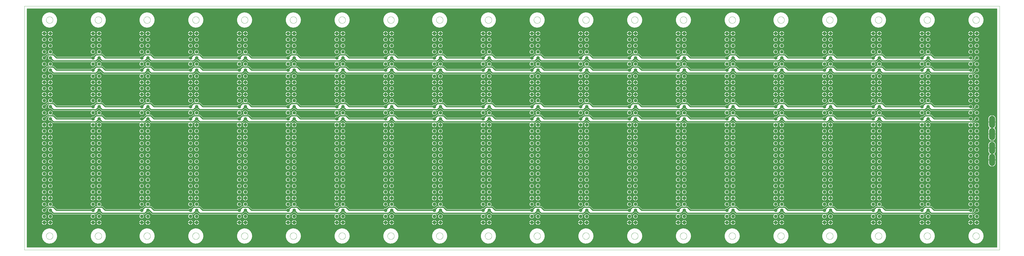
<source format=gbl>
G75*
%MOIN*%
%OFA0B0*%
%FSLAX25Y25*%
%IPPOS*%
%LPD*%
%AMOC8*
5,1,8,0,0,1.08239X$1,22.5*
%
%ADD10C,0.00000*%
%ADD11OC8,0.05600*%
%ADD12C,0.09843*%
%ADD13C,0.10000*%
%ADD14C,0.02000*%
%ADD15C,0.00600*%
D10*
X0001300Y0001300D02*
X0001300Y0401300D01*
X1601300Y0401300D01*
X1601300Y0001300D01*
X0001300Y0001300D01*
X0037100Y0024100D02*
X0037102Y0024248D01*
X0037108Y0024396D01*
X0037118Y0024544D01*
X0037132Y0024692D01*
X0037150Y0024839D01*
X0037172Y0024986D01*
X0037198Y0025132D01*
X0037227Y0025277D01*
X0037261Y0025422D01*
X0037299Y0025565D01*
X0037340Y0025708D01*
X0037385Y0025849D01*
X0037435Y0025989D01*
X0037487Y0026127D01*
X0037544Y0026265D01*
X0037604Y0026400D01*
X0037668Y0026534D01*
X0037735Y0026666D01*
X0037806Y0026796D01*
X0037881Y0026925D01*
X0037959Y0027051D01*
X0038040Y0027175D01*
X0038124Y0027297D01*
X0038212Y0027416D01*
X0038303Y0027533D01*
X0038397Y0027648D01*
X0038495Y0027760D01*
X0038595Y0027869D01*
X0038698Y0027976D01*
X0038804Y0028080D01*
X0038912Y0028181D01*
X0039024Y0028279D01*
X0039138Y0028374D01*
X0039254Y0028465D01*
X0039373Y0028554D01*
X0039494Y0028639D01*
X0039618Y0028721D01*
X0039744Y0028800D01*
X0039871Y0028875D01*
X0040001Y0028947D01*
X0040133Y0029016D01*
X0040266Y0029080D01*
X0040401Y0029141D01*
X0040538Y0029199D01*
X0040676Y0029253D01*
X0040816Y0029303D01*
X0040957Y0029349D01*
X0041099Y0029391D01*
X0041242Y0029430D01*
X0041386Y0029464D01*
X0041532Y0029495D01*
X0041677Y0029522D01*
X0041824Y0029545D01*
X0041971Y0029564D01*
X0042119Y0029579D01*
X0042266Y0029590D01*
X0042415Y0029597D01*
X0042563Y0029600D01*
X0042711Y0029599D01*
X0042859Y0029594D01*
X0043007Y0029585D01*
X0043155Y0029572D01*
X0043303Y0029555D01*
X0043449Y0029534D01*
X0043596Y0029509D01*
X0043741Y0029480D01*
X0043886Y0029448D01*
X0044029Y0029411D01*
X0044172Y0029371D01*
X0044314Y0029326D01*
X0044454Y0029278D01*
X0044593Y0029226D01*
X0044730Y0029171D01*
X0044866Y0029111D01*
X0045001Y0029048D01*
X0045133Y0028982D01*
X0045264Y0028912D01*
X0045393Y0028838D01*
X0045519Y0028761D01*
X0045644Y0028681D01*
X0045766Y0028597D01*
X0045887Y0028510D01*
X0046004Y0028420D01*
X0046120Y0028326D01*
X0046232Y0028230D01*
X0046342Y0028131D01*
X0046450Y0028028D01*
X0046554Y0027923D01*
X0046656Y0027815D01*
X0046754Y0027704D01*
X0046850Y0027591D01*
X0046943Y0027475D01*
X0047032Y0027357D01*
X0047118Y0027236D01*
X0047201Y0027113D01*
X0047281Y0026988D01*
X0047357Y0026861D01*
X0047430Y0026731D01*
X0047499Y0026600D01*
X0047564Y0026467D01*
X0047627Y0026333D01*
X0047685Y0026196D01*
X0047740Y0026058D01*
X0047790Y0025919D01*
X0047838Y0025778D01*
X0047881Y0025637D01*
X0047921Y0025494D01*
X0047956Y0025350D01*
X0047988Y0025205D01*
X0048016Y0025059D01*
X0048040Y0024913D01*
X0048060Y0024766D01*
X0048076Y0024618D01*
X0048088Y0024471D01*
X0048096Y0024322D01*
X0048100Y0024174D01*
X0048100Y0024026D01*
X0048096Y0023878D01*
X0048088Y0023729D01*
X0048076Y0023582D01*
X0048060Y0023434D01*
X0048040Y0023287D01*
X0048016Y0023141D01*
X0047988Y0022995D01*
X0047956Y0022850D01*
X0047921Y0022706D01*
X0047881Y0022563D01*
X0047838Y0022422D01*
X0047790Y0022281D01*
X0047740Y0022142D01*
X0047685Y0022004D01*
X0047627Y0021867D01*
X0047564Y0021733D01*
X0047499Y0021600D01*
X0047430Y0021469D01*
X0047357Y0021339D01*
X0047281Y0021212D01*
X0047201Y0021087D01*
X0047118Y0020964D01*
X0047032Y0020843D01*
X0046943Y0020725D01*
X0046850Y0020609D01*
X0046754Y0020496D01*
X0046656Y0020385D01*
X0046554Y0020277D01*
X0046450Y0020172D01*
X0046342Y0020069D01*
X0046232Y0019970D01*
X0046120Y0019874D01*
X0046004Y0019780D01*
X0045887Y0019690D01*
X0045766Y0019603D01*
X0045644Y0019519D01*
X0045519Y0019439D01*
X0045393Y0019362D01*
X0045264Y0019288D01*
X0045133Y0019218D01*
X0045001Y0019152D01*
X0044866Y0019089D01*
X0044730Y0019029D01*
X0044593Y0018974D01*
X0044454Y0018922D01*
X0044314Y0018874D01*
X0044172Y0018829D01*
X0044029Y0018789D01*
X0043886Y0018752D01*
X0043741Y0018720D01*
X0043596Y0018691D01*
X0043449Y0018666D01*
X0043303Y0018645D01*
X0043155Y0018628D01*
X0043007Y0018615D01*
X0042859Y0018606D01*
X0042711Y0018601D01*
X0042563Y0018600D01*
X0042415Y0018603D01*
X0042266Y0018610D01*
X0042119Y0018621D01*
X0041971Y0018636D01*
X0041824Y0018655D01*
X0041677Y0018678D01*
X0041532Y0018705D01*
X0041386Y0018736D01*
X0041242Y0018770D01*
X0041099Y0018809D01*
X0040957Y0018851D01*
X0040816Y0018897D01*
X0040676Y0018947D01*
X0040538Y0019001D01*
X0040401Y0019059D01*
X0040266Y0019120D01*
X0040133Y0019184D01*
X0040001Y0019253D01*
X0039871Y0019325D01*
X0039744Y0019400D01*
X0039618Y0019479D01*
X0039494Y0019561D01*
X0039373Y0019646D01*
X0039254Y0019735D01*
X0039138Y0019826D01*
X0039024Y0019921D01*
X0038912Y0020019D01*
X0038804Y0020120D01*
X0038698Y0020224D01*
X0038595Y0020331D01*
X0038495Y0020440D01*
X0038397Y0020552D01*
X0038303Y0020667D01*
X0038212Y0020784D01*
X0038124Y0020903D01*
X0038040Y0021025D01*
X0037959Y0021149D01*
X0037881Y0021275D01*
X0037806Y0021404D01*
X0037735Y0021534D01*
X0037668Y0021666D01*
X0037604Y0021800D01*
X0037544Y0021935D01*
X0037487Y0022073D01*
X0037435Y0022211D01*
X0037385Y0022351D01*
X0037340Y0022492D01*
X0037299Y0022635D01*
X0037261Y0022778D01*
X0037227Y0022923D01*
X0037198Y0023068D01*
X0037172Y0023214D01*
X0037150Y0023361D01*
X0037132Y0023508D01*
X0037118Y0023656D01*
X0037108Y0023804D01*
X0037102Y0023952D01*
X0037100Y0024100D01*
X0117100Y0024100D02*
X0117102Y0024248D01*
X0117108Y0024396D01*
X0117118Y0024544D01*
X0117132Y0024692D01*
X0117150Y0024839D01*
X0117172Y0024986D01*
X0117198Y0025132D01*
X0117227Y0025277D01*
X0117261Y0025422D01*
X0117299Y0025565D01*
X0117340Y0025708D01*
X0117385Y0025849D01*
X0117435Y0025989D01*
X0117487Y0026127D01*
X0117544Y0026265D01*
X0117604Y0026400D01*
X0117668Y0026534D01*
X0117735Y0026666D01*
X0117806Y0026796D01*
X0117881Y0026925D01*
X0117959Y0027051D01*
X0118040Y0027175D01*
X0118124Y0027297D01*
X0118212Y0027416D01*
X0118303Y0027533D01*
X0118397Y0027648D01*
X0118495Y0027760D01*
X0118595Y0027869D01*
X0118698Y0027976D01*
X0118804Y0028080D01*
X0118912Y0028181D01*
X0119024Y0028279D01*
X0119138Y0028374D01*
X0119254Y0028465D01*
X0119373Y0028554D01*
X0119494Y0028639D01*
X0119618Y0028721D01*
X0119744Y0028800D01*
X0119871Y0028875D01*
X0120001Y0028947D01*
X0120133Y0029016D01*
X0120266Y0029080D01*
X0120401Y0029141D01*
X0120538Y0029199D01*
X0120676Y0029253D01*
X0120816Y0029303D01*
X0120957Y0029349D01*
X0121099Y0029391D01*
X0121242Y0029430D01*
X0121386Y0029464D01*
X0121532Y0029495D01*
X0121677Y0029522D01*
X0121824Y0029545D01*
X0121971Y0029564D01*
X0122119Y0029579D01*
X0122266Y0029590D01*
X0122415Y0029597D01*
X0122563Y0029600D01*
X0122711Y0029599D01*
X0122859Y0029594D01*
X0123007Y0029585D01*
X0123155Y0029572D01*
X0123303Y0029555D01*
X0123449Y0029534D01*
X0123596Y0029509D01*
X0123741Y0029480D01*
X0123886Y0029448D01*
X0124029Y0029411D01*
X0124172Y0029371D01*
X0124314Y0029326D01*
X0124454Y0029278D01*
X0124593Y0029226D01*
X0124730Y0029171D01*
X0124866Y0029111D01*
X0125001Y0029048D01*
X0125133Y0028982D01*
X0125264Y0028912D01*
X0125393Y0028838D01*
X0125519Y0028761D01*
X0125644Y0028681D01*
X0125766Y0028597D01*
X0125887Y0028510D01*
X0126004Y0028420D01*
X0126120Y0028326D01*
X0126232Y0028230D01*
X0126342Y0028131D01*
X0126450Y0028028D01*
X0126554Y0027923D01*
X0126656Y0027815D01*
X0126754Y0027704D01*
X0126850Y0027591D01*
X0126943Y0027475D01*
X0127032Y0027357D01*
X0127118Y0027236D01*
X0127201Y0027113D01*
X0127281Y0026988D01*
X0127357Y0026861D01*
X0127430Y0026731D01*
X0127499Y0026600D01*
X0127564Y0026467D01*
X0127627Y0026333D01*
X0127685Y0026196D01*
X0127740Y0026058D01*
X0127790Y0025919D01*
X0127838Y0025778D01*
X0127881Y0025637D01*
X0127921Y0025494D01*
X0127956Y0025350D01*
X0127988Y0025205D01*
X0128016Y0025059D01*
X0128040Y0024913D01*
X0128060Y0024766D01*
X0128076Y0024618D01*
X0128088Y0024471D01*
X0128096Y0024322D01*
X0128100Y0024174D01*
X0128100Y0024026D01*
X0128096Y0023878D01*
X0128088Y0023729D01*
X0128076Y0023582D01*
X0128060Y0023434D01*
X0128040Y0023287D01*
X0128016Y0023141D01*
X0127988Y0022995D01*
X0127956Y0022850D01*
X0127921Y0022706D01*
X0127881Y0022563D01*
X0127838Y0022422D01*
X0127790Y0022281D01*
X0127740Y0022142D01*
X0127685Y0022004D01*
X0127627Y0021867D01*
X0127564Y0021733D01*
X0127499Y0021600D01*
X0127430Y0021469D01*
X0127357Y0021339D01*
X0127281Y0021212D01*
X0127201Y0021087D01*
X0127118Y0020964D01*
X0127032Y0020843D01*
X0126943Y0020725D01*
X0126850Y0020609D01*
X0126754Y0020496D01*
X0126656Y0020385D01*
X0126554Y0020277D01*
X0126450Y0020172D01*
X0126342Y0020069D01*
X0126232Y0019970D01*
X0126120Y0019874D01*
X0126004Y0019780D01*
X0125887Y0019690D01*
X0125766Y0019603D01*
X0125644Y0019519D01*
X0125519Y0019439D01*
X0125393Y0019362D01*
X0125264Y0019288D01*
X0125133Y0019218D01*
X0125001Y0019152D01*
X0124866Y0019089D01*
X0124730Y0019029D01*
X0124593Y0018974D01*
X0124454Y0018922D01*
X0124314Y0018874D01*
X0124172Y0018829D01*
X0124029Y0018789D01*
X0123886Y0018752D01*
X0123741Y0018720D01*
X0123596Y0018691D01*
X0123449Y0018666D01*
X0123303Y0018645D01*
X0123155Y0018628D01*
X0123007Y0018615D01*
X0122859Y0018606D01*
X0122711Y0018601D01*
X0122563Y0018600D01*
X0122415Y0018603D01*
X0122266Y0018610D01*
X0122119Y0018621D01*
X0121971Y0018636D01*
X0121824Y0018655D01*
X0121677Y0018678D01*
X0121532Y0018705D01*
X0121386Y0018736D01*
X0121242Y0018770D01*
X0121099Y0018809D01*
X0120957Y0018851D01*
X0120816Y0018897D01*
X0120676Y0018947D01*
X0120538Y0019001D01*
X0120401Y0019059D01*
X0120266Y0019120D01*
X0120133Y0019184D01*
X0120001Y0019253D01*
X0119871Y0019325D01*
X0119744Y0019400D01*
X0119618Y0019479D01*
X0119494Y0019561D01*
X0119373Y0019646D01*
X0119254Y0019735D01*
X0119138Y0019826D01*
X0119024Y0019921D01*
X0118912Y0020019D01*
X0118804Y0020120D01*
X0118698Y0020224D01*
X0118595Y0020331D01*
X0118495Y0020440D01*
X0118397Y0020552D01*
X0118303Y0020667D01*
X0118212Y0020784D01*
X0118124Y0020903D01*
X0118040Y0021025D01*
X0117959Y0021149D01*
X0117881Y0021275D01*
X0117806Y0021404D01*
X0117735Y0021534D01*
X0117668Y0021666D01*
X0117604Y0021800D01*
X0117544Y0021935D01*
X0117487Y0022073D01*
X0117435Y0022211D01*
X0117385Y0022351D01*
X0117340Y0022492D01*
X0117299Y0022635D01*
X0117261Y0022778D01*
X0117227Y0022923D01*
X0117198Y0023068D01*
X0117172Y0023214D01*
X0117150Y0023361D01*
X0117132Y0023508D01*
X0117118Y0023656D01*
X0117108Y0023804D01*
X0117102Y0023952D01*
X0117100Y0024100D01*
X0197100Y0024100D02*
X0197102Y0024248D01*
X0197108Y0024396D01*
X0197118Y0024544D01*
X0197132Y0024692D01*
X0197150Y0024839D01*
X0197172Y0024986D01*
X0197198Y0025132D01*
X0197227Y0025277D01*
X0197261Y0025422D01*
X0197299Y0025565D01*
X0197340Y0025708D01*
X0197385Y0025849D01*
X0197435Y0025989D01*
X0197487Y0026127D01*
X0197544Y0026265D01*
X0197604Y0026400D01*
X0197668Y0026534D01*
X0197735Y0026666D01*
X0197806Y0026796D01*
X0197881Y0026925D01*
X0197959Y0027051D01*
X0198040Y0027175D01*
X0198124Y0027297D01*
X0198212Y0027416D01*
X0198303Y0027533D01*
X0198397Y0027648D01*
X0198495Y0027760D01*
X0198595Y0027869D01*
X0198698Y0027976D01*
X0198804Y0028080D01*
X0198912Y0028181D01*
X0199024Y0028279D01*
X0199138Y0028374D01*
X0199254Y0028465D01*
X0199373Y0028554D01*
X0199494Y0028639D01*
X0199618Y0028721D01*
X0199744Y0028800D01*
X0199871Y0028875D01*
X0200001Y0028947D01*
X0200133Y0029016D01*
X0200266Y0029080D01*
X0200401Y0029141D01*
X0200538Y0029199D01*
X0200676Y0029253D01*
X0200816Y0029303D01*
X0200957Y0029349D01*
X0201099Y0029391D01*
X0201242Y0029430D01*
X0201386Y0029464D01*
X0201532Y0029495D01*
X0201677Y0029522D01*
X0201824Y0029545D01*
X0201971Y0029564D01*
X0202119Y0029579D01*
X0202266Y0029590D01*
X0202415Y0029597D01*
X0202563Y0029600D01*
X0202711Y0029599D01*
X0202859Y0029594D01*
X0203007Y0029585D01*
X0203155Y0029572D01*
X0203303Y0029555D01*
X0203449Y0029534D01*
X0203596Y0029509D01*
X0203741Y0029480D01*
X0203886Y0029448D01*
X0204029Y0029411D01*
X0204172Y0029371D01*
X0204314Y0029326D01*
X0204454Y0029278D01*
X0204593Y0029226D01*
X0204730Y0029171D01*
X0204866Y0029111D01*
X0205001Y0029048D01*
X0205133Y0028982D01*
X0205264Y0028912D01*
X0205393Y0028838D01*
X0205519Y0028761D01*
X0205644Y0028681D01*
X0205766Y0028597D01*
X0205887Y0028510D01*
X0206004Y0028420D01*
X0206120Y0028326D01*
X0206232Y0028230D01*
X0206342Y0028131D01*
X0206450Y0028028D01*
X0206554Y0027923D01*
X0206656Y0027815D01*
X0206754Y0027704D01*
X0206850Y0027591D01*
X0206943Y0027475D01*
X0207032Y0027357D01*
X0207118Y0027236D01*
X0207201Y0027113D01*
X0207281Y0026988D01*
X0207357Y0026861D01*
X0207430Y0026731D01*
X0207499Y0026600D01*
X0207564Y0026467D01*
X0207627Y0026333D01*
X0207685Y0026196D01*
X0207740Y0026058D01*
X0207790Y0025919D01*
X0207838Y0025778D01*
X0207881Y0025637D01*
X0207921Y0025494D01*
X0207956Y0025350D01*
X0207988Y0025205D01*
X0208016Y0025059D01*
X0208040Y0024913D01*
X0208060Y0024766D01*
X0208076Y0024618D01*
X0208088Y0024471D01*
X0208096Y0024322D01*
X0208100Y0024174D01*
X0208100Y0024026D01*
X0208096Y0023878D01*
X0208088Y0023729D01*
X0208076Y0023582D01*
X0208060Y0023434D01*
X0208040Y0023287D01*
X0208016Y0023141D01*
X0207988Y0022995D01*
X0207956Y0022850D01*
X0207921Y0022706D01*
X0207881Y0022563D01*
X0207838Y0022422D01*
X0207790Y0022281D01*
X0207740Y0022142D01*
X0207685Y0022004D01*
X0207627Y0021867D01*
X0207564Y0021733D01*
X0207499Y0021600D01*
X0207430Y0021469D01*
X0207357Y0021339D01*
X0207281Y0021212D01*
X0207201Y0021087D01*
X0207118Y0020964D01*
X0207032Y0020843D01*
X0206943Y0020725D01*
X0206850Y0020609D01*
X0206754Y0020496D01*
X0206656Y0020385D01*
X0206554Y0020277D01*
X0206450Y0020172D01*
X0206342Y0020069D01*
X0206232Y0019970D01*
X0206120Y0019874D01*
X0206004Y0019780D01*
X0205887Y0019690D01*
X0205766Y0019603D01*
X0205644Y0019519D01*
X0205519Y0019439D01*
X0205393Y0019362D01*
X0205264Y0019288D01*
X0205133Y0019218D01*
X0205001Y0019152D01*
X0204866Y0019089D01*
X0204730Y0019029D01*
X0204593Y0018974D01*
X0204454Y0018922D01*
X0204314Y0018874D01*
X0204172Y0018829D01*
X0204029Y0018789D01*
X0203886Y0018752D01*
X0203741Y0018720D01*
X0203596Y0018691D01*
X0203449Y0018666D01*
X0203303Y0018645D01*
X0203155Y0018628D01*
X0203007Y0018615D01*
X0202859Y0018606D01*
X0202711Y0018601D01*
X0202563Y0018600D01*
X0202415Y0018603D01*
X0202266Y0018610D01*
X0202119Y0018621D01*
X0201971Y0018636D01*
X0201824Y0018655D01*
X0201677Y0018678D01*
X0201532Y0018705D01*
X0201386Y0018736D01*
X0201242Y0018770D01*
X0201099Y0018809D01*
X0200957Y0018851D01*
X0200816Y0018897D01*
X0200676Y0018947D01*
X0200538Y0019001D01*
X0200401Y0019059D01*
X0200266Y0019120D01*
X0200133Y0019184D01*
X0200001Y0019253D01*
X0199871Y0019325D01*
X0199744Y0019400D01*
X0199618Y0019479D01*
X0199494Y0019561D01*
X0199373Y0019646D01*
X0199254Y0019735D01*
X0199138Y0019826D01*
X0199024Y0019921D01*
X0198912Y0020019D01*
X0198804Y0020120D01*
X0198698Y0020224D01*
X0198595Y0020331D01*
X0198495Y0020440D01*
X0198397Y0020552D01*
X0198303Y0020667D01*
X0198212Y0020784D01*
X0198124Y0020903D01*
X0198040Y0021025D01*
X0197959Y0021149D01*
X0197881Y0021275D01*
X0197806Y0021404D01*
X0197735Y0021534D01*
X0197668Y0021666D01*
X0197604Y0021800D01*
X0197544Y0021935D01*
X0197487Y0022073D01*
X0197435Y0022211D01*
X0197385Y0022351D01*
X0197340Y0022492D01*
X0197299Y0022635D01*
X0197261Y0022778D01*
X0197227Y0022923D01*
X0197198Y0023068D01*
X0197172Y0023214D01*
X0197150Y0023361D01*
X0197132Y0023508D01*
X0197118Y0023656D01*
X0197108Y0023804D01*
X0197102Y0023952D01*
X0197100Y0024100D01*
X0277100Y0024100D02*
X0277102Y0024248D01*
X0277108Y0024396D01*
X0277118Y0024544D01*
X0277132Y0024692D01*
X0277150Y0024839D01*
X0277172Y0024986D01*
X0277198Y0025132D01*
X0277227Y0025277D01*
X0277261Y0025422D01*
X0277299Y0025565D01*
X0277340Y0025708D01*
X0277385Y0025849D01*
X0277435Y0025989D01*
X0277487Y0026127D01*
X0277544Y0026265D01*
X0277604Y0026400D01*
X0277668Y0026534D01*
X0277735Y0026666D01*
X0277806Y0026796D01*
X0277881Y0026925D01*
X0277959Y0027051D01*
X0278040Y0027175D01*
X0278124Y0027297D01*
X0278212Y0027416D01*
X0278303Y0027533D01*
X0278397Y0027648D01*
X0278495Y0027760D01*
X0278595Y0027869D01*
X0278698Y0027976D01*
X0278804Y0028080D01*
X0278912Y0028181D01*
X0279024Y0028279D01*
X0279138Y0028374D01*
X0279254Y0028465D01*
X0279373Y0028554D01*
X0279494Y0028639D01*
X0279618Y0028721D01*
X0279744Y0028800D01*
X0279871Y0028875D01*
X0280001Y0028947D01*
X0280133Y0029016D01*
X0280266Y0029080D01*
X0280401Y0029141D01*
X0280538Y0029199D01*
X0280676Y0029253D01*
X0280816Y0029303D01*
X0280957Y0029349D01*
X0281099Y0029391D01*
X0281242Y0029430D01*
X0281386Y0029464D01*
X0281532Y0029495D01*
X0281677Y0029522D01*
X0281824Y0029545D01*
X0281971Y0029564D01*
X0282119Y0029579D01*
X0282266Y0029590D01*
X0282415Y0029597D01*
X0282563Y0029600D01*
X0282711Y0029599D01*
X0282859Y0029594D01*
X0283007Y0029585D01*
X0283155Y0029572D01*
X0283303Y0029555D01*
X0283449Y0029534D01*
X0283596Y0029509D01*
X0283741Y0029480D01*
X0283886Y0029448D01*
X0284029Y0029411D01*
X0284172Y0029371D01*
X0284314Y0029326D01*
X0284454Y0029278D01*
X0284593Y0029226D01*
X0284730Y0029171D01*
X0284866Y0029111D01*
X0285001Y0029048D01*
X0285133Y0028982D01*
X0285264Y0028912D01*
X0285393Y0028838D01*
X0285519Y0028761D01*
X0285644Y0028681D01*
X0285766Y0028597D01*
X0285887Y0028510D01*
X0286004Y0028420D01*
X0286120Y0028326D01*
X0286232Y0028230D01*
X0286342Y0028131D01*
X0286450Y0028028D01*
X0286554Y0027923D01*
X0286656Y0027815D01*
X0286754Y0027704D01*
X0286850Y0027591D01*
X0286943Y0027475D01*
X0287032Y0027357D01*
X0287118Y0027236D01*
X0287201Y0027113D01*
X0287281Y0026988D01*
X0287357Y0026861D01*
X0287430Y0026731D01*
X0287499Y0026600D01*
X0287564Y0026467D01*
X0287627Y0026333D01*
X0287685Y0026196D01*
X0287740Y0026058D01*
X0287790Y0025919D01*
X0287838Y0025778D01*
X0287881Y0025637D01*
X0287921Y0025494D01*
X0287956Y0025350D01*
X0287988Y0025205D01*
X0288016Y0025059D01*
X0288040Y0024913D01*
X0288060Y0024766D01*
X0288076Y0024618D01*
X0288088Y0024471D01*
X0288096Y0024322D01*
X0288100Y0024174D01*
X0288100Y0024026D01*
X0288096Y0023878D01*
X0288088Y0023729D01*
X0288076Y0023582D01*
X0288060Y0023434D01*
X0288040Y0023287D01*
X0288016Y0023141D01*
X0287988Y0022995D01*
X0287956Y0022850D01*
X0287921Y0022706D01*
X0287881Y0022563D01*
X0287838Y0022422D01*
X0287790Y0022281D01*
X0287740Y0022142D01*
X0287685Y0022004D01*
X0287627Y0021867D01*
X0287564Y0021733D01*
X0287499Y0021600D01*
X0287430Y0021469D01*
X0287357Y0021339D01*
X0287281Y0021212D01*
X0287201Y0021087D01*
X0287118Y0020964D01*
X0287032Y0020843D01*
X0286943Y0020725D01*
X0286850Y0020609D01*
X0286754Y0020496D01*
X0286656Y0020385D01*
X0286554Y0020277D01*
X0286450Y0020172D01*
X0286342Y0020069D01*
X0286232Y0019970D01*
X0286120Y0019874D01*
X0286004Y0019780D01*
X0285887Y0019690D01*
X0285766Y0019603D01*
X0285644Y0019519D01*
X0285519Y0019439D01*
X0285393Y0019362D01*
X0285264Y0019288D01*
X0285133Y0019218D01*
X0285001Y0019152D01*
X0284866Y0019089D01*
X0284730Y0019029D01*
X0284593Y0018974D01*
X0284454Y0018922D01*
X0284314Y0018874D01*
X0284172Y0018829D01*
X0284029Y0018789D01*
X0283886Y0018752D01*
X0283741Y0018720D01*
X0283596Y0018691D01*
X0283449Y0018666D01*
X0283303Y0018645D01*
X0283155Y0018628D01*
X0283007Y0018615D01*
X0282859Y0018606D01*
X0282711Y0018601D01*
X0282563Y0018600D01*
X0282415Y0018603D01*
X0282266Y0018610D01*
X0282119Y0018621D01*
X0281971Y0018636D01*
X0281824Y0018655D01*
X0281677Y0018678D01*
X0281532Y0018705D01*
X0281386Y0018736D01*
X0281242Y0018770D01*
X0281099Y0018809D01*
X0280957Y0018851D01*
X0280816Y0018897D01*
X0280676Y0018947D01*
X0280538Y0019001D01*
X0280401Y0019059D01*
X0280266Y0019120D01*
X0280133Y0019184D01*
X0280001Y0019253D01*
X0279871Y0019325D01*
X0279744Y0019400D01*
X0279618Y0019479D01*
X0279494Y0019561D01*
X0279373Y0019646D01*
X0279254Y0019735D01*
X0279138Y0019826D01*
X0279024Y0019921D01*
X0278912Y0020019D01*
X0278804Y0020120D01*
X0278698Y0020224D01*
X0278595Y0020331D01*
X0278495Y0020440D01*
X0278397Y0020552D01*
X0278303Y0020667D01*
X0278212Y0020784D01*
X0278124Y0020903D01*
X0278040Y0021025D01*
X0277959Y0021149D01*
X0277881Y0021275D01*
X0277806Y0021404D01*
X0277735Y0021534D01*
X0277668Y0021666D01*
X0277604Y0021800D01*
X0277544Y0021935D01*
X0277487Y0022073D01*
X0277435Y0022211D01*
X0277385Y0022351D01*
X0277340Y0022492D01*
X0277299Y0022635D01*
X0277261Y0022778D01*
X0277227Y0022923D01*
X0277198Y0023068D01*
X0277172Y0023214D01*
X0277150Y0023361D01*
X0277132Y0023508D01*
X0277118Y0023656D01*
X0277108Y0023804D01*
X0277102Y0023952D01*
X0277100Y0024100D01*
X0357100Y0024100D02*
X0357102Y0024248D01*
X0357108Y0024396D01*
X0357118Y0024544D01*
X0357132Y0024692D01*
X0357150Y0024839D01*
X0357172Y0024986D01*
X0357198Y0025132D01*
X0357227Y0025277D01*
X0357261Y0025422D01*
X0357299Y0025565D01*
X0357340Y0025708D01*
X0357385Y0025849D01*
X0357435Y0025989D01*
X0357487Y0026127D01*
X0357544Y0026265D01*
X0357604Y0026400D01*
X0357668Y0026534D01*
X0357735Y0026666D01*
X0357806Y0026796D01*
X0357881Y0026925D01*
X0357959Y0027051D01*
X0358040Y0027175D01*
X0358124Y0027297D01*
X0358212Y0027416D01*
X0358303Y0027533D01*
X0358397Y0027648D01*
X0358495Y0027760D01*
X0358595Y0027869D01*
X0358698Y0027976D01*
X0358804Y0028080D01*
X0358912Y0028181D01*
X0359024Y0028279D01*
X0359138Y0028374D01*
X0359254Y0028465D01*
X0359373Y0028554D01*
X0359494Y0028639D01*
X0359618Y0028721D01*
X0359744Y0028800D01*
X0359871Y0028875D01*
X0360001Y0028947D01*
X0360133Y0029016D01*
X0360266Y0029080D01*
X0360401Y0029141D01*
X0360538Y0029199D01*
X0360676Y0029253D01*
X0360816Y0029303D01*
X0360957Y0029349D01*
X0361099Y0029391D01*
X0361242Y0029430D01*
X0361386Y0029464D01*
X0361532Y0029495D01*
X0361677Y0029522D01*
X0361824Y0029545D01*
X0361971Y0029564D01*
X0362119Y0029579D01*
X0362266Y0029590D01*
X0362415Y0029597D01*
X0362563Y0029600D01*
X0362711Y0029599D01*
X0362859Y0029594D01*
X0363007Y0029585D01*
X0363155Y0029572D01*
X0363303Y0029555D01*
X0363449Y0029534D01*
X0363596Y0029509D01*
X0363741Y0029480D01*
X0363886Y0029448D01*
X0364029Y0029411D01*
X0364172Y0029371D01*
X0364314Y0029326D01*
X0364454Y0029278D01*
X0364593Y0029226D01*
X0364730Y0029171D01*
X0364866Y0029111D01*
X0365001Y0029048D01*
X0365133Y0028982D01*
X0365264Y0028912D01*
X0365393Y0028838D01*
X0365519Y0028761D01*
X0365644Y0028681D01*
X0365766Y0028597D01*
X0365887Y0028510D01*
X0366004Y0028420D01*
X0366120Y0028326D01*
X0366232Y0028230D01*
X0366342Y0028131D01*
X0366450Y0028028D01*
X0366554Y0027923D01*
X0366656Y0027815D01*
X0366754Y0027704D01*
X0366850Y0027591D01*
X0366943Y0027475D01*
X0367032Y0027357D01*
X0367118Y0027236D01*
X0367201Y0027113D01*
X0367281Y0026988D01*
X0367357Y0026861D01*
X0367430Y0026731D01*
X0367499Y0026600D01*
X0367564Y0026467D01*
X0367627Y0026333D01*
X0367685Y0026196D01*
X0367740Y0026058D01*
X0367790Y0025919D01*
X0367838Y0025778D01*
X0367881Y0025637D01*
X0367921Y0025494D01*
X0367956Y0025350D01*
X0367988Y0025205D01*
X0368016Y0025059D01*
X0368040Y0024913D01*
X0368060Y0024766D01*
X0368076Y0024618D01*
X0368088Y0024471D01*
X0368096Y0024322D01*
X0368100Y0024174D01*
X0368100Y0024026D01*
X0368096Y0023878D01*
X0368088Y0023729D01*
X0368076Y0023582D01*
X0368060Y0023434D01*
X0368040Y0023287D01*
X0368016Y0023141D01*
X0367988Y0022995D01*
X0367956Y0022850D01*
X0367921Y0022706D01*
X0367881Y0022563D01*
X0367838Y0022422D01*
X0367790Y0022281D01*
X0367740Y0022142D01*
X0367685Y0022004D01*
X0367627Y0021867D01*
X0367564Y0021733D01*
X0367499Y0021600D01*
X0367430Y0021469D01*
X0367357Y0021339D01*
X0367281Y0021212D01*
X0367201Y0021087D01*
X0367118Y0020964D01*
X0367032Y0020843D01*
X0366943Y0020725D01*
X0366850Y0020609D01*
X0366754Y0020496D01*
X0366656Y0020385D01*
X0366554Y0020277D01*
X0366450Y0020172D01*
X0366342Y0020069D01*
X0366232Y0019970D01*
X0366120Y0019874D01*
X0366004Y0019780D01*
X0365887Y0019690D01*
X0365766Y0019603D01*
X0365644Y0019519D01*
X0365519Y0019439D01*
X0365393Y0019362D01*
X0365264Y0019288D01*
X0365133Y0019218D01*
X0365001Y0019152D01*
X0364866Y0019089D01*
X0364730Y0019029D01*
X0364593Y0018974D01*
X0364454Y0018922D01*
X0364314Y0018874D01*
X0364172Y0018829D01*
X0364029Y0018789D01*
X0363886Y0018752D01*
X0363741Y0018720D01*
X0363596Y0018691D01*
X0363449Y0018666D01*
X0363303Y0018645D01*
X0363155Y0018628D01*
X0363007Y0018615D01*
X0362859Y0018606D01*
X0362711Y0018601D01*
X0362563Y0018600D01*
X0362415Y0018603D01*
X0362266Y0018610D01*
X0362119Y0018621D01*
X0361971Y0018636D01*
X0361824Y0018655D01*
X0361677Y0018678D01*
X0361532Y0018705D01*
X0361386Y0018736D01*
X0361242Y0018770D01*
X0361099Y0018809D01*
X0360957Y0018851D01*
X0360816Y0018897D01*
X0360676Y0018947D01*
X0360538Y0019001D01*
X0360401Y0019059D01*
X0360266Y0019120D01*
X0360133Y0019184D01*
X0360001Y0019253D01*
X0359871Y0019325D01*
X0359744Y0019400D01*
X0359618Y0019479D01*
X0359494Y0019561D01*
X0359373Y0019646D01*
X0359254Y0019735D01*
X0359138Y0019826D01*
X0359024Y0019921D01*
X0358912Y0020019D01*
X0358804Y0020120D01*
X0358698Y0020224D01*
X0358595Y0020331D01*
X0358495Y0020440D01*
X0358397Y0020552D01*
X0358303Y0020667D01*
X0358212Y0020784D01*
X0358124Y0020903D01*
X0358040Y0021025D01*
X0357959Y0021149D01*
X0357881Y0021275D01*
X0357806Y0021404D01*
X0357735Y0021534D01*
X0357668Y0021666D01*
X0357604Y0021800D01*
X0357544Y0021935D01*
X0357487Y0022073D01*
X0357435Y0022211D01*
X0357385Y0022351D01*
X0357340Y0022492D01*
X0357299Y0022635D01*
X0357261Y0022778D01*
X0357227Y0022923D01*
X0357198Y0023068D01*
X0357172Y0023214D01*
X0357150Y0023361D01*
X0357132Y0023508D01*
X0357118Y0023656D01*
X0357108Y0023804D01*
X0357102Y0023952D01*
X0357100Y0024100D01*
X0437100Y0024100D02*
X0437102Y0024248D01*
X0437108Y0024396D01*
X0437118Y0024544D01*
X0437132Y0024692D01*
X0437150Y0024839D01*
X0437172Y0024986D01*
X0437198Y0025132D01*
X0437227Y0025277D01*
X0437261Y0025422D01*
X0437299Y0025565D01*
X0437340Y0025708D01*
X0437385Y0025849D01*
X0437435Y0025989D01*
X0437487Y0026127D01*
X0437544Y0026265D01*
X0437604Y0026400D01*
X0437668Y0026534D01*
X0437735Y0026666D01*
X0437806Y0026796D01*
X0437881Y0026925D01*
X0437959Y0027051D01*
X0438040Y0027175D01*
X0438124Y0027297D01*
X0438212Y0027416D01*
X0438303Y0027533D01*
X0438397Y0027648D01*
X0438495Y0027760D01*
X0438595Y0027869D01*
X0438698Y0027976D01*
X0438804Y0028080D01*
X0438912Y0028181D01*
X0439024Y0028279D01*
X0439138Y0028374D01*
X0439254Y0028465D01*
X0439373Y0028554D01*
X0439494Y0028639D01*
X0439618Y0028721D01*
X0439744Y0028800D01*
X0439871Y0028875D01*
X0440001Y0028947D01*
X0440133Y0029016D01*
X0440266Y0029080D01*
X0440401Y0029141D01*
X0440538Y0029199D01*
X0440676Y0029253D01*
X0440816Y0029303D01*
X0440957Y0029349D01*
X0441099Y0029391D01*
X0441242Y0029430D01*
X0441386Y0029464D01*
X0441532Y0029495D01*
X0441677Y0029522D01*
X0441824Y0029545D01*
X0441971Y0029564D01*
X0442119Y0029579D01*
X0442266Y0029590D01*
X0442415Y0029597D01*
X0442563Y0029600D01*
X0442711Y0029599D01*
X0442859Y0029594D01*
X0443007Y0029585D01*
X0443155Y0029572D01*
X0443303Y0029555D01*
X0443449Y0029534D01*
X0443596Y0029509D01*
X0443741Y0029480D01*
X0443886Y0029448D01*
X0444029Y0029411D01*
X0444172Y0029371D01*
X0444314Y0029326D01*
X0444454Y0029278D01*
X0444593Y0029226D01*
X0444730Y0029171D01*
X0444866Y0029111D01*
X0445001Y0029048D01*
X0445133Y0028982D01*
X0445264Y0028912D01*
X0445393Y0028838D01*
X0445519Y0028761D01*
X0445644Y0028681D01*
X0445766Y0028597D01*
X0445887Y0028510D01*
X0446004Y0028420D01*
X0446120Y0028326D01*
X0446232Y0028230D01*
X0446342Y0028131D01*
X0446450Y0028028D01*
X0446554Y0027923D01*
X0446656Y0027815D01*
X0446754Y0027704D01*
X0446850Y0027591D01*
X0446943Y0027475D01*
X0447032Y0027357D01*
X0447118Y0027236D01*
X0447201Y0027113D01*
X0447281Y0026988D01*
X0447357Y0026861D01*
X0447430Y0026731D01*
X0447499Y0026600D01*
X0447564Y0026467D01*
X0447627Y0026333D01*
X0447685Y0026196D01*
X0447740Y0026058D01*
X0447790Y0025919D01*
X0447838Y0025778D01*
X0447881Y0025637D01*
X0447921Y0025494D01*
X0447956Y0025350D01*
X0447988Y0025205D01*
X0448016Y0025059D01*
X0448040Y0024913D01*
X0448060Y0024766D01*
X0448076Y0024618D01*
X0448088Y0024471D01*
X0448096Y0024322D01*
X0448100Y0024174D01*
X0448100Y0024026D01*
X0448096Y0023878D01*
X0448088Y0023729D01*
X0448076Y0023582D01*
X0448060Y0023434D01*
X0448040Y0023287D01*
X0448016Y0023141D01*
X0447988Y0022995D01*
X0447956Y0022850D01*
X0447921Y0022706D01*
X0447881Y0022563D01*
X0447838Y0022422D01*
X0447790Y0022281D01*
X0447740Y0022142D01*
X0447685Y0022004D01*
X0447627Y0021867D01*
X0447564Y0021733D01*
X0447499Y0021600D01*
X0447430Y0021469D01*
X0447357Y0021339D01*
X0447281Y0021212D01*
X0447201Y0021087D01*
X0447118Y0020964D01*
X0447032Y0020843D01*
X0446943Y0020725D01*
X0446850Y0020609D01*
X0446754Y0020496D01*
X0446656Y0020385D01*
X0446554Y0020277D01*
X0446450Y0020172D01*
X0446342Y0020069D01*
X0446232Y0019970D01*
X0446120Y0019874D01*
X0446004Y0019780D01*
X0445887Y0019690D01*
X0445766Y0019603D01*
X0445644Y0019519D01*
X0445519Y0019439D01*
X0445393Y0019362D01*
X0445264Y0019288D01*
X0445133Y0019218D01*
X0445001Y0019152D01*
X0444866Y0019089D01*
X0444730Y0019029D01*
X0444593Y0018974D01*
X0444454Y0018922D01*
X0444314Y0018874D01*
X0444172Y0018829D01*
X0444029Y0018789D01*
X0443886Y0018752D01*
X0443741Y0018720D01*
X0443596Y0018691D01*
X0443449Y0018666D01*
X0443303Y0018645D01*
X0443155Y0018628D01*
X0443007Y0018615D01*
X0442859Y0018606D01*
X0442711Y0018601D01*
X0442563Y0018600D01*
X0442415Y0018603D01*
X0442266Y0018610D01*
X0442119Y0018621D01*
X0441971Y0018636D01*
X0441824Y0018655D01*
X0441677Y0018678D01*
X0441532Y0018705D01*
X0441386Y0018736D01*
X0441242Y0018770D01*
X0441099Y0018809D01*
X0440957Y0018851D01*
X0440816Y0018897D01*
X0440676Y0018947D01*
X0440538Y0019001D01*
X0440401Y0019059D01*
X0440266Y0019120D01*
X0440133Y0019184D01*
X0440001Y0019253D01*
X0439871Y0019325D01*
X0439744Y0019400D01*
X0439618Y0019479D01*
X0439494Y0019561D01*
X0439373Y0019646D01*
X0439254Y0019735D01*
X0439138Y0019826D01*
X0439024Y0019921D01*
X0438912Y0020019D01*
X0438804Y0020120D01*
X0438698Y0020224D01*
X0438595Y0020331D01*
X0438495Y0020440D01*
X0438397Y0020552D01*
X0438303Y0020667D01*
X0438212Y0020784D01*
X0438124Y0020903D01*
X0438040Y0021025D01*
X0437959Y0021149D01*
X0437881Y0021275D01*
X0437806Y0021404D01*
X0437735Y0021534D01*
X0437668Y0021666D01*
X0437604Y0021800D01*
X0437544Y0021935D01*
X0437487Y0022073D01*
X0437435Y0022211D01*
X0437385Y0022351D01*
X0437340Y0022492D01*
X0437299Y0022635D01*
X0437261Y0022778D01*
X0437227Y0022923D01*
X0437198Y0023068D01*
X0437172Y0023214D01*
X0437150Y0023361D01*
X0437132Y0023508D01*
X0437118Y0023656D01*
X0437108Y0023804D01*
X0437102Y0023952D01*
X0437100Y0024100D01*
X0517100Y0024100D02*
X0517102Y0024248D01*
X0517108Y0024396D01*
X0517118Y0024544D01*
X0517132Y0024692D01*
X0517150Y0024839D01*
X0517172Y0024986D01*
X0517198Y0025132D01*
X0517227Y0025277D01*
X0517261Y0025422D01*
X0517299Y0025565D01*
X0517340Y0025708D01*
X0517385Y0025849D01*
X0517435Y0025989D01*
X0517487Y0026127D01*
X0517544Y0026265D01*
X0517604Y0026400D01*
X0517668Y0026534D01*
X0517735Y0026666D01*
X0517806Y0026796D01*
X0517881Y0026925D01*
X0517959Y0027051D01*
X0518040Y0027175D01*
X0518124Y0027297D01*
X0518212Y0027416D01*
X0518303Y0027533D01*
X0518397Y0027648D01*
X0518495Y0027760D01*
X0518595Y0027869D01*
X0518698Y0027976D01*
X0518804Y0028080D01*
X0518912Y0028181D01*
X0519024Y0028279D01*
X0519138Y0028374D01*
X0519254Y0028465D01*
X0519373Y0028554D01*
X0519494Y0028639D01*
X0519618Y0028721D01*
X0519744Y0028800D01*
X0519871Y0028875D01*
X0520001Y0028947D01*
X0520133Y0029016D01*
X0520266Y0029080D01*
X0520401Y0029141D01*
X0520538Y0029199D01*
X0520676Y0029253D01*
X0520816Y0029303D01*
X0520957Y0029349D01*
X0521099Y0029391D01*
X0521242Y0029430D01*
X0521386Y0029464D01*
X0521532Y0029495D01*
X0521677Y0029522D01*
X0521824Y0029545D01*
X0521971Y0029564D01*
X0522119Y0029579D01*
X0522266Y0029590D01*
X0522415Y0029597D01*
X0522563Y0029600D01*
X0522711Y0029599D01*
X0522859Y0029594D01*
X0523007Y0029585D01*
X0523155Y0029572D01*
X0523303Y0029555D01*
X0523449Y0029534D01*
X0523596Y0029509D01*
X0523741Y0029480D01*
X0523886Y0029448D01*
X0524029Y0029411D01*
X0524172Y0029371D01*
X0524314Y0029326D01*
X0524454Y0029278D01*
X0524593Y0029226D01*
X0524730Y0029171D01*
X0524866Y0029111D01*
X0525001Y0029048D01*
X0525133Y0028982D01*
X0525264Y0028912D01*
X0525393Y0028838D01*
X0525519Y0028761D01*
X0525644Y0028681D01*
X0525766Y0028597D01*
X0525887Y0028510D01*
X0526004Y0028420D01*
X0526120Y0028326D01*
X0526232Y0028230D01*
X0526342Y0028131D01*
X0526450Y0028028D01*
X0526554Y0027923D01*
X0526656Y0027815D01*
X0526754Y0027704D01*
X0526850Y0027591D01*
X0526943Y0027475D01*
X0527032Y0027357D01*
X0527118Y0027236D01*
X0527201Y0027113D01*
X0527281Y0026988D01*
X0527357Y0026861D01*
X0527430Y0026731D01*
X0527499Y0026600D01*
X0527564Y0026467D01*
X0527627Y0026333D01*
X0527685Y0026196D01*
X0527740Y0026058D01*
X0527790Y0025919D01*
X0527838Y0025778D01*
X0527881Y0025637D01*
X0527921Y0025494D01*
X0527956Y0025350D01*
X0527988Y0025205D01*
X0528016Y0025059D01*
X0528040Y0024913D01*
X0528060Y0024766D01*
X0528076Y0024618D01*
X0528088Y0024471D01*
X0528096Y0024322D01*
X0528100Y0024174D01*
X0528100Y0024026D01*
X0528096Y0023878D01*
X0528088Y0023729D01*
X0528076Y0023582D01*
X0528060Y0023434D01*
X0528040Y0023287D01*
X0528016Y0023141D01*
X0527988Y0022995D01*
X0527956Y0022850D01*
X0527921Y0022706D01*
X0527881Y0022563D01*
X0527838Y0022422D01*
X0527790Y0022281D01*
X0527740Y0022142D01*
X0527685Y0022004D01*
X0527627Y0021867D01*
X0527564Y0021733D01*
X0527499Y0021600D01*
X0527430Y0021469D01*
X0527357Y0021339D01*
X0527281Y0021212D01*
X0527201Y0021087D01*
X0527118Y0020964D01*
X0527032Y0020843D01*
X0526943Y0020725D01*
X0526850Y0020609D01*
X0526754Y0020496D01*
X0526656Y0020385D01*
X0526554Y0020277D01*
X0526450Y0020172D01*
X0526342Y0020069D01*
X0526232Y0019970D01*
X0526120Y0019874D01*
X0526004Y0019780D01*
X0525887Y0019690D01*
X0525766Y0019603D01*
X0525644Y0019519D01*
X0525519Y0019439D01*
X0525393Y0019362D01*
X0525264Y0019288D01*
X0525133Y0019218D01*
X0525001Y0019152D01*
X0524866Y0019089D01*
X0524730Y0019029D01*
X0524593Y0018974D01*
X0524454Y0018922D01*
X0524314Y0018874D01*
X0524172Y0018829D01*
X0524029Y0018789D01*
X0523886Y0018752D01*
X0523741Y0018720D01*
X0523596Y0018691D01*
X0523449Y0018666D01*
X0523303Y0018645D01*
X0523155Y0018628D01*
X0523007Y0018615D01*
X0522859Y0018606D01*
X0522711Y0018601D01*
X0522563Y0018600D01*
X0522415Y0018603D01*
X0522266Y0018610D01*
X0522119Y0018621D01*
X0521971Y0018636D01*
X0521824Y0018655D01*
X0521677Y0018678D01*
X0521532Y0018705D01*
X0521386Y0018736D01*
X0521242Y0018770D01*
X0521099Y0018809D01*
X0520957Y0018851D01*
X0520816Y0018897D01*
X0520676Y0018947D01*
X0520538Y0019001D01*
X0520401Y0019059D01*
X0520266Y0019120D01*
X0520133Y0019184D01*
X0520001Y0019253D01*
X0519871Y0019325D01*
X0519744Y0019400D01*
X0519618Y0019479D01*
X0519494Y0019561D01*
X0519373Y0019646D01*
X0519254Y0019735D01*
X0519138Y0019826D01*
X0519024Y0019921D01*
X0518912Y0020019D01*
X0518804Y0020120D01*
X0518698Y0020224D01*
X0518595Y0020331D01*
X0518495Y0020440D01*
X0518397Y0020552D01*
X0518303Y0020667D01*
X0518212Y0020784D01*
X0518124Y0020903D01*
X0518040Y0021025D01*
X0517959Y0021149D01*
X0517881Y0021275D01*
X0517806Y0021404D01*
X0517735Y0021534D01*
X0517668Y0021666D01*
X0517604Y0021800D01*
X0517544Y0021935D01*
X0517487Y0022073D01*
X0517435Y0022211D01*
X0517385Y0022351D01*
X0517340Y0022492D01*
X0517299Y0022635D01*
X0517261Y0022778D01*
X0517227Y0022923D01*
X0517198Y0023068D01*
X0517172Y0023214D01*
X0517150Y0023361D01*
X0517132Y0023508D01*
X0517118Y0023656D01*
X0517108Y0023804D01*
X0517102Y0023952D01*
X0517100Y0024100D01*
X0597100Y0024100D02*
X0597102Y0024248D01*
X0597108Y0024396D01*
X0597118Y0024544D01*
X0597132Y0024692D01*
X0597150Y0024839D01*
X0597172Y0024986D01*
X0597198Y0025132D01*
X0597227Y0025277D01*
X0597261Y0025422D01*
X0597299Y0025565D01*
X0597340Y0025708D01*
X0597385Y0025849D01*
X0597435Y0025989D01*
X0597487Y0026127D01*
X0597544Y0026265D01*
X0597604Y0026400D01*
X0597668Y0026534D01*
X0597735Y0026666D01*
X0597806Y0026796D01*
X0597881Y0026925D01*
X0597959Y0027051D01*
X0598040Y0027175D01*
X0598124Y0027297D01*
X0598212Y0027416D01*
X0598303Y0027533D01*
X0598397Y0027648D01*
X0598495Y0027760D01*
X0598595Y0027869D01*
X0598698Y0027976D01*
X0598804Y0028080D01*
X0598912Y0028181D01*
X0599024Y0028279D01*
X0599138Y0028374D01*
X0599254Y0028465D01*
X0599373Y0028554D01*
X0599494Y0028639D01*
X0599618Y0028721D01*
X0599744Y0028800D01*
X0599871Y0028875D01*
X0600001Y0028947D01*
X0600133Y0029016D01*
X0600266Y0029080D01*
X0600401Y0029141D01*
X0600538Y0029199D01*
X0600676Y0029253D01*
X0600816Y0029303D01*
X0600957Y0029349D01*
X0601099Y0029391D01*
X0601242Y0029430D01*
X0601386Y0029464D01*
X0601532Y0029495D01*
X0601677Y0029522D01*
X0601824Y0029545D01*
X0601971Y0029564D01*
X0602119Y0029579D01*
X0602266Y0029590D01*
X0602415Y0029597D01*
X0602563Y0029600D01*
X0602711Y0029599D01*
X0602859Y0029594D01*
X0603007Y0029585D01*
X0603155Y0029572D01*
X0603303Y0029555D01*
X0603449Y0029534D01*
X0603596Y0029509D01*
X0603741Y0029480D01*
X0603886Y0029448D01*
X0604029Y0029411D01*
X0604172Y0029371D01*
X0604314Y0029326D01*
X0604454Y0029278D01*
X0604593Y0029226D01*
X0604730Y0029171D01*
X0604866Y0029111D01*
X0605001Y0029048D01*
X0605133Y0028982D01*
X0605264Y0028912D01*
X0605393Y0028838D01*
X0605519Y0028761D01*
X0605644Y0028681D01*
X0605766Y0028597D01*
X0605887Y0028510D01*
X0606004Y0028420D01*
X0606120Y0028326D01*
X0606232Y0028230D01*
X0606342Y0028131D01*
X0606450Y0028028D01*
X0606554Y0027923D01*
X0606656Y0027815D01*
X0606754Y0027704D01*
X0606850Y0027591D01*
X0606943Y0027475D01*
X0607032Y0027357D01*
X0607118Y0027236D01*
X0607201Y0027113D01*
X0607281Y0026988D01*
X0607357Y0026861D01*
X0607430Y0026731D01*
X0607499Y0026600D01*
X0607564Y0026467D01*
X0607627Y0026333D01*
X0607685Y0026196D01*
X0607740Y0026058D01*
X0607790Y0025919D01*
X0607838Y0025778D01*
X0607881Y0025637D01*
X0607921Y0025494D01*
X0607956Y0025350D01*
X0607988Y0025205D01*
X0608016Y0025059D01*
X0608040Y0024913D01*
X0608060Y0024766D01*
X0608076Y0024618D01*
X0608088Y0024471D01*
X0608096Y0024322D01*
X0608100Y0024174D01*
X0608100Y0024026D01*
X0608096Y0023878D01*
X0608088Y0023729D01*
X0608076Y0023582D01*
X0608060Y0023434D01*
X0608040Y0023287D01*
X0608016Y0023141D01*
X0607988Y0022995D01*
X0607956Y0022850D01*
X0607921Y0022706D01*
X0607881Y0022563D01*
X0607838Y0022422D01*
X0607790Y0022281D01*
X0607740Y0022142D01*
X0607685Y0022004D01*
X0607627Y0021867D01*
X0607564Y0021733D01*
X0607499Y0021600D01*
X0607430Y0021469D01*
X0607357Y0021339D01*
X0607281Y0021212D01*
X0607201Y0021087D01*
X0607118Y0020964D01*
X0607032Y0020843D01*
X0606943Y0020725D01*
X0606850Y0020609D01*
X0606754Y0020496D01*
X0606656Y0020385D01*
X0606554Y0020277D01*
X0606450Y0020172D01*
X0606342Y0020069D01*
X0606232Y0019970D01*
X0606120Y0019874D01*
X0606004Y0019780D01*
X0605887Y0019690D01*
X0605766Y0019603D01*
X0605644Y0019519D01*
X0605519Y0019439D01*
X0605393Y0019362D01*
X0605264Y0019288D01*
X0605133Y0019218D01*
X0605001Y0019152D01*
X0604866Y0019089D01*
X0604730Y0019029D01*
X0604593Y0018974D01*
X0604454Y0018922D01*
X0604314Y0018874D01*
X0604172Y0018829D01*
X0604029Y0018789D01*
X0603886Y0018752D01*
X0603741Y0018720D01*
X0603596Y0018691D01*
X0603449Y0018666D01*
X0603303Y0018645D01*
X0603155Y0018628D01*
X0603007Y0018615D01*
X0602859Y0018606D01*
X0602711Y0018601D01*
X0602563Y0018600D01*
X0602415Y0018603D01*
X0602266Y0018610D01*
X0602119Y0018621D01*
X0601971Y0018636D01*
X0601824Y0018655D01*
X0601677Y0018678D01*
X0601532Y0018705D01*
X0601386Y0018736D01*
X0601242Y0018770D01*
X0601099Y0018809D01*
X0600957Y0018851D01*
X0600816Y0018897D01*
X0600676Y0018947D01*
X0600538Y0019001D01*
X0600401Y0019059D01*
X0600266Y0019120D01*
X0600133Y0019184D01*
X0600001Y0019253D01*
X0599871Y0019325D01*
X0599744Y0019400D01*
X0599618Y0019479D01*
X0599494Y0019561D01*
X0599373Y0019646D01*
X0599254Y0019735D01*
X0599138Y0019826D01*
X0599024Y0019921D01*
X0598912Y0020019D01*
X0598804Y0020120D01*
X0598698Y0020224D01*
X0598595Y0020331D01*
X0598495Y0020440D01*
X0598397Y0020552D01*
X0598303Y0020667D01*
X0598212Y0020784D01*
X0598124Y0020903D01*
X0598040Y0021025D01*
X0597959Y0021149D01*
X0597881Y0021275D01*
X0597806Y0021404D01*
X0597735Y0021534D01*
X0597668Y0021666D01*
X0597604Y0021800D01*
X0597544Y0021935D01*
X0597487Y0022073D01*
X0597435Y0022211D01*
X0597385Y0022351D01*
X0597340Y0022492D01*
X0597299Y0022635D01*
X0597261Y0022778D01*
X0597227Y0022923D01*
X0597198Y0023068D01*
X0597172Y0023214D01*
X0597150Y0023361D01*
X0597132Y0023508D01*
X0597118Y0023656D01*
X0597108Y0023804D01*
X0597102Y0023952D01*
X0597100Y0024100D01*
X0677100Y0024100D02*
X0677102Y0024248D01*
X0677108Y0024396D01*
X0677118Y0024544D01*
X0677132Y0024692D01*
X0677150Y0024839D01*
X0677172Y0024986D01*
X0677198Y0025132D01*
X0677227Y0025277D01*
X0677261Y0025422D01*
X0677299Y0025565D01*
X0677340Y0025708D01*
X0677385Y0025849D01*
X0677435Y0025989D01*
X0677487Y0026127D01*
X0677544Y0026265D01*
X0677604Y0026400D01*
X0677668Y0026534D01*
X0677735Y0026666D01*
X0677806Y0026796D01*
X0677881Y0026925D01*
X0677959Y0027051D01*
X0678040Y0027175D01*
X0678124Y0027297D01*
X0678212Y0027416D01*
X0678303Y0027533D01*
X0678397Y0027648D01*
X0678495Y0027760D01*
X0678595Y0027869D01*
X0678698Y0027976D01*
X0678804Y0028080D01*
X0678912Y0028181D01*
X0679024Y0028279D01*
X0679138Y0028374D01*
X0679254Y0028465D01*
X0679373Y0028554D01*
X0679494Y0028639D01*
X0679618Y0028721D01*
X0679744Y0028800D01*
X0679871Y0028875D01*
X0680001Y0028947D01*
X0680133Y0029016D01*
X0680266Y0029080D01*
X0680401Y0029141D01*
X0680538Y0029199D01*
X0680676Y0029253D01*
X0680816Y0029303D01*
X0680957Y0029349D01*
X0681099Y0029391D01*
X0681242Y0029430D01*
X0681386Y0029464D01*
X0681532Y0029495D01*
X0681677Y0029522D01*
X0681824Y0029545D01*
X0681971Y0029564D01*
X0682119Y0029579D01*
X0682266Y0029590D01*
X0682415Y0029597D01*
X0682563Y0029600D01*
X0682711Y0029599D01*
X0682859Y0029594D01*
X0683007Y0029585D01*
X0683155Y0029572D01*
X0683303Y0029555D01*
X0683449Y0029534D01*
X0683596Y0029509D01*
X0683741Y0029480D01*
X0683886Y0029448D01*
X0684029Y0029411D01*
X0684172Y0029371D01*
X0684314Y0029326D01*
X0684454Y0029278D01*
X0684593Y0029226D01*
X0684730Y0029171D01*
X0684866Y0029111D01*
X0685001Y0029048D01*
X0685133Y0028982D01*
X0685264Y0028912D01*
X0685393Y0028838D01*
X0685519Y0028761D01*
X0685644Y0028681D01*
X0685766Y0028597D01*
X0685887Y0028510D01*
X0686004Y0028420D01*
X0686120Y0028326D01*
X0686232Y0028230D01*
X0686342Y0028131D01*
X0686450Y0028028D01*
X0686554Y0027923D01*
X0686656Y0027815D01*
X0686754Y0027704D01*
X0686850Y0027591D01*
X0686943Y0027475D01*
X0687032Y0027357D01*
X0687118Y0027236D01*
X0687201Y0027113D01*
X0687281Y0026988D01*
X0687357Y0026861D01*
X0687430Y0026731D01*
X0687499Y0026600D01*
X0687564Y0026467D01*
X0687627Y0026333D01*
X0687685Y0026196D01*
X0687740Y0026058D01*
X0687790Y0025919D01*
X0687838Y0025778D01*
X0687881Y0025637D01*
X0687921Y0025494D01*
X0687956Y0025350D01*
X0687988Y0025205D01*
X0688016Y0025059D01*
X0688040Y0024913D01*
X0688060Y0024766D01*
X0688076Y0024618D01*
X0688088Y0024471D01*
X0688096Y0024322D01*
X0688100Y0024174D01*
X0688100Y0024026D01*
X0688096Y0023878D01*
X0688088Y0023729D01*
X0688076Y0023582D01*
X0688060Y0023434D01*
X0688040Y0023287D01*
X0688016Y0023141D01*
X0687988Y0022995D01*
X0687956Y0022850D01*
X0687921Y0022706D01*
X0687881Y0022563D01*
X0687838Y0022422D01*
X0687790Y0022281D01*
X0687740Y0022142D01*
X0687685Y0022004D01*
X0687627Y0021867D01*
X0687564Y0021733D01*
X0687499Y0021600D01*
X0687430Y0021469D01*
X0687357Y0021339D01*
X0687281Y0021212D01*
X0687201Y0021087D01*
X0687118Y0020964D01*
X0687032Y0020843D01*
X0686943Y0020725D01*
X0686850Y0020609D01*
X0686754Y0020496D01*
X0686656Y0020385D01*
X0686554Y0020277D01*
X0686450Y0020172D01*
X0686342Y0020069D01*
X0686232Y0019970D01*
X0686120Y0019874D01*
X0686004Y0019780D01*
X0685887Y0019690D01*
X0685766Y0019603D01*
X0685644Y0019519D01*
X0685519Y0019439D01*
X0685393Y0019362D01*
X0685264Y0019288D01*
X0685133Y0019218D01*
X0685001Y0019152D01*
X0684866Y0019089D01*
X0684730Y0019029D01*
X0684593Y0018974D01*
X0684454Y0018922D01*
X0684314Y0018874D01*
X0684172Y0018829D01*
X0684029Y0018789D01*
X0683886Y0018752D01*
X0683741Y0018720D01*
X0683596Y0018691D01*
X0683449Y0018666D01*
X0683303Y0018645D01*
X0683155Y0018628D01*
X0683007Y0018615D01*
X0682859Y0018606D01*
X0682711Y0018601D01*
X0682563Y0018600D01*
X0682415Y0018603D01*
X0682266Y0018610D01*
X0682119Y0018621D01*
X0681971Y0018636D01*
X0681824Y0018655D01*
X0681677Y0018678D01*
X0681532Y0018705D01*
X0681386Y0018736D01*
X0681242Y0018770D01*
X0681099Y0018809D01*
X0680957Y0018851D01*
X0680816Y0018897D01*
X0680676Y0018947D01*
X0680538Y0019001D01*
X0680401Y0019059D01*
X0680266Y0019120D01*
X0680133Y0019184D01*
X0680001Y0019253D01*
X0679871Y0019325D01*
X0679744Y0019400D01*
X0679618Y0019479D01*
X0679494Y0019561D01*
X0679373Y0019646D01*
X0679254Y0019735D01*
X0679138Y0019826D01*
X0679024Y0019921D01*
X0678912Y0020019D01*
X0678804Y0020120D01*
X0678698Y0020224D01*
X0678595Y0020331D01*
X0678495Y0020440D01*
X0678397Y0020552D01*
X0678303Y0020667D01*
X0678212Y0020784D01*
X0678124Y0020903D01*
X0678040Y0021025D01*
X0677959Y0021149D01*
X0677881Y0021275D01*
X0677806Y0021404D01*
X0677735Y0021534D01*
X0677668Y0021666D01*
X0677604Y0021800D01*
X0677544Y0021935D01*
X0677487Y0022073D01*
X0677435Y0022211D01*
X0677385Y0022351D01*
X0677340Y0022492D01*
X0677299Y0022635D01*
X0677261Y0022778D01*
X0677227Y0022923D01*
X0677198Y0023068D01*
X0677172Y0023214D01*
X0677150Y0023361D01*
X0677132Y0023508D01*
X0677118Y0023656D01*
X0677108Y0023804D01*
X0677102Y0023952D01*
X0677100Y0024100D01*
X0757100Y0024100D02*
X0757102Y0024248D01*
X0757108Y0024396D01*
X0757118Y0024544D01*
X0757132Y0024692D01*
X0757150Y0024839D01*
X0757172Y0024986D01*
X0757198Y0025132D01*
X0757227Y0025277D01*
X0757261Y0025422D01*
X0757299Y0025565D01*
X0757340Y0025708D01*
X0757385Y0025849D01*
X0757435Y0025989D01*
X0757487Y0026127D01*
X0757544Y0026265D01*
X0757604Y0026400D01*
X0757668Y0026534D01*
X0757735Y0026666D01*
X0757806Y0026796D01*
X0757881Y0026925D01*
X0757959Y0027051D01*
X0758040Y0027175D01*
X0758124Y0027297D01*
X0758212Y0027416D01*
X0758303Y0027533D01*
X0758397Y0027648D01*
X0758495Y0027760D01*
X0758595Y0027869D01*
X0758698Y0027976D01*
X0758804Y0028080D01*
X0758912Y0028181D01*
X0759024Y0028279D01*
X0759138Y0028374D01*
X0759254Y0028465D01*
X0759373Y0028554D01*
X0759494Y0028639D01*
X0759618Y0028721D01*
X0759744Y0028800D01*
X0759871Y0028875D01*
X0760001Y0028947D01*
X0760133Y0029016D01*
X0760266Y0029080D01*
X0760401Y0029141D01*
X0760538Y0029199D01*
X0760676Y0029253D01*
X0760816Y0029303D01*
X0760957Y0029349D01*
X0761099Y0029391D01*
X0761242Y0029430D01*
X0761386Y0029464D01*
X0761532Y0029495D01*
X0761677Y0029522D01*
X0761824Y0029545D01*
X0761971Y0029564D01*
X0762119Y0029579D01*
X0762266Y0029590D01*
X0762415Y0029597D01*
X0762563Y0029600D01*
X0762711Y0029599D01*
X0762859Y0029594D01*
X0763007Y0029585D01*
X0763155Y0029572D01*
X0763303Y0029555D01*
X0763449Y0029534D01*
X0763596Y0029509D01*
X0763741Y0029480D01*
X0763886Y0029448D01*
X0764029Y0029411D01*
X0764172Y0029371D01*
X0764314Y0029326D01*
X0764454Y0029278D01*
X0764593Y0029226D01*
X0764730Y0029171D01*
X0764866Y0029111D01*
X0765001Y0029048D01*
X0765133Y0028982D01*
X0765264Y0028912D01*
X0765393Y0028838D01*
X0765519Y0028761D01*
X0765644Y0028681D01*
X0765766Y0028597D01*
X0765887Y0028510D01*
X0766004Y0028420D01*
X0766120Y0028326D01*
X0766232Y0028230D01*
X0766342Y0028131D01*
X0766450Y0028028D01*
X0766554Y0027923D01*
X0766656Y0027815D01*
X0766754Y0027704D01*
X0766850Y0027591D01*
X0766943Y0027475D01*
X0767032Y0027357D01*
X0767118Y0027236D01*
X0767201Y0027113D01*
X0767281Y0026988D01*
X0767357Y0026861D01*
X0767430Y0026731D01*
X0767499Y0026600D01*
X0767564Y0026467D01*
X0767627Y0026333D01*
X0767685Y0026196D01*
X0767740Y0026058D01*
X0767790Y0025919D01*
X0767838Y0025778D01*
X0767881Y0025637D01*
X0767921Y0025494D01*
X0767956Y0025350D01*
X0767988Y0025205D01*
X0768016Y0025059D01*
X0768040Y0024913D01*
X0768060Y0024766D01*
X0768076Y0024618D01*
X0768088Y0024471D01*
X0768096Y0024322D01*
X0768100Y0024174D01*
X0768100Y0024026D01*
X0768096Y0023878D01*
X0768088Y0023729D01*
X0768076Y0023582D01*
X0768060Y0023434D01*
X0768040Y0023287D01*
X0768016Y0023141D01*
X0767988Y0022995D01*
X0767956Y0022850D01*
X0767921Y0022706D01*
X0767881Y0022563D01*
X0767838Y0022422D01*
X0767790Y0022281D01*
X0767740Y0022142D01*
X0767685Y0022004D01*
X0767627Y0021867D01*
X0767564Y0021733D01*
X0767499Y0021600D01*
X0767430Y0021469D01*
X0767357Y0021339D01*
X0767281Y0021212D01*
X0767201Y0021087D01*
X0767118Y0020964D01*
X0767032Y0020843D01*
X0766943Y0020725D01*
X0766850Y0020609D01*
X0766754Y0020496D01*
X0766656Y0020385D01*
X0766554Y0020277D01*
X0766450Y0020172D01*
X0766342Y0020069D01*
X0766232Y0019970D01*
X0766120Y0019874D01*
X0766004Y0019780D01*
X0765887Y0019690D01*
X0765766Y0019603D01*
X0765644Y0019519D01*
X0765519Y0019439D01*
X0765393Y0019362D01*
X0765264Y0019288D01*
X0765133Y0019218D01*
X0765001Y0019152D01*
X0764866Y0019089D01*
X0764730Y0019029D01*
X0764593Y0018974D01*
X0764454Y0018922D01*
X0764314Y0018874D01*
X0764172Y0018829D01*
X0764029Y0018789D01*
X0763886Y0018752D01*
X0763741Y0018720D01*
X0763596Y0018691D01*
X0763449Y0018666D01*
X0763303Y0018645D01*
X0763155Y0018628D01*
X0763007Y0018615D01*
X0762859Y0018606D01*
X0762711Y0018601D01*
X0762563Y0018600D01*
X0762415Y0018603D01*
X0762266Y0018610D01*
X0762119Y0018621D01*
X0761971Y0018636D01*
X0761824Y0018655D01*
X0761677Y0018678D01*
X0761532Y0018705D01*
X0761386Y0018736D01*
X0761242Y0018770D01*
X0761099Y0018809D01*
X0760957Y0018851D01*
X0760816Y0018897D01*
X0760676Y0018947D01*
X0760538Y0019001D01*
X0760401Y0019059D01*
X0760266Y0019120D01*
X0760133Y0019184D01*
X0760001Y0019253D01*
X0759871Y0019325D01*
X0759744Y0019400D01*
X0759618Y0019479D01*
X0759494Y0019561D01*
X0759373Y0019646D01*
X0759254Y0019735D01*
X0759138Y0019826D01*
X0759024Y0019921D01*
X0758912Y0020019D01*
X0758804Y0020120D01*
X0758698Y0020224D01*
X0758595Y0020331D01*
X0758495Y0020440D01*
X0758397Y0020552D01*
X0758303Y0020667D01*
X0758212Y0020784D01*
X0758124Y0020903D01*
X0758040Y0021025D01*
X0757959Y0021149D01*
X0757881Y0021275D01*
X0757806Y0021404D01*
X0757735Y0021534D01*
X0757668Y0021666D01*
X0757604Y0021800D01*
X0757544Y0021935D01*
X0757487Y0022073D01*
X0757435Y0022211D01*
X0757385Y0022351D01*
X0757340Y0022492D01*
X0757299Y0022635D01*
X0757261Y0022778D01*
X0757227Y0022923D01*
X0757198Y0023068D01*
X0757172Y0023214D01*
X0757150Y0023361D01*
X0757132Y0023508D01*
X0757118Y0023656D01*
X0757108Y0023804D01*
X0757102Y0023952D01*
X0757100Y0024100D01*
X0837100Y0024100D02*
X0837102Y0024248D01*
X0837108Y0024396D01*
X0837118Y0024544D01*
X0837132Y0024692D01*
X0837150Y0024839D01*
X0837172Y0024986D01*
X0837198Y0025132D01*
X0837227Y0025277D01*
X0837261Y0025422D01*
X0837299Y0025565D01*
X0837340Y0025708D01*
X0837385Y0025849D01*
X0837435Y0025989D01*
X0837487Y0026127D01*
X0837544Y0026265D01*
X0837604Y0026400D01*
X0837668Y0026534D01*
X0837735Y0026666D01*
X0837806Y0026796D01*
X0837881Y0026925D01*
X0837959Y0027051D01*
X0838040Y0027175D01*
X0838124Y0027297D01*
X0838212Y0027416D01*
X0838303Y0027533D01*
X0838397Y0027648D01*
X0838495Y0027760D01*
X0838595Y0027869D01*
X0838698Y0027976D01*
X0838804Y0028080D01*
X0838912Y0028181D01*
X0839024Y0028279D01*
X0839138Y0028374D01*
X0839254Y0028465D01*
X0839373Y0028554D01*
X0839494Y0028639D01*
X0839618Y0028721D01*
X0839744Y0028800D01*
X0839871Y0028875D01*
X0840001Y0028947D01*
X0840133Y0029016D01*
X0840266Y0029080D01*
X0840401Y0029141D01*
X0840538Y0029199D01*
X0840676Y0029253D01*
X0840816Y0029303D01*
X0840957Y0029349D01*
X0841099Y0029391D01*
X0841242Y0029430D01*
X0841386Y0029464D01*
X0841532Y0029495D01*
X0841677Y0029522D01*
X0841824Y0029545D01*
X0841971Y0029564D01*
X0842119Y0029579D01*
X0842266Y0029590D01*
X0842415Y0029597D01*
X0842563Y0029600D01*
X0842711Y0029599D01*
X0842859Y0029594D01*
X0843007Y0029585D01*
X0843155Y0029572D01*
X0843303Y0029555D01*
X0843449Y0029534D01*
X0843596Y0029509D01*
X0843741Y0029480D01*
X0843886Y0029448D01*
X0844029Y0029411D01*
X0844172Y0029371D01*
X0844314Y0029326D01*
X0844454Y0029278D01*
X0844593Y0029226D01*
X0844730Y0029171D01*
X0844866Y0029111D01*
X0845001Y0029048D01*
X0845133Y0028982D01*
X0845264Y0028912D01*
X0845393Y0028838D01*
X0845519Y0028761D01*
X0845644Y0028681D01*
X0845766Y0028597D01*
X0845887Y0028510D01*
X0846004Y0028420D01*
X0846120Y0028326D01*
X0846232Y0028230D01*
X0846342Y0028131D01*
X0846450Y0028028D01*
X0846554Y0027923D01*
X0846656Y0027815D01*
X0846754Y0027704D01*
X0846850Y0027591D01*
X0846943Y0027475D01*
X0847032Y0027357D01*
X0847118Y0027236D01*
X0847201Y0027113D01*
X0847281Y0026988D01*
X0847357Y0026861D01*
X0847430Y0026731D01*
X0847499Y0026600D01*
X0847564Y0026467D01*
X0847627Y0026333D01*
X0847685Y0026196D01*
X0847740Y0026058D01*
X0847790Y0025919D01*
X0847838Y0025778D01*
X0847881Y0025637D01*
X0847921Y0025494D01*
X0847956Y0025350D01*
X0847988Y0025205D01*
X0848016Y0025059D01*
X0848040Y0024913D01*
X0848060Y0024766D01*
X0848076Y0024618D01*
X0848088Y0024471D01*
X0848096Y0024322D01*
X0848100Y0024174D01*
X0848100Y0024026D01*
X0848096Y0023878D01*
X0848088Y0023729D01*
X0848076Y0023582D01*
X0848060Y0023434D01*
X0848040Y0023287D01*
X0848016Y0023141D01*
X0847988Y0022995D01*
X0847956Y0022850D01*
X0847921Y0022706D01*
X0847881Y0022563D01*
X0847838Y0022422D01*
X0847790Y0022281D01*
X0847740Y0022142D01*
X0847685Y0022004D01*
X0847627Y0021867D01*
X0847564Y0021733D01*
X0847499Y0021600D01*
X0847430Y0021469D01*
X0847357Y0021339D01*
X0847281Y0021212D01*
X0847201Y0021087D01*
X0847118Y0020964D01*
X0847032Y0020843D01*
X0846943Y0020725D01*
X0846850Y0020609D01*
X0846754Y0020496D01*
X0846656Y0020385D01*
X0846554Y0020277D01*
X0846450Y0020172D01*
X0846342Y0020069D01*
X0846232Y0019970D01*
X0846120Y0019874D01*
X0846004Y0019780D01*
X0845887Y0019690D01*
X0845766Y0019603D01*
X0845644Y0019519D01*
X0845519Y0019439D01*
X0845393Y0019362D01*
X0845264Y0019288D01*
X0845133Y0019218D01*
X0845001Y0019152D01*
X0844866Y0019089D01*
X0844730Y0019029D01*
X0844593Y0018974D01*
X0844454Y0018922D01*
X0844314Y0018874D01*
X0844172Y0018829D01*
X0844029Y0018789D01*
X0843886Y0018752D01*
X0843741Y0018720D01*
X0843596Y0018691D01*
X0843449Y0018666D01*
X0843303Y0018645D01*
X0843155Y0018628D01*
X0843007Y0018615D01*
X0842859Y0018606D01*
X0842711Y0018601D01*
X0842563Y0018600D01*
X0842415Y0018603D01*
X0842266Y0018610D01*
X0842119Y0018621D01*
X0841971Y0018636D01*
X0841824Y0018655D01*
X0841677Y0018678D01*
X0841532Y0018705D01*
X0841386Y0018736D01*
X0841242Y0018770D01*
X0841099Y0018809D01*
X0840957Y0018851D01*
X0840816Y0018897D01*
X0840676Y0018947D01*
X0840538Y0019001D01*
X0840401Y0019059D01*
X0840266Y0019120D01*
X0840133Y0019184D01*
X0840001Y0019253D01*
X0839871Y0019325D01*
X0839744Y0019400D01*
X0839618Y0019479D01*
X0839494Y0019561D01*
X0839373Y0019646D01*
X0839254Y0019735D01*
X0839138Y0019826D01*
X0839024Y0019921D01*
X0838912Y0020019D01*
X0838804Y0020120D01*
X0838698Y0020224D01*
X0838595Y0020331D01*
X0838495Y0020440D01*
X0838397Y0020552D01*
X0838303Y0020667D01*
X0838212Y0020784D01*
X0838124Y0020903D01*
X0838040Y0021025D01*
X0837959Y0021149D01*
X0837881Y0021275D01*
X0837806Y0021404D01*
X0837735Y0021534D01*
X0837668Y0021666D01*
X0837604Y0021800D01*
X0837544Y0021935D01*
X0837487Y0022073D01*
X0837435Y0022211D01*
X0837385Y0022351D01*
X0837340Y0022492D01*
X0837299Y0022635D01*
X0837261Y0022778D01*
X0837227Y0022923D01*
X0837198Y0023068D01*
X0837172Y0023214D01*
X0837150Y0023361D01*
X0837132Y0023508D01*
X0837118Y0023656D01*
X0837108Y0023804D01*
X0837102Y0023952D01*
X0837100Y0024100D01*
X0917100Y0024100D02*
X0917102Y0024248D01*
X0917108Y0024396D01*
X0917118Y0024544D01*
X0917132Y0024692D01*
X0917150Y0024839D01*
X0917172Y0024986D01*
X0917198Y0025132D01*
X0917227Y0025277D01*
X0917261Y0025422D01*
X0917299Y0025565D01*
X0917340Y0025708D01*
X0917385Y0025849D01*
X0917435Y0025989D01*
X0917487Y0026127D01*
X0917544Y0026265D01*
X0917604Y0026400D01*
X0917668Y0026534D01*
X0917735Y0026666D01*
X0917806Y0026796D01*
X0917881Y0026925D01*
X0917959Y0027051D01*
X0918040Y0027175D01*
X0918124Y0027297D01*
X0918212Y0027416D01*
X0918303Y0027533D01*
X0918397Y0027648D01*
X0918495Y0027760D01*
X0918595Y0027869D01*
X0918698Y0027976D01*
X0918804Y0028080D01*
X0918912Y0028181D01*
X0919024Y0028279D01*
X0919138Y0028374D01*
X0919254Y0028465D01*
X0919373Y0028554D01*
X0919494Y0028639D01*
X0919618Y0028721D01*
X0919744Y0028800D01*
X0919871Y0028875D01*
X0920001Y0028947D01*
X0920133Y0029016D01*
X0920266Y0029080D01*
X0920401Y0029141D01*
X0920538Y0029199D01*
X0920676Y0029253D01*
X0920816Y0029303D01*
X0920957Y0029349D01*
X0921099Y0029391D01*
X0921242Y0029430D01*
X0921386Y0029464D01*
X0921532Y0029495D01*
X0921677Y0029522D01*
X0921824Y0029545D01*
X0921971Y0029564D01*
X0922119Y0029579D01*
X0922266Y0029590D01*
X0922415Y0029597D01*
X0922563Y0029600D01*
X0922711Y0029599D01*
X0922859Y0029594D01*
X0923007Y0029585D01*
X0923155Y0029572D01*
X0923303Y0029555D01*
X0923449Y0029534D01*
X0923596Y0029509D01*
X0923741Y0029480D01*
X0923886Y0029448D01*
X0924029Y0029411D01*
X0924172Y0029371D01*
X0924314Y0029326D01*
X0924454Y0029278D01*
X0924593Y0029226D01*
X0924730Y0029171D01*
X0924866Y0029111D01*
X0925001Y0029048D01*
X0925133Y0028982D01*
X0925264Y0028912D01*
X0925393Y0028838D01*
X0925519Y0028761D01*
X0925644Y0028681D01*
X0925766Y0028597D01*
X0925887Y0028510D01*
X0926004Y0028420D01*
X0926120Y0028326D01*
X0926232Y0028230D01*
X0926342Y0028131D01*
X0926450Y0028028D01*
X0926554Y0027923D01*
X0926656Y0027815D01*
X0926754Y0027704D01*
X0926850Y0027591D01*
X0926943Y0027475D01*
X0927032Y0027357D01*
X0927118Y0027236D01*
X0927201Y0027113D01*
X0927281Y0026988D01*
X0927357Y0026861D01*
X0927430Y0026731D01*
X0927499Y0026600D01*
X0927564Y0026467D01*
X0927627Y0026333D01*
X0927685Y0026196D01*
X0927740Y0026058D01*
X0927790Y0025919D01*
X0927838Y0025778D01*
X0927881Y0025637D01*
X0927921Y0025494D01*
X0927956Y0025350D01*
X0927988Y0025205D01*
X0928016Y0025059D01*
X0928040Y0024913D01*
X0928060Y0024766D01*
X0928076Y0024618D01*
X0928088Y0024471D01*
X0928096Y0024322D01*
X0928100Y0024174D01*
X0928100Y0024026D01*
X0928096Y0023878D01*
X0928088Y0023729D01*
X0928076Y0023582D01*
X0928060Y0023434D01*
X0928040Y0023287D01*
X0928016Y0023141D01*
X0927988Y0022995D01*
X0927956Y0022850D01*
X0927921Y0022706D01*
X0927881Y0022563D01*
X0927838Y0022422D01*
X0927790Y0022281D01*
X0927740Y0022142D01*
X0927685Y0022004D01*
X0927627Y0021867D01*
X0927564Y0021733D01*
X0927499Y0021600D01*
X0927430Y0021469D01*
X0927357Y0021339D01*
X0927281Y0021212D01*
X0927201Y0021087D01*
X0927118Y0020964D01*
X0927032Y0020843D01*
X0926943Y0020725D01*
X0926850Y0020609D01*
X0926754Y0020496D01*
X0926656Y0020385D01*
X0926554Y0020277D01*
X0926450Y0020172D01*
X0926342Y0020069D01*
X0926232Y0019970D01*
X0926120Y0019874D01*
X0926004Y0019780D01*
X0925887Y0019690D01*
X0925766Y0019603D01*
X0925644Y0019519D01*
X0925519Y0019439D01*
X0925393Y0019362D01*
X0925264Y0019288D01*
X0925133Y0019218D01*
X0925001Y0019152D01*
X0924866Y0019089D01*
X0924730Y0019029D01*
X0924593Y0018974D01*
X0924454Y0018922D01*
X0924314Y0018874D01*
X0924172Y0018829D01*
X0924029Y0018789D01*
X0923886Y0018752D01*
X0923741Y0018720D01*
X0923596Y0018691D01*
X0923449Y0018666D01*
X0923303Y0018645D01*
X0923155Y0018628D01*
X0923007Y0018615D01*
X0922859Y0018606D01*
X0922711Y0018601D01*
X0922563Y0018600D01*
X0922415Y0018603D01*
X0922266Y0018610D01*
X0922119Y0018621D01*
X0921971Y0018636D01*
X0921824Y0018655D01*
X0921677Y0018678D01*
X0921532Y0018705D01*
X0921386Y0018736D01*
X0921242Y0018770D01*
X0921099Y0018809D01*
X0920957Y0018851D01*
X0920816Y0018897D01*
X0920676Y0018947D01*
X0920538Y0019001D01*
X0920401Y0019059D01*
X0920266Y0019120D01*
X0920133Y0019184D01*
X0920001Y0019253D01*
X0919871Y0019325D01*
X0919744Y0019400D01*
X0919618Y0019479D01*
X0919494Y0019561D01*
X0919373Y0019646D01*
X0919254Y0019735D01*
X0919138Y0019826D01*
X0919024Y0019921D01*
X0918912Y0020019D01*
X0918804Y0020120D01*
X0918698Y0020224D01*
X0918595Y0020331D01*
X0918495Y0020440D01*
X0918397Y0020552D01*
X0918303Y0020667D01*
X0918212Y0020784D01*
X0918124Y0020903D01*
X0918040Y0021025D01*
X0917959Y0021149D01*
X0917881Y0021275D01*
X0917806Y0021404D01*
X0917735Y0021534D01*
X0917668Y0021666D01*
X0917604Y0021800D01*
X0917544Y0021935D01*
X0917487Y0022073D01*
X0917435Y0022211D01*
X0917385Y0022351D01*
X0917340Y0022492D01*
X0917299Y0022635D01*
X0917261Y0022778D01*
X0917227Y0022923D01*
X0917198Y0023068D01*
X0917172Y0023214D01*
X0917150Y0023361D01*
X0917132Y0023508D01*
X0917118Y0023656D01*
X0917108Y0023804D01*
X0917102Y0023952D01*
X0917100Y0024100D01*
X0997100Y0024100D02*
X0997102Y0024248D01*
X0997108Y0024396D01*
X0997118Y0024544D01*
X0997132Y0024692D01*
X0997150Y0024839D01*
X0997172Y0024986D01*
X0997198Y0025132D01*
X0997227Y0025277D01*
X0997261Y0025422D01*
X0997299Y0025565D01*
X0997340Y0025708D01*
X0997385Y0025849D01*
X0997435Y0025989D01*
X0997487Y0026127D01*
X0997544Y0026265D01*
X0997604Y0026400D01*
X0997668Y0026534D01*
X0997735Y0026666D01*
X0997806Y0026796D01*
X0997881Y0026925D01*
X0997959Y0027051D01*
X0998040Y0027175D01*
X0998124Y0027297D01*
X0998212Y0027416D01*
X0998303Y0027533D01*
X0998397Y0027648D01*
X0998495Y0027760D01*
X0998595Y0027869D01*
X0998698Y0027976D01*
X0998804Y0028080D01*
X0998912Y0028181D01*
X0999024Y0028279D01*
X0999138Y0028374D01*
X0999254Y0028465D01*
X0999373Y0028554D01*
X0999494Y0028639D01*
X0999618Y0028721D01*
X0999744Y0028800D01*
X0999871Y0028875D01*
X1000001Y0028947D01*
X1000133Y0029016D01*
X1000266Y0029080D01*
X1000401Y0029141D01*
X1000538Y0029199D01*
X1000676Y0029253D01*
X1000816Y0029303D01*
X1000957Y0029349D01*
X1001099Y0029391D01*
X1001242Y0029430D01*
X1001386Y0029464D01*
X1001532Y0029495D01*
X1001677Y0029522D01*
X1001824Y0029545D01*
X1001971Y0029564D01*
X1002119Y0029579D01*
X1002266Y0029590D01*
X1002415Y0029597D01*
X1002563Y0029600D01*
X1002711Y0029599D01*
X1002859Y0029594D01*
X1003007Y0029585D01*
X1003155Y0029572D01*
X1003303Y0029555D01*
X1003449Y0029534D01*
X1003596Y0029509D01*
X1003741Y0029480D01*
X1003886Y0029448D01*
X1004029Y0029411D01*
X1004172Y0029371D01*
X1004314Y0029326D01*
X1004454Y0029278D01*
X1004593Y0029226D01*
X1004730Y0029171D01*
X1004866Y0029111D01*
X1005001Y0029048D01*
X1005133Y0028982D01*
X1005264Y0028912D01*
X1005393Y0028838D01*
X1005519Y0028761D01*
X1005644Y0028681D01*
X1005766Y0028597D01*
X1005887Y0028510D01*
X1006004Y0028420D01*
X1006120Y0028326D01*
X1006232Y0028230D01*
X1006342Y0028131D01*
X1006450Y0028028D01*
X1006554Y0027923D01*
X1006656Y0027815D01*
X1006754Y0027704D01*
X1006850Y0027591D01*
X1006943Y0027475D01*
X1007032Y0027357D01*
X1007118Y0027236D01*
X1007201Y0027113D01*
X1007281Y0026988D01*
X1007357Y0026861D01*
X1007430Y0026731D01*
X1007499Y0026600D01*
X1007564Y0026467D01*
X1007627Y0026333D01*
X1007685Y0026196D01*
X1007740Y0026058D01*
X1007790Y0025919D01*
X1007838Y0025778D01*
X1007881Y0025637D01*
X1007921Y0025494D01*
X1007956Y0025350D01*
X1007988Y0025205D01*
X1008016Y0025059D01*
X1008040Y0024913D01*
X1008060Y0024766D01*
X1008076Y0024618D01*
X1008088Y0024471D01*
X1008096Y0024322D01*
X1008100Y0024174D01*
X1008100Y0024026D01*
X1008096Y0023878D01*
X1008088Y0023729D01*
X1008076Y0023582D01*
X1008060Y0023434D01*
X1008040Y0023287D01*
X1008016Y0023141D01*
X1007988Y0022995D01*
X1007956Y0022850D01*
X1007921Y0022706D01*
X1007881Y0022563D01*
X1007838Y0022422D01*
X1007790Y0022281D01*
X1007740Y0022142D01*
X1007685Y0022004D01*
X1007627Y0021867D01*
X1007564Y0021733D01*
X1007499Y0021600D01*
X1007430Y0021469D01*
X1007357Y0021339D01*
X1007281Y0021212D01*
X1007201Y0021087D01*
X1007118Y0020964D01*
X1007032Y0020843D01*
X1006943Y0020725D01*
X1006850Y0020609D01*
X1006754Y0020496D01*
X1006656Y0020385D01*
X1006554Y0020277D01*
X1006450Y0020172D01*
X1006342Y0020069D01*
X1006232Y0019970D01*
X1006120Y0019874D01*
X1006004Y0019780D01*
X1005887Y0019690D01*
X1005766Y0019603D01*
X1005644Y0019519D01*
X1005519Y0019439D01*
X1005393Y0019362D01*
X1005264Y0019288D01*
X1005133Y0019218D01*
X1005001Y0019152D01*
X1004866Y0019089D01*
X1004730Y0019029D01*
X1004593Y0018974D01*
X1004454Y0018922D01*
X1004314Y0018874D01*
X1004172Y0018829D01*
X1004029Y0018789D01*
X1003886Y0018752D01*
X1003741Y0018720D01*
X1003596Y0018691D01*
X1003449Y0018666D01*
X1003303Y0018645D01*
X1003155Y0018628D01*
X1003007Y0018615D01*
X1002859Y0018606D01*
X1002711Y0018601D01*
X1002563Y0018600D01*
X1002415Y0018603D01*
X1002266Y0018610D01*
X1002119Y0018621D01*
X1001971Y0018636D01*
X1001824Y0018655D01*
X1001677Y0018678D01*
X1001532Y0018705D01*
X1001386Y0018736D01*
X1001242Y0018770D01*
X1001099Y0018809D01*
X1000957Y0018851D01*
X1000816Y0018897D01*
X1000676Y0018947D01*
X1000538Y0019001D01*
X1000401Y0019059D01*
X1000266Y0019120D01*
X1000133Y0019184D01*
X1000001Y0019253D01*
X0999871Y0019325D01*
X0999744Y0019400D01*
X0999618Y0019479D01*
X0999494Y0019561D01*
X0999373Y0019646D01*
X0999254Y0019735D01*
X0999138Y0019826D01*
X0999024Y0019921D01*
X0998912Y0020019D01*
X0998804Y0020120D01*
X0998698Y0020224D01*
X0998595Y0020331D01*
X0998495Y0020440D01*
X0998397Y0020552D01*
X0998303Y0020667D01*
X0998212Y0020784D01*
X0998124Y0020903D01*
X0998040Y0021025D01*
X0997959Y0021149D01*
X0997881Y0021275D01*
X0997806Y0021404D01*
X0997735Y0021534D01*
X0997668Y0021666D01*
X0997604Y0021800D01*
X0997544Y0021935D01*
X0997487Y0022073D01*
X0997435Y0022211D01*
X0997385Y0022351D01*
X0997340Y0022492D01*
X0997299Y0022635D01*
X0997261Y0022778D01*
X0997227Y0022923D01*
X0997198Y0023068D01*
X0997172Y0023214D01*
X0997150Y0023361D01*
X0997132Y0023508D01*
X0997118Y0023656D01*
X0997108Y0023804D01*
X0997102Y0023952D01*
X0997100Y0024100D01*
X1077100Y0024100D02*
X1077102Y0024248D01*
X1077108Y0024396D01*
X1077118Y0024544D01*
X1077132Y0024692D01*
X1077150Y0024839D01*
X1077172Y0024986D01*
X1077198Y0025132D01*
X1077227Y0025277D01*
X1077261Y0025422D01*
X1077299Y0025565D01*
X1077340Y0025708D01*
X1077385Y0025849D01*
X1077435Y0025989D01*
X1077487Y0026127D01*
X1077544Y0026265D01*
X1077604Y0026400D01*
X1077668Y0026534D01*
X1077735Y0026666D01*
X1077806Y0026796D01*
X1077881Y0026925D01*
X1077959Y0027051D01*
X1078040Y0027175D01*
X1078124Y0027297D01*
X1078212Y0027416D01*
X1078303Y0027533D01*
X1078397Y0027648D01*
X1078495Y0027760D01*
X1078595Y0027869D01*
X1078698Y0027976D01*
X1078804Y0028080D01*
X1078912Y0028181D01*
X1079024Y0028279D01*
X1079138Y0028374D01*
X1079254Y0028465D01*
X1079373Y0028554D01*
X1079494Y0028639D01*
X1079618Y0028721D01*
X1079744Y0028800D01*
X1079871Y0028875D01*
X1080001Y0028947D01*
X1080133Y0029016D01*
X1080266Y0029080D01*
X1080401Y0029141D01*
X1080538Y0029199D01*
X1080676Y0029253D01*
X1080816Y0029303D01*
X1080957Y0029349D01*
X1081099Y0029391D01*
X1081242Y0029430D01*
X1081386Y0029464D01*
X1081532Y0029495D01*
X1081677Y0029522D01*
X1081824Y0029545D01*
X1081971Y0029564D01*
X1082119Y0029579D01*
X1082266Y0029590D01*
X1082415Y0029597D01*
X1082563Y0029600D01*
X1082711Y0029599D01*
X1082859Y0029594D01*
X1083007Y0029585D01*
X1083155Y0029572D01*
X1083303Y0029555D01*
X1083449Y0029534D01*
X1083596Y0029509D01*
X1083741Y0029480D01*
X1083886Y0029448D01*
X1084029Y0029411D01*
X1084172Y0029371D01*
X1084314Y0029326D01*
X1084454Y0029278D01*
X1084593Y0029226D01*
X1084730Y0029171D01*
X1084866Y0029111D01*
X1085001Y0029048D01*
X1085133Y0028982D01*
X1085264Y0028912D01*
X1085393Y0028838D01*
X1085519Y0028761D01*
X1085644Y0028681D01*
X1085766Y0028597D01*
X1085887Y0028510D01*
X1086004Y0028420D01*
X1086120Y0028326D01*
X1086232Y0028230D01*
X1086342Y0028131D01*
X1086450Y0028028D01*
X1086554Y0027923D01*
X1086656Y0027815D01*
X1086754Y0027704D01*
X1086850Y0027591D01*
X1086943Y0027475D01*
X1087032Y0027357D01*
X1087118Y0027236D01*
X1087201Y0027113D01*
X1087281Y0026988D01*
X1087357Y0026861D01*
X1087430Y0026731D01*
X1087499Y0026600D01*
X1087564Y0026467D01*
X1087627Y0026333D01*
X1087685Y0026196D01*
X1087740Y0026058D01*
X1087790Y0025919D01*
X1087838Y0025778D01*
X1087881Y0025637D01*
X1087921Y0025494D01*
X1087956Y0025350D01*
X1087988Y0025205D01*
X1088016Y0025059D01*
X1088040Y0024913D01*
X1088060Y0024766D01*
X1088076Y0024618D01*
X1088088Y0024471D01*
X1088096Y0024322D01*
X1088100Y0024174D01*
X1088100Y0024026D01*
X1088096Y0023878D01*
X1088088Y0023729D01*
X1088076Y0023582D01*
X1088060Y0023434D01*
X1088040Y0023287D01*
X1088016Y0023141D01*
X1087988Y0022995D01*
X1087956Y0022850D01*
X1087921Y0022706D01*
X1087881Y0022563D01*
X1087838Y0022422D01*
X1087790Y0022281D01*
X1087740Y0022142D01*
X1087685Y0022004D01*
X1087627Y0021867D01*
X1087564Y0021733D01*
X1087499Y0021600D01*
X1087430Y0021469D01*
X1087357Y0021339D01*
X1087281Y0021212D01*
X1087201Y0021087D01*
X1087118Y0020964D01*
X1087032Y0020843D01*
X1086943Y0020725D01*
X1086850Y0020609D01*
X1086754Y0020496D01*
X1086656Y0020385D01*
X1086554Y0020277D01*
X1086450Y0020172D01*
X1086342Y0020069D01*
X1086232Y0019970D01*
X1086120Y0019874D01*
X1086004Y0019780D01*
X1085887Y0019690D01*
X1085766Y0019603D01*
X1085644Y0019519D01*
X1085519Y0019439D01*
X1085393Y0019362D01*
X1085264Y0019288D01*
X1085133Y0019218D01*
X1085001Y0019152D01*
X1084866Y0019089D01*
X1084730Y0019029D01*
X1084593Y0018974D01*
X1084454Y0018922D01*
X1084314Y0018874D01*
X1084172Y0018829D01*
X1084029Y0018789D01*
X1083886Y0018752D01*
X1083741Y0018720D01*
X1083596Y0018691D01*
X1083449Y0018666D01*
X1083303Y0018645D01*
X1083155Y0018628D01*
X1083007Y0018615D01*
X1082859Y0018606D01*
X1082711Y0018601D01*
X1082563Y0018600D01*
X1082415Y0018603D01*
X1082266Y0018610D01*
X1082119Y0018621D01*
X1081971Y0018636D01*
X1081824Y0018655D01*
X1081677Y0018678D01*
X1081532Y0018705D01*
X1081386Y0018736D01*
X1081242Y0018770D01*
X1081099Y0018809D01*
X1080957Y0018851D01*
X1080816Y0018897D01*
X1080676Y0018947D01*
X1080538Y0019001D01*
X1080401Y0019059D01*
X1080266Y0019120D01*
X1080133Y0019184D01*
X1080001Y0019253D01*
X1079871Y0019325D01*
X1079744Y0019400D01*
X1079618Y0019479D01*
X1079494Y0019561D01*
X1079373Y0019646D01*
X1079254Y0019735D01*
X1079138Y0019826D01*
X1079024Y0019921D01*
X1078912Y0020019D01*
X1078804Y0020120D01*
X1078698Y0020224D01*
X1078595Y0020331D01*
X1078495Y0020440D01*
X1078397Y0020552D01*
X1078303Y0020667D01*
X1078212Y0020784D01*
X1078124Y0020903D01*
X1078040Y0021025D01*
X1077959Y0021149D01*
X1077881Y0021275D01*
X1077806Y0021404D01*
X1077735Y0021534D01*
X1077668Y0021666D01*
X1077604Y0021800D01*
X1077544Y0021935D01*
X1077487Y0022073D01*
X1077435Y0022211D01*
X1077385Y0022351D01*
X1077340Y0022492D01*
X1077299Y0022635D01*
X1077261Y0022778D01*
X1077227Y0022923D01*
X1077198Y0023068D01*
X1077172Y0023214D01*
X1077150Y0023361D01*
X1077132Y0023508D01*
X1077118Y0023656D01*
X1077108Y0023804D01*
X1077102Y0023952D01*
X1077100Y0024100D01*
X1157100Y0024100D02*
X1157102Y0024248D01*
X1157108Y0024396D01*
X1157118Y0024544D01*
X1157132Y0024692D01*
X1157150Y0024839D01*
X1157172Y0024986D01*
X1157198Y0025132D01*
X1157227Y0025277D01*
X1157261Y0025422D01*
X1157299Y0025565D01*
X1157340Y0025708D01*
X1157385Y0025849D01*
X1157435Y0025989D01*
X1157487Y0026127D01*
X1157544Y0026265D01*
X1157604Y0026400D01*
X1157668Y0026534D01*
X1157735Y0026666D01*
X1157806Y0026796D01*
X1157881Y0026925D01*
X1157959Y0027051D01*
X1158040Y0027175D01*
X1158124Y0027297D01*
X1158212Y0027416D01*
X1158303Y0027533D01*
X1158397Y0027648D01*
X1158495Y0027760D01*
X1158595Y0027869D01*
X1158698Y0027976D01*
X1158804Y0028080D01*
X1158912Y0028181D01*
X1159024Y0028279D01*
X1159138Y0028374D01*
X1159254Y0028465D01*
X1159373Y0028554D01*
X1159494Y0028639D01*
X1159618Y0028721D01*
X1159744Y0028800D01*
X1159871Y0028875D01*
X1160001Y0028947D01*
X1160133Y0029016D01*
X1160266Y0029080D01*
X1160401Y0029141D01*
X1160538Y0029199D01*
X1160676Y0029253D01*
X1160816Y0029303D01*
X1160957Y0029349D01*
X1161099Y0029391D01*
X1161242Y0029430D01*
X1161386Y0029464D01*
X1161532Y0029495D01*
X1161677Y0029522D01*
X1161824Y0029545D01*
X1161971Y0029564D01*
X1162119Y0029579D01*
X1162266Y0029590D01*
X1162415Y0029597D01*
X1162563Y0029600D01*
X1162711Y0029599D01*
X1162859Y0029594D01*
X1163007Y0029585D01*
X1163155Y0029572D01*
X1163303Y0029555D01*
X1163449Y0029534D01*
X1163596Y0029509D01*
X1163741Y0029480D01*
X1163886Y0029448D01*
X1164029Y0029411D01*
X1164172Y0029371D01*
X1164314Y0029326D01*
X1164454Y0029278D01*
X1164593Y0029226D01*
X1164730Y0029171D01*
X1164866Y0029111D01*
X1165001Y0029048D01*
X1165133Y0028982D01*
X1165264Y0028912D01*
X1165393Y0028838D01*
X1165519Y0028761D01*
X1165644Y0028681D01*
X1165766Y0028597D01*
X1165887Y0028510D01*
X1166004Y0028420D01*
X1166120Y0028326D01*
X1166232Y0028230D01*
X1166342Y0028131D01*
X1166450Y0028028D01*
X1166554Y0027923D01*
X1166656Y0027815D01*
X1166754Y0027704D01*
X1166850Y0027591D01*
X1166943Y0027475D01*
X1167032Y0027357D01*
X1167118Y0027236D01*
X1167201Y0027113D01*
X1167281Y0026988D01*
X1167357Y0026861D01*
X1167430Y0026731D01*
X1167499Y0026600D01*
X1167564Y0026467D01*
X1167627Y0026333D01*
X1167685Y0026196D01*
X1167740Y0026058D01*
X1167790Y0025919D01*
X1167838Y0025778D01*
X1167881Y0025637D01*
X1167921Y0025494D01*
X1167956Y0025350D01*
X1167988Y0025205D01*
X1168016Y0025059D01*
X1168040Y0024913D01*
X1168060Y0024766D01*
X1168076Y0024618D01*
X1168088Y0024471D01*
X1168096Y0024322D01*
X1168100Y0024174D01*
X1168100Y0024026D01*
X1168096Y0023878D01*
X1168088Y0023729D01*
X1168076Y0023582D01*
X1168060Y0023434D01*
X1168040Y0023287D01*
X1168016Y0023141D01*
X1167988Y0022995D01*
X1167956Y0022850D01*
X1167921Y0022706D01*
X1167881Y0022563D01*
X1167838Y0022422D01*
X1167790Y0022281D01*
X1167740Y0022142D01*
X1167685Y0022004D01*
X1167627Y0021867D01*
X1167564Y0021733D01*
X1167499Y0021600D01*
X1167430Y0021469D01*
X1167357Y0021339D01*
X1167281Y0021212D01*
X1167201Y0021087D01*
X1167118Y0020964D01*
X1167032Y0020843D01*
X1166943Y0020725D01*
X1166850Y0020609D01*
X1166754Y0020496D01*
X1166656Y0020385D01*
X1166554Y0020277D01*
X1166450Y0020172D01*
X1166342Y0020069D01*
X1166232Y0019970D01*
X1166120Y0019874D01*
X1166004Y0019780D01*
X1165887Y0019690D01*
X1165766Y0019603D01*
X1165644Y0019519D01*
X1165519Y0019439D01*
X1165393Y0019362D01*
X1165264Y0019288D01*
X1165133Y0019218D01*
X1165001Y0019152D01*
X1164866Y0019089D01*
X1164730Y0019029D01*
X1164593Y0018974D01*
X1164454Y0018922D01*
X1164314Y0018874D01*
X1164172Y0018829D01*
X1164029Y0018789D01*
X1163886Y0018752D01*
X1163741Y0018720D01*
X1163596Y0018691D01*
X1163449Y0018666D01*
X1163303Y0018645D01*
X1163155Y0018628D01*
X1163007Y0018615D01*
X1162859Y0018606D01*
X1162711Y0018601D01*
X1162563Y0018600D01*
X1162415Y0018603D01*
X1162266Y0018610D01*
X1162119Y0018621D01*
X1161971Y0018636D01*
X1161824Y0018655D01*
X1161677Y0018678D01*
X1161532Y0018705D01*
X1161386Y0018736D01*
X1161242Y0018770D01*
X1161099Y0018809D01*
X1160957Y0018851D01*
X1160816Y0018897D01*
X1160676Y0018947D01*
X1160538Y0019001D01*
X1160401Y0019059D01*
X1160266Y0019120D01*
X1160133Y0019184D01*
X1160001Y0019253D01*
X1159871Y0019325D01*
X1159744Y0019400D01*
X1159618Y0019479D01*
X1159494Y0019561D01*
X1159373Y0019646D01*
X1159254Y0019735D01*
X1159138Y0019826D01*
X1159024Y0019921D01*
X1158912Y0020019D01*
X1158804Y0020120D01*
X1158698Y0020224D01*
X1158595Y0020331D01*
X1158495Y0020440D01*
X1158397Y0020552D01*
X1158303Y0020667D01*
X1158212Y0020784D01*
X1158124Y0020903D01*
X1158040Y0021025D01*
X1157959Y0021149D01*
X1157881Y0021275D01*
X1157806Y0021404D01*
X1157735Y0021534D01*
X1157668Y0021666D01*
X1157604Y0021800D01*
X1157544Y0021935D01*
X1157487Y0022073D01*
X1157435Y0022211D01*
X1157385Y0022351D01*
X1157340Y0022492D01*
X1157299Y0022635D01*
X1157261Y0022778D01*
X1157227Y0022923D01*
X1157198Y0023068D01*
X1157172Y0023214D01*
X1157150Y0023361D01*
X1157132Y0023508D01*
X1157118Y0023656D01*
X1157108Y0023804D01*
X1157102Y0023952D01*
X1157100Y0024100D01*
X1237100Y0024100D02*
X1237102Y0024248D01*
X1237108Y0024396D01*
X1237118Y0024544D01*
X1237132Y0024692D01*
X1237150Y0024839D01*
X1237172Y0024986D01*
X1237198Y0025132D01*
X1237227Y0025277D01*
X1237261Y0025422D01*
X1237299Y0025565D01*
X1237340Y0025708D01*
X1237385Y0025849D01*
X1237435Y0025989D01*
X1237487Y0026127D01*
X1237544Y0026265D01*
X1237604Y0026400D01*
X1237668Y0026534D01*
X1237735Y0026666D01*
X1237806Y0026796D01*
X1237881Y0026925D01*
X1237959Y0027051D01*
X1238040Y0027175D01*
X1238124Y0027297D01*
X1238212Y0027416D01*
X1238303Y0027533D01*
X1238397Y0027648D01*
X1238495Y0027760D01*
X1238595Y0027869D01*
X1238698Y0027976D01*
X1238804Y0028080D01*
X1238912Y0028181D01*
X1239024Y0028279D01*
X1239138Y0028374D01*
X1239254Y0028465D01*
X1239373Y0028554D01*
X1239494Y0028639D01*
X1239618Y0028721D01*
X1239744Y0028800D01*
X1239871Y0028875D01*
X1240001Y0028947D01*
X1240133Y0029016D01*
X1240266Y0029080D01*
X1240401Y0029141D01*
X1240538Y0029199D01*
X1240676Y0029253D01*
X1240816Y0029303D01*
X1240957Y0029349D01*
X1241099Y0029391D01*
X1241242Y0029430D01*
X1241386Y0029464D01*
X1241532Y0029495D01*
X1241677Y0029522D01*
X1241824Y0029545D01*
X1241971Y0029564D01*
X1242119Y0029579D01*
X1242266Y0029590D01*
X1242415Y0029597D01*
X1242563Y0029600D01*
X1242711Y0029599D01*
X1242859Y0029594D01*
X1243007Y0029585D01*
X1243155Y0029572D01*
X1243303Y0029555D01*
X1243449Y0029534D01*
X1243596Y0029509D01*
X1243741Y0029480D01*
X1243886Y0029448D01*
X1244029Y0029411D01*
X1244172Y0029371D01*
X1244314Y0029326D01*
X1244454Y0029278D01*
X1244593Y0029226D01*
X1244730Y0029171D01*
X1244866Y0029111D01*
X1245001Y0029048D01*
X1245133Y0028982D01*
X1245264Y0028912D01*
X1245393Y0028838D01*
X1245519Y0028761D01*
X1245644Y0028681D01*
X1245766Y0028597D01*
X1245887Y0028510D01*
X1246004Y0028420D01*
X1246120Y0028326D01*
X1246232Y0028230D01*
X1246342Y0028131D01*
X1246450Y0028028D01*
X1246554Y0027923D01*
X1246656Y0027815D01*
X1246754Y0027704D01*
X1246850Y0027591D01*
X1246943Y0027475D01*
X1247032Y0027357D01*
X1247118Y0027236D01*
X1247201Y0027113D01*
X1247281Y0026988D01*
X1247357Y0026861D01*
X1247430Y0026731D01*
X1247499Y0026600D01*
X1247564Y0026467D01*
X1247627Y0026333D01*
X1247685Y0026196D01*
X1247740Y0026058D01*
X1247790Y0025919D01*
X1247838Y0025778D01*
X1247881Y0025637D01*
X1247921Y0025494D01*
X1247956Y0025350D01*
X1247988Y0025205D01*
X1248016Y0025059D01*
X1248040Y0024913D01*
X1248060Y0024766D01*
X1248076Y0024618D01*
X1248088Y0024471D01*
X1248096Y0024322D01*
X1248100Y0024174D01*
X1248100Y0024026D01*
X1248096Y0023878D01*
X1248088Y0023729D01*
X1248076Y0023582D01*
X1248060Y0023434D01*
X1248040Y0023287D01*
X1248016Y0023141D01*
X1247988Y0022995D01*
X1247956Y0022850D01*
X1247921Y0022706D01*
X1247881Y0022563D01*
X1247838Y0022422D01*
X1247790Y0022281D01*
X1247740Y0022142D01*
X1247685Y0022004D01*
X1247627Y0021867D01*
X1247564Y0021733D01*
X1247499Y0021600D01*
X1247430Y0021469D01*
X1247357Y0021339D01*
X1247281Y0021212D01*
X1247201Y0021087D01*
X1247118Y0020964D01*
X1247032Y0020843D01*
X1246943Y0020725D01*
X1246850Y0020609D01*
X1246754Y0020496D01*
X1246656Y0020385D01*
X1246554Y0020277D01*
X1246450Y0020172D01*
X1246342Y0020069D01*
X1246232Y0019970D01*
X1246120Y0019874D01*
X1246004Y0019780D01*
X1245887Y0019690D01*
X1245766Y0019603D01*
X1245644Y0019519D01*
X1245519Y0019439D01*
X1245393Y0019362D01*
X1245264Y0019288D01*
X1245133Y0019218D01*
X1245001Y0019152D01*
X1244866Y0019089D01*
X1244730Y0019029D01*
X1244593Y0018974D01*
X1244454Y0018922D01*
X1244314Y0018874D01*
X1244172Y0018829D01*
X1244029Y0018789D01*
X1243886Y0018752D01*
X1243741Y0018720D01*
X1243596Y0018691D01*
X1243449Y0018666D01*
X1243303Y0018645D01*
X1243155Y0018628D01*
X1243007Y0018615D01*
X1242859Y0018606D01*
X1242711Y0018601D01*
X1242563Y0018600D01*
X1242415Y0018603D01*
X1242266Y0018610D01*
X1242119Y0018621D01*
X1241971Y0018636D01*
X1241824Y0018655D01*
X1241677Y0018678D01*
X1241532Y0018705D01*
X1241386Y0018736D01*
X1241242Y0018770D01*
X1241099Y0018809D01*
X1240957Y0018851D01*
X1240816Y0018897D01*
X1240676Y0018947D01*
X1240538Y0019001D01*
X1240401Y0019059D01*
X1240266Y0019120D01*
X1240133Y0019184D01*
X1240001Y0019253D01*
X1239871Y0019325D01*
X1239744Y0019400D01*
X1239618Y0019479D01*
X1239494Y0019561D01*
X1239373Y0019646D01*
X1239254Y0019735D01*
X1239138Y0019826D01*
X1239024Y0019921D01*
X1238912Y0020019D01*
X1238804Y0020120D01*
X1238698Y0020224D01*
X1238595Y0020331D01*
X1238495Y0020440D01*
X1238397Y0020552D01*
X1238303Y0020667D01*
X1238212Y0020784D01*
X1238124Y0020903D01*
X1238040Y0021025D01*
X1237959Y0021149D01*
X1237881Y0021275D01*
X1237806Y0021404D01*
X1237735Y0021534D01*
X1237668Y0021666D01*
X1237604Y0021800D01*
X1237544Y0021935D01*
X1237487Y0022073D01*
X1237435Y0022211D01*
X1237385Y0022351D01*
X1237340Y0022492D01*
X1237299Y0022635D01*
X1237261Y0022778D01*
X1237227Y0022923D01*
X1237198Y0023068D01*
X1237172Y0023214D01*
X1237150Y0023361D01*
X1237132Y0023508D01*
X1237118Y0023656D01*
X1237108Y0023804D01*
X1237102Y0023952D01*
X1237100Y0024100D01*
X1317100Y0024100D02*
X1317102Y0024248D01*
X1317108Y0024396D01*
X1317118Y0024544D01*
X1317132Y0024692D01*
X1317150Y0024839D01*
X1317172Y0024986D01*
X1317198Y0025132D01*
X1317227Y0025277D01*
X1317261Y0025422D01*
X1317299Y0025565D01*
X1317340Y0025708D01*
X1317385Y0025849D01*
X1317435Y0025989D01*
X1317487Y0026127D01*
X1317544Y0026265D01*
X1317604Y0026400D01*
X1317668Y0026534D01*
X1317735Y0026666D01*
X1317806Y0026796D01*
X1317881Y0026925D01*
X1317959Y0027051D01*
X1318040Y0027175D01*
X1318124Y0027297D01*
X1318212Y0027416D01*
X1318303Y0027533D01*
X1318397Y0027648D01*
X1318495Y0027760D01*
X1318595Y0027869D01*
X1318698Y0027976D01*
X1318804Y0028080D01*
X1318912Y0028181D01*
X1319024Y0028279D01*
X1319138Y0028374D01*
X1319254Y0028465D01*
X1319373Y0028554D01*
X1319494Y0028639D01*
X1319618Y0028721D01*
X1319744Y0028800D01*
X1319871Y0028875D01*
X1320001Y0028947D01*
X1320133Y0029016D01*
X1320266Y0029080D01*
X1320401Y0029141D01*
X1320538Y0029199D01*
X1320676Y0029253D01*
X1320816Y0029303D01*
X1320957Y0029349D01*
X1321099Y0029391D01*
X1321242Y0029430D01*
X1321386Y0029464D01*
X1321532Y0029495D01*
X1321677Y0029522D01*
X1321824Y0029545D01*
X1321971Y0029564D01*
X1322119Y0029579D01*
X1322266Y0029590D01*
X1322415Y0029597D01*
X1322563Y0029600D01*
X1322711Y0029599D01*
X1322859Y0029594D01*
X1323007Y0029585D01*
X1323155Y0029572D01*
X1323303Y0029555D01*
X1323449Y0029534D01*
X1323596Y0029509D01*
X1323741Y0029480D01*
X1323886Y0029448D01*
X1324029Y0029411D01*
X1324172Y0029371D01*
X1324314Y0029326D01*
X1324454Y0029278D01*
X1324593Y0029226D01*
X1324730Y0029171D01*
X1324866Y0029111D01*
X1325001Y0029048D01*
X1325133Y0028982D01*
X1325264Y0028912D01*
X1325393Y0028838D01*
X1325519Y0028761D01*
X1325644Y0028681D01*
X1325766Y0028597D01*
X1325887Y0028510D01*
X1326004Y0028420D01*
X1326120Y0028326D01*
X1326232Y0028230D01*
X1326342Y0028131D01*
X1326450Y0028028D01*
X1326554Y0027923D01*
X1326656Y0027815D01*
X1326754Y0027704D01*
X1326850Y0027591D01*
X1326943Y0027475D01*
X1327032Y0027357D01*
X1327118Y0027236D01*
X1327201Y0027113D01*
X1327281Y0026988D01*
X1327357Y0026861D01*
X1327430Y0026731D01*
X1327499Y0026600D01*
X1327564Y0026467D01*
X1327627Y0026333D01*
X1327685Y0026196D01*
X1327740Y0026058D01*
X1327790Y0025919D01*
X1327838Y0025778D01*
X1327881Y0025637D01*
X1327921Y0025494D01*
X1327956Y0025350D01*
X1327988Y0025205D01*
X1328016Y0025059D01*
X1328040Y0024913D01*
X1328060Y0024766D01*
X1328076Y0024618D01*
X1328088Y0024471D01*
X1328096Y0024322D01*
X1328100Y0024174D01*
X1328100Y0024026D01*
X1328096Y0023878D01*
X1328088Y0023729D01*
X1328076Y0023582D01*
X1328060Y0023434D01*
X1328040Y0023287D01*
X1328016Y0023141D01*
X1327988Y0022995D01*
X1327956Y0022850D01*
X1327921Y0022706D01*
X1327881Y0022563D01*
X1327838Y0022422D01*
X1327790Y0022281D01*
X1327740Y0022142D01*
X1327685Y0022004D01*
X1327627Y0021867D01*
X1327564Y0021733D01*
X1327499Y0021600D01*
X1327430Y0021469D01*
X1327357Y0021339D01*
X1327281Y0021212D01*
X1327201Y0021087D01*
X1327118Y0020964D01*
X1327032Y0020843D01*
X1326943Y0020725D01*
X1326850Y0020609D01*
X1326754Y0020496D01*
X1326656Y0020385D01*
X1326554Y0020277D01*
X1326450Y0020172D01*
X1326342Y0020069D01*
X1326232Y0019970D01*
X1326120Y0019874D01*
X1326004Y0019780D01*
X1325887Y0019690D01*
X1325766Y0019603D01*
X1325644Y0019519D01*
X1325519Y0019439D01*
X1325393Y0019362D01*
X1325264Y0019288D01*
X1325133Y0019218D01*
X1325001Y0019152D01*
X1324866Y0019089D01*
X1324730Y0019029D01*
X1324593Y0018974D01*
X1324454Y0018922D01*
X1324314Y0018874D01*
X1324172Y0018829D01*
X1324029Y0018789D01*
X1323886Y0018752D01*
X1323741Y0018720D01*
X1323596Y0018691D01*
X1323449Y0018666D01*
X1323303Y0018645D01*
X1323155Y0018628D01*
X1323007Y0018615D01*
X1322859Y0018606D01*
X1322711Y0018601D01*
X1322563Y0018600D01*
X1322415Y0018603D01*
X1322266Y0018610D01*
X1322119Y0018621D01*
X1321971Y0018636D01*
X1321824Y0018655D01*
X1321677Y0018678D01*
X1321532Y0018705D01*
X1321386Y0018736D01*
X1321242Y0018770D01*
X1321099Y0018809D01*
X1320957Y0018851D01*
X1320816Y0018897D01*
X1320676Y0018947D01*
X1320538Y0019001D01*
X1320401Y0019059D01*
X1320266Y0019120D01*
X1320133Y0019184D01*
X1320001Y0019253D01*
X1319871Y0019325D01*
X1319744Y0019400D01*
X1319618Y0019479D01*
X1319494Y0019561D01*
X1319373Y0019646D01*
X1319254Y0019735D01*
X1319138Y0019826D01*
X1319024Y0019921D01*
X1318912Y0020019D01*
X1318804Y0020120D01*
X1318698Y0020224D01*
X1318595Y0020331D01*
X1318495Y0020440D01*
X1318397Y0020552D01*
X1318303Y0020667D01*
X1318212Y0020784D01*
X1318124Y0020903D01*
X1318040Y0021025D01*
X1317959Y0021149D01*
X1317881Y0021275D01*
X1317806Y0021404D01*
X1317735Y0021534D01*
X1317668Y0021666D01*
X1317604Y0021800D01*
X1317544Y0021935D01*
X1317487Y0022073D01*
X1317435Y0022211D01*
X1317385Y0022351D01*
X1317340Y0022492D01*
X1317299Y0022635D01*
X1317261Y0022778D01*
X1317227Y0022923D01*
X1317198Y0023068D01*
X1317172Y0023214D01*
X1317150Y0023361D01*
X1317132Y0023508D01*
X1317118Y0023656D01*
X1317108Y0023804D01*
X1317102Y0023952D01*
X1317100Y0024100D01*
X1397100Y0024100D02*
X1397102Y0024248D01*
X1397108Y0024396D01*
X1397118Y0024544D01*
X1397132Y0024692D01*
X1397150Y0024839D01*
X1397172Y0024986D01*
X1397198Y0025132D01*
X1397227Y0025277D01*
X1397261Y0025422D01*
X1397299Y0025565D01*
X1397340Y0025708D01*
X1397385Y0025849D01*
X1397435Y0025989D01*
X1397487Y0026127D01*
X1397544Y0026265D01*
X1397604Y0026400D01*
X1397668Y0026534D01*
X1397735Y0026666D01*
X1397806Y0026796D01*
X1397881Y0026925D01*
X1397959Y0027051D01*
X1398040Y0027175D01*
X1398124Y0027297D01*
X1398212Y0027416D01*
X1398303Y0027533D01*
X1398397Y0027648D01*
X1398495Y0027760D01*
X1398595Y0027869D01*
X1398698Y0027976D01*
X1398804Y0028080D01*
X1398912Y0028181D01*
X1399024Y0028279D01*
X1399138Y0028374D01*
X1399254Y0028465D01*
X1399373Y0028554D01*
X1399494Y0028639D01*
X1399618Y0028721D01*
X1399744Y0028800D01*
X1399871Y0028875D01*
X1400001Y0028947D01*
X1400133Y0029016D01*
X1400266Y0029080D01*
X1400401Y0029141D01*
X1400538Y0029199D01*
X1400676Y0029253D01*
X1400816Y0029303D01*
X1400957Y0029349D01*
X1401099Y0029391D01*
X1401242Y0029430D01*
X1401386Y0029464D01*
X1401532Y0029495D01*
X1401677Y0029522D01*
X1401824Y0029545D01*
X1401971Y0029564D01*
X1402119Y0029579D01*
X1402266Y0029590D01*
X1402415Y0029597D01*
X1402563Y0029600D01*
X1402711Y0029599D01*
X1402859Y0029594D01*
X1403007Y0029585D01*
X1403155Y0029572D01*
X1403303Y0029555D01*
X1403449Y0029534D01*
X1403596Y0029509D01*
X1403741Y0029480D01*
X1403886Y0029448D01*
X1404029Y0029411D01*
X1404172Y0029371D01*
X1404314Y0029326D01*
X1404454Y0029278D01*
X1404593Y0029226D01*
X1404730Y0029171D01*
X1404866Y0029111D01*
X1405001Y0029048D01*
X1405133Y0028982D01*
X1405264Y0028912D01*
X1405393Y0028838D01*
X1405519Y0028761D01*
X1405644Y0028681D01*
X1405766Y0028597D01*
X1405887Y0028510D01*
X1406004Y0028420D01*
X1406120Y0028326D01*
X1406232Y0028230D01*
X1406342Y0028131D01*
X1406450Y0028028D01*
X1406554Y0027923D01*
X1406656Y0027815D01*
X1406754Y0027704D01*
X1406850Y0027591D01*
X1406943Y0027475D01*
X1407032Y0027357D01*
X1407118Y0027236D01*
X1407201Y0027113D01*
X1407281Y0026988D01*
X1407357Y0026861D01*
X1407430Y0026731D01*
X1407499Y0026600D01*
X1407564Y0026467D01*
X1407627Y0026333D01*
X1407685Y0026196D01*
X1407740Y0026058D01*
X1407790Y0025919D01*
X1407838Y0025778D01*
X1407881Y0025637D01*
X1407921Y0025494D01*
X1407956Y0025350D01*
X1407988Y0025205D01*
X1408016Y0025059D01*
X1408040Y0024913D01*
X1408060Y0024766D01*
X1408076Y0024618D01*
X1408088Y0024471D01*
X1408096Y0024322D01*
X1408100Y0024174D01*
X1408100Y0024026D01*
X1408096Y0023878D01*
X1408088Y0023729D01*
X1408076Y0023582D01*
X1408060Y0023434D01*
X1408040Y0023287D01*
X1408016Y0023141D01*
X1407988Y0022995D01*
X1407956Y0022850D01*
X1407921Y0022706D01*
X1407881Y0022563D01*
X1407838Y0022422D01*
X1407790Y0022281D01*
X1407740Y0022142D01*
X1407685Y0022004D01*
X1407627Y0021867D01*
X1407564Y0021733D01*
X1407499Y0021600D01*
X1407430Y0021469D01*
X1407357Y0021339D01*
X1407281Y0021212D01*
X1407201Y0021087D01*
X1407118Y0020964D01*
X1407032Y0020843D01*
X1406943Y0020725D01*
X1406850Y0020609D01*
X1406754Y0020496D01*
X1406656Y0020385D01*
X1406554Y0020277D01*
X1406450Y0020172D01*
X1406342Y0020069D01*
X1406232Y0019970D01*
X1406120Y0019874D01*
X1406004Y0019780D01*
X1405887Y0019690D01*
X1405766Y0019603D01*
X1405644Y0019519D01*
X1405519Y0019439D01*
X1405393Y0019362D01*
X1405264Y0019288D01*
X1405133Y0019218D01*
X1405001Y0019152D01*
X1404866Y0019089D01*
X1404730Y0019029D01*
X1404593Y0018974D01*
X1404454Y0018922D01*
X1404314Y0018874D01*
X1404172Y0018829D01*
X1404029Y0018789D01*
X1403886Y0018752D01*
X1403741Y0018720D01*
X1403596Y0018691D01*
X1403449Y0018666D01*
X1403303Y0018645D01*
X1403155Y0018628D01*
X1403007Y0018615D01*
X1402859Y0018606D01*
X1402711Y0018601D01*
X1402563Y0018600D01*
X1402415Y0018603D01*
X1402266Y0018610D01*
X1402119Y0018621D01*
X1401971Y0018636D01*
X1401824Y0018655D01*
X1401677Y0018678D01*
X1401532Y0018705D01*
X1401386Y0018736D01*
X1401242Y0018770D01*
X1401099Y0018809D01*
X1400957Y0018851D01*
X1400816Y0018897D01*
X1400676Y0018947D01*
X1400538Y0019001D01*
X1400401Y0019059D01*
X1400266Y0019120D01*
X1400133Y0019184D01*
X1400001Y0019253D01*
X1399871Y0019325D01*
X1399744Y0019400D01*
X1399618Y0019479D01*
X1399494Y0019561D01*
X1399373Y0019646D01*
X1399254Y0019735D01*
X1399138Y0019826D01*
X1399024Y0019921D01*
X1398912Y0020019D01*
X1398804Y0020120D01*
X1398698Y0020224D01*
X1398595Y0020331D01*
X1398495Y0020440D01*
X1398397Y0020552D01*
X1398303Y0020667D01*
X1398212Y0020784D01*
X1398124Y0020903D01*
X1398040Y0021025D01*
X1397959Y0021149D01*
X1397881Y0021275D01*
X1397806Y0021404D01*
X1397735Y0021534D01*
X1397668Y0021666D01*
X1397604Y0021800D01*
X1397544Y0021935D01*
X1397487Y0022073D01*
X1397435Y0022211D01*
X1397385Y0022351D01*
X1397340Y0022492D01*
X1397299Y0022635D01*
X1397261Y0022778D01*
X1397227Y0022923D01*
X1397198Y0023068D01*
X1397172Y0023214D01*
X1397150Y0023361D01*
X1397132Y0023508D01*
X1397118Y0023656D01*
X1397108Y0023804D01*
X1397102Y0023952D01*
X1397100Y0024100D01*
X1477100Y0024100D02*
X1477102Y0024248D01*
X1477108Y0024396D01*
X1477118Y0024544D01*
X1477132Y0024692D01*
X1477150Y0024839D01*
X1477172Y0024986D01*
X1477198Y0025132D01*
X1477227Y0025277D01*
X1477261Y0025422D01*
X1477299Y0025565D01*
X1477340Y0025708D01*
X1477385Y0025849D01*
X1477435Y0025989D01*
X1477487Y0026127D01*
X1477544Y0026265D01*
X1477604Y0026400D01*
X1477668Y0026534D01*
X1477735Y0026666D01*
X1477806Y0026796D01*
X1477881Y0026925D01*
X1477959Y0027051D01*
X1478040Y0027175D01*
X1478124Y0027297D01*
X1478212Y0027416D01*
X1478303Y0027533D01*
X1478397Y0027648D01*
X1478495Y0027760D01*
X1478595Y0027869D01*
X1478698Y0027976D01*
X1478804Y0028080D01*
X1478912Y0028181D01*
X1479024Y0028279D01*
X1479138Y0028374D01*
X1479254Y0028465D01*
X1479373Y0028554D01*
X1479494Y0028639D01*
X1479618Y0028721D01*
X1479744Y0028800D01*
X1479871Y0028875D01*
X1480001Y0028947D01*
X1480133Y0029016D01*
X1480266Y0029080D01*
X1480401Y0029141D01*
X1480538Y0029199D01*
X1480676Y0029253D01*
X1480816Y0029303D01*
X1480957Y0029349D01*
X1481099Y0029391D01*
X1481242Y0029430D01*
X1481386Y0029464D01*
X1481532Y0029495D01*
X1481677Y0029522D01*
X1481824Y0029545D01*
X1481971Y0029564D01*
X1482119Y0029579D01*
X1482266Y0029590D01*
X1482415Y0029597D01*
X1482563Y0029600D01*
X1482711Y0029599D01*
X1482859Y0029594D01*
X1483007Y0029585D01*
X1483155Y0029572D01*
X1483303Y0029555D01*
X1483449Y0029534D01*
X1483596Y0029509D01*
X1483741Y0029480D01*
X1483886Y0029448D01*
X1484029Y0029411D01*
X1484172Y0029371D01*
X1484314Y0029326D01*
X1484454Y0029278D01*
X1484593Y0029226D01*
X1484730Y0029171D01*
X1484866Y0029111D01*
X1485001Y0029048D01*
X1485133Y0028982D01*
X1485264Y0028912D01*
X1485393Y0028838D01*
X1485519Y0028761D01*
X1485644Y0028681D01*
X1485766Y0028597D01*
X1485887Y0028510D01*
X1486004Y0028420D01*
X1486120Y0028326D01*
X1486232Y0028230D01*
X1486342Y0028131D01*
X1486450Y0028028D01*
X1486554Y0027923D01*
X1486656Y0027815D01*
X1486754Y0027704D01*
X1486850Y0027591D01*
X1486943Y0027475D01*
X1487032Y0027357D01*
X1487118Y0027236D01*
X1487201Y0027113D01*
X1487281Y0026988D01*
X1487357Y0026861D01*
X1487430Y0026731D01*
X1487499Y0026600D01*
X1487564Y0026467D01*
X1487627Y0026333D01*
X1487685Y0026196D01*
X1487740Y0026058D01*
X1487790Y0025919D01*
X1487838Y0025778D01*
X1487881Y0025637D01*
X1487921Y0025494D01*
X1487956Y0025350D01*
X1487988Y0025205D01*
X1488016Y0025059D01*
X1488040Y0024913D01*
X1488060Y0024766D01*
X1488076Y0024618D01*
X1488088Y0024471D01*
X1488096Y0024322D01*
X1488100Y0024174D01*
X1488100Y0024026D01*
X1488096Y0023878D01*
X1488088Y0023729D01*
X1488076Y0023582D01*
X1488060Y0023434D01*
X1488040Y0023287D01*
X1488016Y0023141D01*
X1487988Y0022995D01*
X1487956Y0022850D01*
X1487921Y0022706D01*
X1487881Y0022563D01*
X1487838Y0022422D01*
X1487790Y0022281D01*
X1487740Y0022142D01*
X1487685Y0022004D01*
X1487627Y0021867D01*
X1487564Y0021733D01*
X1487499Y0021600D01*
X1487430Y0021469D01*
X1487357Y0021339D01*
X1487281Y0021212D01*
X1487201Y0021087D01*
X1487118Y0020964D01*
X1487032Y0020843D01*
X1486943Y0020725D01*
X1486850Y0020609D01*
X1486754Y0020496D01*
X1486656Y0020385D01*
X1486554Y0020277D01*
X1486450Y0020172D01*
X1486342Y0020069D01*
X1486232Y0019970D01*
X1486120Y0019874D01*
X1486004Y0019780D01*
X1485887Y0019690D01*
X1485766Y0019603D01*
X1485644Y0019519D01*
X1485519Y0019439D01*
X1485393Y0019362D01*
X1485264Y0019288D01*
X1485133Y0019218D01*
X1485001Y0019152D01*
X1484866Y0019089D01*
X1484730Y0019029D01*
X1484593Y0018974D01*
X1484454Y0018922D01*
X1484314Y0018874D01*
X1484172Y0018829D01*
X1484029Y0018789D01*
X1483886Y0018752D01*
X1483741Y0018720D01*
X1483596Y0018691D01*
X1483449Y0018666D01*
X1483303Y0018645D01*
X1483155Y0018628D01*
X1483007Y0018615D01*
X1482859Y0018606D01*
X1482711Y0018601D01*
X1482563Y0018600D01*
X1482415Y0018603D01*
X1482266Y0018610D01*
X1482119Y0018621D01*
X1481971Y0018636D01*
X1481824Y0018655D01*
X1481677Y0018678D01*
X1481532Y0018705D01*
X1481386Y0018736D01*
X1481242Y0018770D01*
X1481099Y0018809D01*
X1480957Y0018851D01*
X1480816Y0018897D01*
X1480676Y0018947D01*
X1480538Y0019001D01*
X1480401Y0019059D01*
X1480266Y0019120D01*
X1480133Y0019184D01*
X1480001Y0019253D01*
X1479871Y0019325D01*
X1479744Y0019400D01*
X1479618Y0019479D01*
X1479494Y0019561D01*
X1479373Y0019646D01*
X1479254Y0019735D01*
X1479138Y0019826D01*
X1479024Y0019921D01*
X1478912Y0020019D01*
X1478804Y0020120D01*
X1478698Y0020224D01*
X1478595Y0020331D01*
X1478495Y0020440D01*
X1478397Y0020552D01*
X1478303Y0020667D01*
X1478212Y0020784D01*
X1478124Y0020903D01*
X1478040Y0021025D01*
X1477959Y0021149D01*
X1477881Y0021275D01*
X1477806Y0021404D01*
X1477735Y0021534D01*
X1477668Y0021666D01*
X1477604Y0021800D01*
X1477544Y0021935D01*
X1477487Y0022073D01*
X1477435Y0022211D01*
X1477385Y0022351D01*
X1477340Y0022492D01*
X1477299Y0022635D01*
X1477261Y0022778D01*
X1477227Y0022923D01*
X1477198Y0023068D01*
X1477172Y0023214D01*
X1477150Y0023361D01*
X1477132Y0023508D01*
X1477118Y0023656D01*
X1477108Y0023804D01*
X1477102Y0023952D01*
X1477100Y0024100D01*
X1557100Y0024100D02*
X1557102Y0024248D01*
X1557108Y0024396D01*
X1557118Y0024544D01*
X1557132Y0024692D01*
X1557150Y0024839D01*
X1557172Y0024986D01*
X1557198Y0025132D01*
X1557227Y0025277D01*
X1557261Y0025422D01*
X1557299Y0025565D01*
X1557340Y0025708D01*
X1557385Y0025849D01*
X1557435Y0025989D01*
X1557487Y0026127D01*
X1557544Y0026265D01*
X1557604Y0026400D01*
X1557668Y0026534D01*
X1557735Y0026666D01*
X1557806Y0026796D01*
X1557881Y0026925D01*
X1557959Y0027051D01*
X1558040Y0027175D01*
X1558124Y0027297D01*
X1558212Y0027416D01*
X1558303Y0027533D01*
X1558397Y0027648D01*
X1558495Y0027760D01*
X1558595Y0027869D01*
X1558698Y0027976D01*
X1558804Y0028080D01*
X1558912Y0028181D01*
X1559024Y0028279D01*
X1559138Y0028374D01*
X1559254Y0028465D01*
X1559373Y0028554D01*
X1559494Y0028639D01*
X1559618Y0028721D01*
X1559744Y0028800D01*
X1559871Y0028875D01*
X1560001Y0028947D01*
X1560133Y0029016D01*
X1560266Y0029080D01*
X1560401Y0029141D01*
X1560538Y0029199D01*
X1560676Y0029253D01*
X1560816Y0029303D01*
X1560957Y0029349D01*
X1561099Y0029391D01*
X1561242Y0029430D01*
X1561386Y0029464D01*
X1561532Y0029495D01*
X1561677Y0029522D01*
X1561824Y0029545D01*
X1561971Y0029564D01*
X1562119Y0029579D01*
X1562266Y0029590D01*
X1562415Y0029597D01*
X1562563Y0029600D01*
X1562711Y0029599D01*
X1562859Y0029594D01*
X1563007Y0029585D01*
X1563155Y0029572D01*
X1563303Y0029555D01*
X1563449Y0029534D01*
X1563596Y0029509D01*
X1563741Y0029480D01*
X1563886Y0029448D01*
X1564029Y0029411D01*
X1564172Y0029371D01*
X1564314Y0029326D01*
X1564454Y0029278D01*
X1564593Y0029226D01*
X1564730Y0029171D01*
X1564866Y0029111D01*
X1565001Y0029048D01*
X1565133Y0028982D01*
X1565264Y0028912D01*
X1565393Y0028838D01*
X1565519Y0028761D01*
X1565644Y0028681D01*
X1565766Y0028597D01*
X1565887Y0028510D01*
X1566004Y0028420D01*
X1566120Y0028326D01*
X1566232Y0028230D01*
X1566342Y0028131D01*
X1566450Y0028028D01*
X1566554Y0027923D01*
X1566656Y0027815D01*
X1566754Y0027704D01*
X1566850Y0027591D01*
X1566943Y0027475D01*
X1567032Y0027357D01*
X1567118Y0027236D01*
X1567201Y0027113D01*
X1567281Y0026988D01*
X1567357Y0026861D01*
X1567430Y0026731D01*
X1567499Y0026600D01*
X1567564Y0026467D01*
X1567627Y0026333D01*
X1567685Y0026196D01*
X1567740Y0026058D01*
X1567790Y0025919D01*
X1567838Y0025778D01*
X1567881Y0025637D01*
X1567921Y0025494D01*
X1567956Y0025350D01*
X1567988Y0025205D01*
X1568016Y0025059D01*
X1568040Y0024913D01*
X1568060Y0024766D01*
X1568076Y0024618D01*
X1568088Y0024471D01*
X1568096Y0024322D01*
X1568100Y0024174D01*
X1568100Y0024026D01*
X1568096Y0023878D01*
X1568088Y0023729D01*
X1568076Y0023582D01*
X1568060Y0023434D01*
X1568040Y0023287D01*
X1568016Y0023141D01*
X1567988Y0022995D01*
X1567956Y0022850D01*
X1567921Y0022706D01*
X1567881Y0022563D01*
X1567838Y0022422D01*
X1567790Y0022281D01*
X1567740Y0022142D01*
X1567685Y0022004D01*
X1567627Y0021867D01*
X1567564Y0021733D01*
X1567499Y0021600D01*
X1567430Y0021469D01*
X1567357Y0021339D01*
X1567281Y0021212D01*
X1567201Y0021087D01*
X1567118Y0020964D01*
X1567032Y0020843D01*
X1566943Y0020725D01*
X1566850Y0020609D01*
X1566754Y0020496D01*
X1566656Y0020385D01*
X1566554Y0020277D01*
X1566450Y0020172D01*
X1566342Y0020069D01*
X1566232Y0019970D01*
X1566120Y0019874D01*
X1566004Y0019780D01*
X1565887Y0019690D01*
X1565766Y0019603D01*
X1565644Y0019519D01*
X1565519Y0019439D01*
X1565393Y0019362D01*
X1565264Y0019288D01*
X1565133Y0019218D01*
X1565001Y0019152D01*
X1564866Y0019089D01*
X1564730Y0019029D01*
X1564593Y0018974D01*
X1564454Y0018922D01*
X1564314Y0018874D01*
X1564172Y0018829D01*
X1564029Y0018789D01*
X1563886Y0018752D01*
X1563741Y0018720D01*
X1563596Y0018691D01*
X1563449Y0018666D01*
X1563303Y0018645D01*
X1563155Y0018628D01*
X1563007Y0018615D01*
X1562859Y0018606D01*
X1562711Y0018601D01*
X1562563Y0018600D01*
X1562415Y0018603D01*
X1562266Y0018610D01*
X1562119Y0018621D01*
X1561971Y0018636D01*
X1561824Y0018655D01*
X1561677Y0018678D01*
X1561532Y0018705D01*
X1561386Y0018736D01*
X1561242Y0018770D01*
X1561099Y0018809D01*
X1560957Y0018851D01*
X1560816Y0018897D01*
X1560676Y0018947D01*
X1560538Y0019001D01*
X1560401Y0019059D01*
X1560266Y0019120D01*
X1560133Y0019184D01*
X1560001Y0019253D01*
X1559871Y0019325D01*
X1559744Y0019400D01*
X1559618Y0019479D01*
X1559494Y0019561D01*
X1559373Y0019646D01*
X1559254Y0019735D01*
X1559138Y0019826D01*
X1559024Y0019921D01*
X1558912Y0020019D01*
X1558804Y0020120D01*
X1558698Y0020224D01*
X1558595Y0020331D01*
X1558495Y0020440D01*
X1558397Y0020552D01*
X1558303Y0020667D01*
X1558212Y0020784D01*
X1558124Y0020903D01*
X1558040Y0021025D01*
X1557959Y0021149D01*
X1557881Y0021275D01*
X1557806Y0021404D01*
X1557735Y0021534D01*
X1557668Y0021666D01*
X1557604Y0021800D01*
X1557544Y0021935D01*
X1557487Y0022073D01*
X1557435Y0022211D01*
X1557385Y0022351D01*
X1557340Y0022492D01*
X1557299Y0022635D01*
X1557261Y0022778D01*
X1557227Y0022923D01*
X1557198Y0023068D01*
X1557172Y0023214D01*
X1557150Y0023361D01*
X1557132Y0023508D01*
X1557118Y0023656D01*
X1557108Y0023804D01*
X1557102Y0023952D01*
X1557100Y0024100D01*
X1557100Y0378500D02*
X1557102Y0378648D01*
X1557108Y0378796D01*
X1557118Y0378944D01*
X1557132Y0379092D01*
X1557150Y0379239D01*
X1557172Y0379386D01*
X1557198Y0379532D01*
X1557227Y0379677D01*
X1557261Y0379822D01*
X1557299Y0379965D01*
X1557340Y0380108D01*
X1557385Y0380249D01*
X1557435Y0380389D01*
X1557487Y0380527D01*
X1557544Y0380665D01*
X1557604Y0380800D01*
X1557668Y0380934D01*
X1557735Y0381066D01*
X1557806Y0381196D01*
X1557881Y0381325D01*
X1557959Y0381451D01*
X1558040Y0381575D01*
X1558124Y0381697D01*
X1558212Y0381816D01*
X1558303Y0381933D01*
X1558397Y0382048D01*
X1558495Y0382160D01*
X1558595Y0382269D01*
X1558698Y0382376D01*
X1558804Y0382480D01*
X1558912Y0382581D01*
X1559024Y0382679D01*
X1559138Y0382774D01*
X1559254Y0382865D01*
X1559373Y0382954D01*
X1559494Y0383039D01*
X1559618Y0383121D01*
X1559744Y0383200D01*
X1559871Y0383275D01*
X1560001Y0383347D01*
X1560133Y0383416D01*
X1560266Y0383480D01*
X1560401Y0383541D01*
X1560538Y0383599D01*
X1560676Y0383653D01*
X1560816Y0383703D01*
X1560957Y0383749D01*
X1561099Y0383791D01*
X1561242Y0383830D01*
X1561386Y0383864D01*
X1561532Y0383895D01*
X1561677Y0383922D01*
X1561824Y0383945D01*
X1561971Y0383964D01*
X1562119Y0383979D01*
X1562266Y0383990D01*
X1562415Y0383997D01*
X1562563Y0384000D01*
X1562711Y0383999D01*
X1562859Y0383994D01*
X1563007Y0383985D01*
X1563155Y0383972D01*
X1563303Y0383955D01*
X1563449Y0383934D01*
X1563596Y0383909D01*
X1563741Y0383880D01*
X1563886Y0383848D01*
X1564029Y0383811D01*
X1564172Y0383771D01*
X1564314Y0383726D01*
X1564454Y0383678D01*
X1564593Y0383626D01*
X1564730Y0383571D01*
X1564866Y0383511D01*
X1565001Y0383448D01*
X1565133Y0383382D01*
X1565264Y0383312D01*
X1565393Y0383238D01*
X1565519Y0383161D01*
X1565644Y0383081D01*
X1565766Y0382997D01*
X1565887Y0382910D01*
X1566004Y0382820D01*
X1566120Y0382726D01*
X1566232Y0382630D01*
X1566342Y0382531D01*
X1566450Y0382428D01*
X1566554Y0382323D01*
X1566656Y0382215D01*
X1566754Y0382104D01*
X1566850Y0381991D01*
X1566943Y0381875D01*
X1567032Y0381757D01*
X1567118Y0381636D01*
X1567201Y0381513D01*
X1567281Y0381388D01*
X1567357Y0381261D01*
X1567430Y0381131D01*
X1567499Y0381000D01*
X1567564Y0380867D01*
X1567627Y0380733D01*
X1567685Y0380596D01*
X1567740Y0380458D01*
X1567790Y0380319D01*
X1567838Y0380178D01*
X1567881Y0380037D01*
X1567921Y0379894D01*
X1567956Y0379750D01*
X1567988Y0379605D01*
X1568016Y0379459D01*
X1568040Y0379313D01*
X1568060Y0379166D01*
X1568076Y0379018D01*
X1568088Y0378871D01*
X1568096Y0378722D01*
X1568100Y0378574D01*
X1568100Y0378426D01*
X1568096Y0378278D01*
X1568088Y0378129D01*
X1568076Y0377982D01*
X1568060Y0377834D01*
X1568040Y0377687D01*
X1568016Y0377541D01*
X1567988Y0377395D01*
X1567956Y0377250D01*
X1567921Y0377106D01*
X1567881Y0376963D01*
X1567838Y0376822D01*
X1567790Y0376681D01*
X1567740Y0376542D01*
X1567685Y0376404D01*
X1567627Y0376267D01*
X1567564Y0376133D01*
X1567499Y0376000D01*
X1567430Y0375869D01*
X1567357Y0375739D01*
X1567281Y0375612D01*
X1567201Y0375487D01*
X1567118Y0375364D01*
X1567032Y0375243D01*
X1566943Y0375125D01*
X1566850Y0375009D01*
X1566754Y0374896D01*
X1566656Y0374785D01*
X1566554Y0374677D01*
X1566450Y0374572D01*
X1566342Y0374469D01*
X1566232Y0374370D01*
X1566120Y0374274D01*
X1566004Y0374180D01*
X1565887Y0374090D01*
X1565766Y0374003D01*
X1565644Y0373919D01*
X1565519Y0373839D01*
X1565393Y0373762D01*
X1565264Y0373688D01*
X1565133Y0373618D01*
X1565001Y0373552D01*
X1564866Y0373489D01*
X1564730Y0373429D01*
X1564593Y0373374D01*
X1564454Y0373322D01*
X1564314Y0373274D01*
X1564172Y0373229D01*
X1564029Y0373189D01*
X1563886Y0373152D01*
X1563741Y0373120D01*
X1563596Y0373091D01*
X1563449Y0373066D01*
X1563303Y0373045D01*
X1563155Y0373028D01*
X1563007Y0373015D01*
X1562859Y0373006D01*
X1562711Y0373001D01*
X1562563Y0373000D01*
X1562415Y0373003D01*
X1562266Y0373010D01*
X1562119Y0373021D01*
X1561971Y0373036D01*
X1561824Y0373055D01*
X1561677Y0373078D01*
X1561532Y0373105D01*
X1561386Y0373136D01*
X1561242Y0373170D01*
X1561099Y0373209D01*
X1560957Y0373251D01*
X1560816Y0373297D01*
X1560676Y0373347D01*
X1560538Y0373401D01*
X1560401Y0373459D01*
X1560266Y0373520D01*
X1560133Y0373584D01*
X1560001Y0373653D01*
X1559871Y0373725D01*
X1559744Y0373800D01*
X1559618Y0373879D01*
X1559494Y0373961D01*
X1559373Y0374046D01*
X1559254Y0374135D01*
X1559138Y0374226D01*
X1559024Y0374321D01*
X1558912Y0374419D01*
X1558804Y0374520D01*
X1558698Y0374624D01*
X1558595Y0374731D01*
X1558495Y0374840D01*
X1558397Y0374952D01*
X1558303Y0375067D01*
X1558212Y0375184D01*
X1558124Y0375303D01*
X1558040Y0375425D01*
X1557959Y0375549D01*
X1557881Y0375675D01*
X1557806Y0375804D01*
X1557735Y0375934D01*
X1557668Y0376066D01*
X1557604Y0376200D01*
X1557544Y0376335D01*
X1557487Y0376473D01*
X1557435Y0376611D01*
X1557385Y0376751D01*
X1557340Y0376892D01*
X1557299Y0377035D01*
X1557261Y0377178D01*
X1557227Y0377323D01*
X1557198Y0377468D01*
X1557172Y0377614D01*
X1557150Y0377761D01*
X1557132Y0377908D01*
X1557118Y0378056D01*
X1557108Y0378204D01*
X1557102Y0378352D01*
X1557100Y0378500D01*
X1477100Y0378500D02*
X1477102Y0378648D01*
X1477108Y0378796D01*
X1477118Y0378944D01*
X1477132Y0379092D01*
X1477150Y0379239D01*
X1477172Y0379386D01*
X1477198Y0379532D01*
X1477227Y0379677D01*
X1477261Y0379822D01*
X1477299Y0379965D01*
X1477340Y0380108D01*
X1477385Y0380249D01*
X1477435Y0380389D01*
X1477487Y0380527D01*
X1477544Y0380665D01*
X1477604Y0380800D01*
X1477668Y0380934D01*
X1477735Y0381066D01*
X1477806Y0381196D01*
X1477881Y0381325D01*
X1477959Y0381451D01*
X1478040Y0381575D01*
X1478124Y0381697D01*
X1478212Y0381816D01*
X1478303Y0381933D01*
X1478397Y0382048D01*
X1478495Y0382160D01*
X1478595Y0382269D01*
X1478698Y0382376D01*
X1478804Y0382480D01*
X1478912Y0382581D01*
X1479024Y0382679D01*
X1479138Y0382774D01*
X1479254Y0382865D01*
X1479373Y0382954D01*
X1479494Y0383039D01*
X1479618Y0383121D01*
X1479744Y0383200D01*
X1479871Y0383275D01*
X1480001Y0383347D01*
X1480133Y0383416D01*
X1480266Y0383480D01*
X1480401Y0383541D01*
X1480538Y0383599D01*
X1480676Y0383653D01*
X1480816Y0383703D01*
X1480957Y0383749D01*
X1481099Y0383791D01*
X1481242Y0383830D01*
X1481386Y0383864D01*
X1481532Y0383895D01*
X1481677Y0383922D01*
X1481824Y0383945D01*
X1481971Y0383964D01*
X1482119Y0383979D01*
X1482266Y0383990D01*
X1482415Y0383997D01*
X1482563Y0384000D01*
X1482711Y0383999D01*
X1482859Y0383994D01*
X1483007Y0383985D01*
X1483155Y0383972D01*
X1483303Y0383955D01*
X1483449Y0383934D01*
X1483596Y0383909D01*
X1483741Y0383880D01*
X1483886Y0383848D01*
X1484029Y0383811D01*
X1484172Y0383771D01*
X1484314Y0383726D01*
X1484454Y0383678D01*
X1484593Y0383626D01*
X1484730Y0383571D01*
X1484866Y0383511D01*
X1485001Y0383448D01*
X1485133Y0383382D01*
X1485264Y0383312D01*
X1485393Y0383238D01*
X1485519Y0383161D01*
X1485644Y0383081D01*
X1485766Y0382997D01*
X1485887Y0382910D01*
X1486004Y0382820D01*
X1486120Y0382726D01*
X1486232Y0382630D01*
X1486342Y0382531D01*
X1486450Y0382428D01*
X1486554Y0382323D01*
X1486656Y0382215D01*
X1486754Y0382104D01*
X1486850Y0381991D01*
X1486943Y0381875D01*
X1487032Y0381757D01*
X1487118Y0381636D01*
X1487201Y0381513D01*
X1487281Y0381388D01*
X1487357Y0381261D01*
X1487430Y0381131D01*
X1487499Y0381000D01*
X1487564Y0380867D01*
X1487627Y0380733D01*
X1487685Y0380596D01*
X1487740Y0380458D01*
X1487790Y0380319D01*
X1487838Y0380178D01*
X1487881Y0380037D01*
X1487921Y0379894D01*
X1487956Y0379750D01*
X1487988Y0379605D01*
X1488016Y0379459D01*
X1488040Y0379313D01*
X1488060Y0379166D01*
X1488076Y0379018D01*
X1488088Y0378871D01*
X1488096Y0378722D01*
X1488100Y0378574D01*
X1488100Y0378426D01*
X1488096Y0378278D01*
X1488088Y0378129D01*
X1488076Y0377982D01*
X1488060Y0377834D01*
X1488040Y0377687D01*
X1488016Y0377541D01*
X1487988Y0377395D01*
X1487956Y0377250D01*
X1487921Y0377106D01*
X1487881Y0376963D01*
X1487838Y0376822D01*
X1487790Y0376681D01*
X1487740Y0376542D01*
X1487685Y0376404D01*
X1487627Y0376267D01*
X1487564Y0376133D01*
X1487499Y0376000D01*
X1487430Y0375869D01*
X1487357Y0375739D01*
X1487281Y0375612D01*
X1487201Y0375487D01*
X1487118Y0375364D01*
X1487032Y0375243D01*
X1486943Y0375125D01*
X1486850Y0375009D01*
X1486754Y0374896D01*
X1486656Y0374785D01*
X1486554Y0374677D01*
X1486450Y0374572D01*
X1486342Y0374469D01*
X1486232Y0374370D01*
X1486120Y0374274D01*
X1486004Y0374180D01*
X1485887Y0374090D01*
X1485766Y0374003D01*
X1485644Y0373919D01*
X1485519Y0373839D01*
X1485393Y0373762D01*
X1485264Y0373688D01*
X1485133Y0373618D01*
X1485001Y0373552D01*
X1484866Y0373489D01*
X1484730Y0373429D01*
X1484593Y0373374D01*
X1484454Y0373322D01*
X1484314Y0373274D01*
X1484172Y0373229D01*
X1484029Y0373189D01*
X1483886Y0373152D01*
X1483741Y0373120D01*
X1483596Y0373091D01*
X1483449Y0373066D01*
X1483303Y0373045D01*
X1483155Y0373028D01*
X1483007Y0373015D01*
X1482859Y0373006D01*
X1482711Y0373001D01*
X1482563Y0373000D01*
X1482415Y0373003D01*
X1482266Y0373010D01*
X1482119Y0373021D01*
X1481971Y0373036D01*
X1481824Y0373055D01*
X1481677Y0373078D01*
X1481532Y0373105D01*
X1481386Y0373136D01*
X1481242Y0373170D01*
X1481099Y0373209D01*
X1480957Y0373251D01*
X1480816Y0373297D01*
X1480676Y0373347D01*
X1480538Y0373401D01*
X1480401Y0373459D01*
X1480266Y0373520D01*
X1480133Y0373584D01*
X1480001Y0373653D01*
X1479871Y0373725D01*
X1479744Y0373800D01*
X1479618Y0373879D01*
X1479494Y0373961D01*
X1479373Y0374046D01*
X1479254Y0374135D01*
X1479138Y0374226D01*
X1479024Y0374321D01*
X1478912Y0374419D01*
X1478804Y0374520D01*
X1478698Y0374624D01*
X1478595Y0374731D01*
X1478495Y0374840D01*
X1478397Y0374952D01*
X1478303Y0375067D01*
X1478212Y0375184D01*
X1478124Y0375303D01*
X1478040Y0375425D01*
X1477959Y0375549D01*
X1477881Y0375675D01*
X1477806Y0375804D01*
X1477735Y0375934D01*
X1477668Y0376066D01*
X1477604Y0376200D01*
X1477544Y0376335D01*
X1477487Y0376473D01*
X1477435Y0376611D01*
X1477385Y0376751D01*
X1477340Y0376892D01*
X1477299Y0377035D01*
X1477261Y0377178D01*
X1477227Y0377323D01*
X1477198Y0377468D01*
X1477172Y0377614D01*
X1477150Y0377761D01*
X1477132Y0377908D01*
X1477118Y0378056D01*
X1477108Y0378204D01*
X1477102Y0378352D01*
X1477100Y0378500D01*
X1397100Y0378500D02*
X1397102Y0378648D01*
X1397108Y0378796D01*
X1397118Y0378944D01*
X1397132Y0379092D01*
X1397150Y0379239D01*
X1397172Y0379386D01*
X1397198Y0379532D01*
X1397227Y0379677D01*
X1397261Y0379822D01*
X1397299Y0379965D01*
X1397340Y0380108D01*
X1397385Y0380249D01*
X1397435Y0380389D01*
X1397487Y0380527D01*
X1397544Y0380665D01*
X1397604Y0380800D01*
X1397668Y0380934D01*
X1397735Y0381066D01*
X1397806Y0381196D01*
X1397881Y0381325D01*
X1397959Y0381451D01*
X1398040Y0381575D01*
X1398124Y0381697D01*
X1398212Y0381816D01*
X1398303Y0381933D01*
X1398397Y0382048D01*
X1398495Y0382160D01*
X1398595Y0382269D01*
X1398698Y0382376D01*
X1398804Y0382480D01*
X1398912Y0382581D01*
X1399024Y0382679D01*
X1399138Y0382774D01*
X1399254Y0382865D01*
X1399373Y0382954D01*
X1399494Y0383039D01*
X1399618Y0383121D01*
X1399744Y0383200D01*
X1399871Y0383275D01*
X1400001Y0383347D01*
X1400133Y0383416D01*
X1400266Y0383480D01*
X1400401Y0383541D01*
X1400538Y0383599D01*
X1400676Y0383653D01*
X1400816Y0383703D01*
X1400957Y0383749D01*
X1401099Y0383791D01*
X1401242Y0383830D01*
X1401386Y0383864D01*
X1401532Y0383895D01*
X1401677Y0383922D01*
X1401824Y0383945D01*
X1401971Y0383964D01*
X1402119Y0383979D01*
X1402266Y0383990D01*
X1402415Y0383997D01*
X1402563Y0384000D01*
X1402711Y0383999D01*
X1402859Y0383994D01*
X1403007Y0383985D01*
X1403155Y0383972D01*
X1403303Y0383955D01*
X1403449Y0383934D01*
X1403596Y0383909D01*
X1403741Y0383880D01*
X1403886Y0383848D01*
X1404029Y0383811D01*
X1404172Y0383771D01*
X1404314Y0383726D01*
X1404454Y0383678D01*
X1404593Y0383626D01*
X1404730Y0383571D01*
X1404866Y0383511D01*
X1405001Y0383448D01*
X1405133Y0383382D01*
X1405264Y0383312D01*
X1405393Y0383238D01*
X1405519Y0383161D01*
X1405644Y0383081D01*
X1405766Y0382997D01*
X1405887Y0382910D01*
X1406004Y0382820D01*
X1406120Y0382726D01*
X1406232Y0382630D01*
X1406342Y0382531D01*
X1406450Y0382428D01*
X1406554Y0382323D01*
X1406656Y0382215D01*
X1406754Y0382104D01*
X1406850Y0381991D01*
X1406943Y0381875D01*
X1407032Y0381757D01*
X1407118Y0381636D01*
X1407201Y0381513D01*
X1407281Y0381388D01*
X1407357Y0381261D01*
X1407430Y0381131D01*
X1407499Y0381000D01*
X1407564Y0380867D01*
X1407627Y0380733D01*
X1407685Y0380596D01*
X1407740Y0380458D01*
X1407790Y0380319D01*
X1407838Y0380178D01*
X1407881Y0380037D01*
X1407921Y0379894D01*
X1407956Y0379750D01*
X1407988Y0379605D01*
X1408016Y0379459D01*
X1408040Y0379313D01*
X1408060Y0379166D01*
X1408076Y0379018D01*
X1408088Y0378871D01*
X1408096Y0378722D01*
X1408100Y0378574D01*
X1408100Y0378426D01*
X1408096Y0378278D01*
X1408088Y0378129D01*
X1408076Y0377982D01*
X1408060Y0377834D01*
X1408040Y0377687D01*
X1408016Y0377541D01*
X1407988Y0377395D01*
X1407956Y0377250D01*
X1407921Y0377106D01*
X1407881Y0376963D01*
X1407838Y0376822D01*
X1407790Y0376681D01*
X1407740Y0376542D01*
X1407685Y0376404D01*
X1407627Y0376267D01*
X1407564Y0376133D01*
X1407499Y0376000D01*
X1407430Y0375869D01*
X1407357Y0375739D01*
X1407281Y0375612D01*
X1407201Y0375487D01*
X1407118Y0375364D01*
X1407032Y0375243D01*
X1406943Y0375125D01*
X1406850Y0375009D01*
X1406754Y0374896D01*
X1406656Y0374785D01*
X1406554Y0374677D01*
X1406450Y0374572D01*
X1406342Y0374469D01*
X1406232Y0374370D01*
X1406120Y0374274D01*
X1406004Y0374180D01*
X1405887Y0374090D01*
X1405766Y0374003D01*
X1405644Y0373919D01*
X1405519Y0373839D01*
X1405393Y0373762D01*
X1405264Y0373688D01*
X1405133Y0373618D01*
X1405001Y0373552D01*
X1404866Y0373489D01*
X1404730Y0373429D01*
X1404593Y0373374D01*
X1404454Y0373322D01*
X1404314Y0373274D01*
X1404172Y0373229D01*
X1404029Y0373189D01*
X1403886Y0373152D01*
X1403741Y0373120D01*
X1403596Y0373091D01*
X1403449Y0373066D01*
X1403303Y0373045D01*
X1403155Y0373028D01*
X1403007Y0373015D01*
X1402859Y0373006D01*
X1402711Y0373001D01*
X1402563Y0373000D01*
X1402415Y0373003D01*
X1402266Y0373010D01*
X1402119Y0373021D01*
X1401971Y0373036D01*
X1401824Y0373055D01*
X1401677Y0373078D01*
X1401532Y0373105D01*
X1401386Y0373136D01*
X1401242Y0373170D01*
X1401099Y0373209D01*
X1400957Y0373251D01*
X1400816Y0373297D01*
X1400676Y0373347D01*
X1400538Y0373401D01*
X1400401Y0373459D01*
X1400266Y0373520D01*
X1400133Y0373584D01*
X1400001Y0373653D01*
X1399871Y0373725D01*
X1399744Y0373800D01*
X1399618Y0373879D01*
X1399494Y0373961D01*
X1399373Y0374046D01*
X1399254Y0374135D01*
X1399138Y0374226D01*
X1399024Y0374321D01*
X1398912Y0374419D01*
X1398804Y0374520D01*
X1398698Y0374624D01*
X1398595Y0374731D01*
X1398495Y0374840D01*
X1398397Y0374952D01*
X1398303Y0375067D01*
X1398212Y0375184D01*
X1398124Y0375303D01*
X1398040Y0375425D01*
X1397959Y0375549D01*
X1397881Y0375675D01*
X1397806Y0375804D01*
X1397735Y0375934D01*
X1397668Y0376066D01*
X1397604Y0376200D01*
X1397544Y0376335D01*
X1397487Y0376473D01*
X1397435Y0376611D01*
X1397385Y0376751D01*
X1397340Y0376892D01*
X1397299Y0377035D01*
X1397261Y0377178D01*
X1397227Y0377323D01*
X1397198Y0377468D01*
X1397172Y0377614D01*
X1397150Y0377761D01*
X1397132Y0377908D01*
X1397118Y0378056D01*
X1397108Y0378204D01*
X1397102Y0378352D01*
X1397100Y0378500D01*
X1317100Y0378500D02*
X1317102Y0378648D01*
X1317108Y0378796D01*
X1317118Y0378944D01*
X1317132Y0379092D01*
X1317150Y0379239D01*
X1317172Y0379386D01*
X1317198Y0379532D01*
X1317227Y0379677D01*
X1317261Y0379822D01*
X1317299Y0379965D01*
X1317340Y0380108D01*
X1317385Y0380249D01*
X1317435Y0380389D01*
X1317487Y0380527D01*
X1317544Y0380665D01*
X1317604Y0380800D01*
X1317668Y0380934D01*
X1317735Y0381066D01*
X1317806Y0381196D01*
X1317881Y0381325D01*
X1317959Y0381451D01*
X1318040Y0381575D01*
X1318124Y0381697D01*
X1318212Y0381816D01*
X1318303Y0381933D01*
X1318397Y0382048D01*
X1318495Y0382160D01*
X1318595Y0382269D01*
X1318698Y0382376D01*
X1318804Y0382480D01*
X1318912Y0382581D01*
X1319024Y0382679D01*
X1319138Y0382774D01*
X1319254Y0382865D01*
X1319373Y0382954D01*
X1319494Y0383039D01*
X1319618Y0383121D01*
X1319744Y0383200D01*
X1319871Y0383275D01*
X1320001Y0383347D01*
X1320133Y0383416D01*
X1320266Y0383480D01*
X1320401Y0383541D01*
X1320538Y0383599D01*
X1320676Y0383653D01*
X1320816Y0383703D01*
X1320957Y0383749D01*
X1321099Y0383791D01*
X1321242Y0383830D01*
X1321386Y0383864D01*
X1321532Y0383895D01*
X1321677Y0383922D01*
X1321824Y0383945D01*
X1321971Y0383964D01*
X1322119Y0383979D01*
X1322266Y0383990D01*
X1322415Y0383997D01*
X1322563Y0384000D01*
X1322711Y0383999D01*
X1322859Y0383994D01*
X1323007Y0383985D01*
X1323155Y0383972D01*
X1323303Y0383955D01*
X1323449Y0383934D01*
X1323596Y0383909D01*
X1323741Y0383880D01*
X1323886Y0383848D01*
X1324029Y0383811D01*
X1324172Y0383771D01*
X1324314Y0383726D01*
X1324454Y0383678D01*
X1324593Y0383626D01*
X1324730Y0383571D01*
X1324866Y0383511D01*
X1325001Y0383448D01*
X1325133Y0383382D01*
X1325264Y0383312D01*
X1325393Y0383238D01*
X1325519Y0383161D01*
X1325644Y0383081D01*
X1325766Y0382997D01*
X1325887Y0382910D01*
X1326004Y0382820D01*
X1326120Y0382726D01*
X1326232Y0382630D01*
X1326342Y0382531D01*
X1326450Y0382428D01*
X1326554Y0382323D01*
X1326656Y0382215D01*
X1326754Y0382104D01*
X1326850Y0381991D01*
X1326943Y0381875D01*
X1327032Y0381757D01*
X1327118Y0381636D01*
X1327201Y0381513D01*
X1327281Y0381388D01*
X1327357Y0381261D01*
X1327430Y0381131D01*
X1327499Y0381000D01*
X1327564Y0380867D01*
X1327627Y0380733D01*
X1327685Y0380596D01*
X1327740Y0380458D01*
X1327790Y0380319D01*
X1327838Y0380178D01*
X1327881Y0380037D01*
X1327921Y0379894D01*
X1327956Y0379750D01*
X1327988Y0379605D01*
X1328016Y0379459D01*
X1328040Y0379313D01*
X1328060Y0379166D01*
X1328076Y0379018D01*
X1328088Y0378871D01*
X1328096Y0378722D01*
X1328100Y0378574D01*
X1328100Y0378426D01*
X1328096Y0378278D01*
X1328088Y0378129D01*
X1328076Y0377982D01*
X1328060Y0377834D01*
X1328040Y0377687D01*
X1328016Y0377541D01*
X1327988Y0377395D01*
X1327956Y0377250D01*
X1327921Y0377106D01*
X1327881Y0376963D01*
X1327838Y0376822D01*
X1327790Y0376681D01*
X1327740Y0376542D01*
X1327685Y0376404D01*
X1327627Y0376267D01*
X1327564Y0376133D01*
X1327499Y0376000D01*
X1327430Y0375869D01*
X1327357Y0375739D01*
X1327281Y0375612D01*
X1327201Y0375487D01*
X1327118Y0375364D01*
X1327032Y0375243D01*
X1326943Y0375125D01*
X1326850Y0375009D01*
X1326754Y0374896D01*
X1326656Y0374785D01*
X1326554Y0374677D01*
X1326450Y0374572D01*
X1326342Y0374469D01*
X1326232Y0374370D01*
X1326120Y0374274D01*
X1326004Y0374180D01*
X1325887Y0374090D01*
X1325766Y0374003D01*
X1325644Y0373919D01*
X1325519Y0373839D01*
X1325393Y0373762D01*
X1325264Y0373688D01*
X1325133Y0373618D01*
X1325001Y0373552D01*
X1324866Y0373489D01*
X1324730Y0373429D01*
X1324593Y0373374D01*
X1324454Y0373322D01*
X1324314Y0373274D01*
X1324172Y0373229D01*
X1324029Y0373189D01*
X1323886Y0373152D01*
X1323741Y0373120D01*
X1323596Y0373091D01*
X1323449Y0373066D01*
X1323303Y0373045D01*
X1323155Y0373028D01*
X1323007Y0373015D01*
X1322859Y0373006D01*
X1322711Y0373001D01*
X1322563Y0373000D01*
X1322415Y0373003D01*
X1322266Y0373010D01*
X1322119Y0373021D01*
X1321971Y0373036D01*
X1321824Y0373055D01*
X1321677Y0373078D01*
X1321532Y0373105D01*
X1321386Y0373136D01*
X1321242Y0373170D01*
X1321099Y0373209D01*
X1320957Y0373251D01*
X1320816Y0373297D01*
X1320676Y0373347D01*
X1320538Y0373401D01*
X1320401Y0373459D01*
X1320266Y0373520D01*
X1320133Y0373584D01*
X1320001Y0373653D01*
X1319871Y0373725D01*
X1319744Y0373800D01*
X1319618Y0373879D01*
X1319494Y0373961D01*
X1319373Y0374046D01*
X1319254Y0374135D01*
X1319138Y0374226D01*
X1319024Y0374321D01*
X1318912Y0374419D01*
X1318804Y0374520D01*
X1318698Y0374624D01*
X1318595Y0374731D01*
X1318495Y0374840D01*
X1318397Y0374952D01*
X1318303Y0375067D01*
X1318212Y0375184D01*
X1318124Y0375303D01*
X1318040Y0375425D01*
X1317959Y0375549D01*
X1317881Y0375675D01*
X1317806Y0375804D01*
X1317735Y0375934D01*
X1317668Y0376066D01*
X1317604Y0376200D01*
X1317544Y0376335D01*
X1317487Y0376473D01*
X1317435Y0376611D01*
X1317385Y0376751D01*
X1317340Y0376892D01*
X1317299Y0377035D01*
X1317261Y0377178D01*
X1317227Y0377323D01*
X1317198Y0377468D01*
X1317172Y0377614D01*
X1317150Y0377761D01*
X1317132Y0377908D01*
X1317118Y0378056D01*
X1317108Y0378204D01*
X1317102Y0378352D01*
X1317100Y0378500D01*
X1237100Y0378500D02*
X1237102Y0378648D01*
X1237108Y0378796D01*
X1237118Y0378944D01*
X1237132Y0379092D01*
X1237150Y0379239D01*
X1237172Y0379386D01*
X1237198Y0379532D01*
X1237227Y0379677D01*
X1237261Y0379822D01*
X1237299Y0379965D01*
X1237340Y0380108D01*
X1237385Y0380249D01*
X1237435Y0380389D01*
X1237487Y0380527D01*
X1237544Y0380665D01*
X1237604Y0380800D01*
X1237668Y0380934D01*
X1237735Y0381066D01*
X1237806Y0381196D01*
X1237881Y0381325D01*
X1237959Y0381451D01*
X1238040Y0381575D01*
X1238124Y0381697D01*
X1238212Y0381816D01*
X1238303Y0381933D01*
X1238397Y0382048D01*
X1238495Y0382160D01*
X1238595Y0382269D01*
X1238698Y0382376D01*
X1238804Y0382480D01*
X1238912Y0382581D01*
X1239024Y0382679D01*
X1239138Y0382774D01*
X1239254Y0382865D01*
X1239373Y0382954D01*
X1239494Y0383039D01*
X1239618Y0383121D01*
X1239744Y0383200D01*
X1239871Y0383275D01*
X1240001Y0383347D01*
X1240133Y0383416D01*
X1240266Y0383480D01*
X1240401Y0383541D01*
X1240538Y0383599D01*
X1240676Y0383653D01*
X1240816Y0383703D01*
X1240957Y0383749D01*
X1241099Y0383791D01*
X1241242Y0383830D01*
X1241386Y0383864D01*
X1241532Y0383895D01*
X1241677Y0383922D01*
X1241824Y0383945D01*
X1241971Y0383964D01*
X1242119Y0383979D01*
X1242266Y0383990D01*
X1242415Y0383997D01*
X1242563Y0384000D01*
X1242711Y0383999D01*
X1242859Y0383994D01*
X1243007Y0383985D01*
X1243155Y0383972D01*
X1243303Y0383955D01*
X1243449Y0383934D01*
X1243596Y0383909D01*
X1243741Y0383880D01*
X1243886Y0383848D01*
X1244029Y0383811D01*
X1244172Y0383771D01*
X1244314Y0383726D01*
X1244454Y0383678D01*
X1244593Y0383626D01*
X1244730Y0383571D01*
X1244866Y0383511D01*
X1245001Y0383448D01*
X1245133Y0383382D01*
X1245264Y0383312D01*
X1245393Y0383238D01*
X1245519Y0383161D01*
X1245644Y0383081D01*
X1245766Y0382997D01*
X1245887Y0382910D01*
X1246004Y0382820D01*
X1246120Y0382726D01*
X1246232Y0382630D01*
X1246342Y0382531D01*
X1246450Y0382428D01*
X1246554Y0382323D01*
X1246656Y0382215D01*
X1246754Y0382104D01*
X1246850Y0381991D01*
X1246943Y0381875D01*
X1247032Y0381757D01*
X1247118Y0381636D01*
X1247201Y0381513D01*
X1247281Y0381388D01*
X1247357Y0381261D01*
X1247430Y0381131D01*
X1247499Y0381000D01*
X1247564Y0380867D01*
X1247627Y0380733D01*
X1247685Y0380596D01*
X1247740Y0380458D01*
X1247790Y0380319D01*
X1247838Y0380178D01*
X1247881Y0380037D01*
X1247921Y0379894D01*
X1247956Y0379750D01*
X1247988Y0379605D01*
X1248016Y0379459D01*
X1248040Y0379313D01*
X1248060Y0379166D01*
X1248076Y0379018D01*
X1248088Y0378871D01*
X1248096Y0378722D01*
X1248100Y0378574D01*
X1248100Y0378426D01*
X1248096Y0378278D01*
X1248088Y0378129D01*
X1248076Y0377982D01*
X1248060Y0377834D01*
X1248040Y0377687D01*
X1248016Y0377541D01*
X1247988Y0377395D01*
X1247956Y0377250D01*
X1247921Y0377106D01*
X1247881Y0376963D01*
X1247838Y0376822D01*
X1247790Y0376681D01*
X1247740Y0376542D01*
X1247685Y0376404D01*
X1247627Y0376267D01*
X1247564Y0376133D01*
X1247499Y0376000D01*
X1247430Y0375869D01*
X1247357Y0375739D01*
X1247281Y0375612D01*
X1247201Y0375487D01*
X1247118Y0375364D01*
X1247032Y0375243D01*
X1246943Y0375125D01*
X1246850Y0375009D01*
X1246754Y0374896D01*
X1246656Y0374785D01*
X1246554Y0374677D01*
X1246450Y0374572D01*
X1246342Y0374469D01*
X1246232Y0374370D01*
X1246120Y0374274D01*
X1246004Y0374180D01*
X1245887Y0374090D01*
X1245766Y0374003D01*
X1245644Y0373919D01*
X1245519Y0373839D01*
X1245393Y0373762D01*
X1245264Y0373688D01*
X1245133Y0373618D01*
X1245001Y0373552D01*
X1244866Y0373489D01*
X1244730Y0373429D01*
X1244593Y0373374D01*
X1244454Y0373322D01*
X1244314Y0373274D01*
X1244172Y0373229D01*
X1244029Y0373189D01*
X1243886Y0373152D01*
X1243741Y0373120D01*
X1243596Y0373091D01*
X1243449Y0373066D01*
X1243303Y0373045D01*
X1243155Y0373028D01*
X1243007Y0373015D01*
X1242859Y0373006D01*
X1242711Y0373001D01*
X1242563Y0373000D01*
X1242415Y0373003D01*
X1242266Y0373010D01*
X1242119Y0373021D01*
X1241971Y0373036D01*
X1241824Y0373055D01*
X1241677Y0373078D01*
X1241532Y0373105D01*
X1241386Y0373136D01*
X1241242Y0373170D01*
X1241099Y0373209D01*
X1240957Y0373251D01*
X1240816Y0373297D01*
X1240676Y0373347D01*
X1240538Y0373401D01*
X1240401Y0373459D01*
X1240266Y0373520D01*
X1240133Y0373584D01*
X1240001Y0373653D01*
X1239871Y0373725D01*
X1239744Y0373800D01*
X1239618Y0373879D01*
X1239494Y0373961D01*
X1239373Y0374046D01*
X1239254Y0374135D01*
X1239138Y0374226D01*
X1239024Y0374321D01*
X1238912Y0374419D01*
X1238804Y0374520D01*
X1238698Y0374624D01*
X1238595Y0374731D01*
X1238495Y0374840D01*
X1238397Y0374952D01*
X1238303Y0375067D01*
X1238212Y0375184D01*
X1238124Y0375303D01*
X1238040Y0375425D01*
X1237959Y0375549D01*
X1237881Y0375675D01*
X1237806Y0375804D01*
X1237735Y0375934D01*
X1237668Y0376066D01*
X1237604Y0376200D01*
X1237544Y0376335D01*
X1237487Y0376473D01*
X1237435Y0376611D01*
X1237385Y0376751D01*
X1237340Y0376892D01*
X1237299Y0377035D01*
X1237261Y0377178D01*
X1237227Y0377323D01*
X1237198Y0377468D01*
X1237172Y0377614D01*
X1237150Y0377761D01*
X1237132Y0377908D01*
X1237118Y0378056D01*
X1237108Y0378204D01*
X1237102Y0378352D01*
X1237100Y0378500D01*
X1157100Y0378500D02*
X1157102Y0378648D01*
X1157108Y0378796D01*
X1157118Y0378944D01*
X1157132Y0379092D01*
X1157150Y0379239D01*
X1157172Y0379386D01*
X1157198Y0379532D01*
X1157227Y0379677D01*
X1157261Y0379822D01*
X1157299Y0379965D01*
X1157340Y0380108D01*
X1157385Y0380249D01*
X1157435Y0380389D01*
X1157487Y0380527D01*
X1157544Y0380665D01*
X1157604Y0380800D01*
X1157668Y0380934D01*
X1157735Y0381066D01*
X1157806Y0381196D01*
X1157881Y0381325D01*
X1157959Y0381451D01*
X1158040Y0381575D01*
X1158124Y0381697D01*
X1158212Y0381816D01*
X1158303Y0381933D01*
X1158397Y0382048D01*
X1158495Y0382160D01*
X1158595Y0382269D01*
X1158698Y0382376D01*
X1158804Y0382480D01*
X1158912Y0382581D01*
X1159024Y0382679D01*
X1159138Y0382774D01*
X1159254Y0382865D01*
X1159373Y0382954D01*
X1159494Y0383039D01*
X1159618Y0383121D01*
X1159744Y0383200D01*
X1159871Y0383275D01*
X1160001Y0383347D01*
X1160133Y0383416D01*
X1160266Y0383480D01*
X1160401Y0383541D01*
X1160538Y0383599D01*
X1160676Y0383653D01*
X1160816Y0383703D01*
X1160957Y0383749D01*
X1161099Y0383791D01*
X1161242Y0383830D01*
X1161386Y0383864D01*
X1161532Y0383895D01*
X1161677Y0383922D01*
X1161824Y0383945D01*
X1161971Y0383964D01*
X1162119Y0383979D01*
X1162266Y0383990D01*
X1162415Y0383997D01*
X1162563Y0384000D01*
X1162711Y0383999D01*
X1162859Y0383994D01*
X1163007Y0383985D01*
X1163155Y0383972D01*
X1163303Y0383955D01*
X1163449Y0383934D01*
X1163596Y0383909D01*
X1163741Y0383880D01*
X1163886Y0383848D01*
X1164029Y0383811D01*
X1164172Y0383771D01*
X1164314Y0383726D01*
X1164454Y0383678D01*
X1164593Y0383626D01*
X1164730Y0383571D01*
X1164866Y0383511D01*
X1165001Y0383448D01*
X1165133Y0383382D01*
X1165264Y0383312D01*
X1165393Y0383238D01*
X1165519Y0383161D01*
X1165644Y0383081D01*
X1165766Y0382997D01*
X1165887Y0382910D01*
X1166004Y0382820D01*
X1166120Y0382726D01*
X1166232Y0382630D01*
X1166342Y0382531D01*
X1166450Y0382428D01*
X1166554Y0382323D01*
X1166656Y0382215D01*
X1166754Y0382104D01*
X1166850Y0381991D01*
X1166943Y0381875D01*
X1167032Y0381757D01*
X1167118Y0381636D01*
X1167201Y0381513D01*
X1167281Y0381388D01*
X1167357Y0381261D01*
X1167430Y0381131D01*
X1167499Y0381000D01*
X1167564Y0380867D01*
X1167627Y0380733D01*
X1167685Y0380596D01*
X1167740Y0380458D01*
X1167790Y0380319D01*
X1167838Y0380178D01*
X1167881Y0380037D01*
X1167921Y0379894D01*
X1167956Y0379750D01*
X1167988Y0379605D01*
X1168016Y0379459D01*
X1168040Y0379313D01*
X1168060Y0379166D01*
X1168076Y0379018D01*
X1168088Y0378871D01*
X1168096Y0378722D01*
X1168100Y0378574D01*
X1168100Y0378426D01*
X1168096Y0378278D01*
X1168088Y0378129D01*
X1168076Y0377982D01*
X1168060Y0377834D01*
X1168040Y0377687D01*
X1168016Y0377541D01*
X1167988Y0377395D01*
X1167956Y0377250D01*
X1167921Y0377106D01*
X1167881Y0376963D01*
X1167838Y0376822D01*
X1167790Y0376681D01*
X1167740Y0376542D01*
X1167685Y0376404D01*
X1167627Y0376267D01*
X1167564Y0376133D01*
X1167499Y0376000D01*
X1167430Y0375869D01*
X1167357Y0375739D01*
X1167281Y0375612D01*
X1167201Y0375487D01*
X1167118Y0375364D01*
X1167032Y0375243D01*
X1166943Y0375125D01*
X1166850Y0375009D01*
X1166754Y0374896D01*
X1166656Y0374785D01*
X1166554Y0374677D01*
X1166450Y0374572D01*
X1166342Y0374469D01*
X1166232Y0374370D01*
X1166120Y0374274D01*
X1166004Y0374180D01*
X1165887Y0374090D01*
X1165766Y0374003D01*
X1165644Y0373919D01*
X1165519Y0373839D01*
X1165393Y0373762D01*
X1165264Y0373688D01*
X1165133Y0373618D01*
X1165001Y0373552D01*
X1164866Y0373489D01*
X1164730Y0373429D01*
X1164593Y0373374D01*
X1164454Y0373322D01*
X1164314Y0373274D01*
X1164172Y0373229D01*
X1164029Y0373189D01*
X1163886Y0373152D01*
X1163741Y0373120D01*
X1163596Y0373091D01*
X1163449Y0373066D01*
X1163303Y0373045D01*
X1163155Y0373028D01*
X1163007Y0373015D01*
X1162859Y0373006D01*
X1162711Y0373001D01*
X1162563Y0373000D01*
X1162415Y0373003D01*
X1162266Y0373010D01*
X1162119Y0373021D01*
X1161971Y0373036D01*
X1161824Y0373055D01*
X1161677Y0373078D01*
X1161532Y0373105D01*
X1161386Y0373136D01*
X1161242Y0373170D01*
X1161099Y0373209D01*
X1160957Y0373251D01*
X1160816Y0373297D01*
X1160676Y0373347D01*
X1160538Y0373401D01*
X1160401Y0373459D01*
X1160266Y0373520D01*
X1160133Y0373584D01*
X1160001Y0373653D01*
X1159871Y0373725D01*
X1159744Y0373800D01*
X1159618Y0373879D01*
X1159494Y0373961D01*
X1159373Y0374046D01*
X1159254Y0374135D01*
X1159138Y0374226D01*
X1159024Y0374321D01*
X1158912Y0374419D01*
X1158804Y0374520D01*
X1158698Y0374624D01*
X1158595Y0374731D01*
X1158495Y0374840D01*
X1158397Y0374952D01*
X1158303Y0375067D01*
X1158212Y0375184D01*
X1158124Y0375303D01*
X1158040Y0375425D01*
X1157959Y0375549D01*
X1157881Y0375675D01*
X1157806Y0375804D01*
X1157735Y0375934D01*
X1157668Y0376066D01*
X1157604Y0376200D01*
X1157544Y0376335D01*
X1157487Y0376473D01*
X1157435Y0376611D01*
X1157385Y0376751D01*
X1157340Y0376892D01*
X1157299Y0377035D01*
X1157261Y0377178D01*
X1157227Y0377323D01*
X1157198Y0377468D01*
X1157172Y0377614D01*
X1157150Y0377761D01*
X1157132Y0377908D01*
X1157118Y0378056D01*
X1157108Y0378204D01*
X1157102Y0378352D01*
X1157100Y0378500D01*
X1077100Y0378500D02*
X1077102Y0378648D01*
X1077108Y0378796D01*
X1077118Y0378944D01*
X1077132Y0379092D01*
X1077150Y0379239D01*
X1077172Y0379386D01*
X1077198Y0379532D01*
X1077227Y0379677D01*
X1077261Y0379822D01*
X1077299Y0379965D01*
X1077340Y0380108D01*
X1077385Y0380249D01*
X1077435Y0380389D01*
X1077487Y0380527D01*
X1077544Y0380665D01*
X1077604Y0380800D01*
X1077668Y0380934D01*
X1077735Y0381066D01*
X1077806Y0381196D01*
X1077881Y0381325D01*
X1077959Y0381451D01*
X1078040Y0381575D01*
X1078124Y0381697D01*
X1078212Y0381816D01*
X1078303Y0381933D01*
X1078397Y0382048D01*
X1078495Y0382160D01*
X1078595Y0382269D01*
X1078698Y0382376D01*
X1078804Y0382480D01*
X1078912Y0382581D01*
X1079024Y0382679D01*
X1079138Y0382774D01*
X1079254Y0382865D01*
X1079373Y0382954D01*
X1079494Y0383039D01*
X1079618Y0383121D01*
X1079744Y0383200D01*
X1079871Y0383275D01*
X1080001Y0383347D01*
X1080133Y0383416D01*
X1080266Y0383480D01*
X1080401Y0383541D01*
X1080538Y0383599D01*
X1080676Y0383653D01*
X1080816Y0383703D01*
X1080957Y0383749D01*
X1081099Y0383791D01*
X1081242Y0383830D01*
X1081386Y0383864D01*
X1081532Y0383895D01*
X1081677Y0383922D01*
X1081824Y0383945D01*
X1081971Y0383964D01*
X1082119Y0383979D01*
X1082266Y0383990D01*
X1082415Y0383997D01*
X1082563Y0384000D01*
X1082711Y0383999D01*
X1082859Y0383994D01*
X1083007Y0383985D01*
X1083155Y0383972D01*
X1083303Y0383955D01*
X1083449Y0383934D01*
X1083596Y0383909D01*
X1083741Y0383880D01*
X1083886Y0383848D01*
X1084029Y0383811D01*
X1084172Y0383771D01*
X1084314Y0383726D01*
X1084454Y0383678D01*
X1084593Y0383626D01*
X1084730Y0383571D01*
X1084866Y0383511D01*
X1085001Y0383448D01*
X1085133Y0383382D01*
X1085264Y0383312D01*
X1085393Y0383238D01*
X1085519Y0383161D01*
X1085644Y0383081D01*
X1085766Y0382997D01*
X1085887Y0382910D01*
X1086004Y0382820D01*
X1086120Y0382726D01*
X1086232Y0382630D01*
X1086342Y0382531D01*
X1086450Y0382428D01*
X1086554Y0382323D01*
X1086656Y0382215D01*
X1086754Y0382104D01*
X1086850Y0381991D01*
X1086943Y0381875D01*
X1087032Y0381757D01*
X1087118Y0381636D01*
X1087201Y0381513D01*
X1087281Y0381388D01*
X1087357Y0381261D01*
X1087430Y0381131D01*
X1087499Y0381000D01*
X1087564Y0380867D01*
X1087627Y0380733D01*
X1087685Y0380596D01*
X1087740Y0380458D01*
X1087790Y0380319D01*
X1087838Y0380178D01*
X1087881Y0380037D01*
X1087921Y0379894D01*
X1087956Y0379750D01*
X1087988Y0379605D01*
X1088016Y0379459D01*
X1088040Y0379313D01*
X1088060Y0379166D01*
X1088076Y0379018D01*
X1088088Y0378871D01*
X1088096Y0378722D01*
X1088100Y0378574D01*
X1088100Y0378426D01*
X1088096Y0378278D01*
X1088088Y0378129D01*
X1088076Y0377982D01*
X1088060Y0377834D01*
X1088040Y0377687D01*
X1088016Y0377541D01*
X1087988Y0377395D01*
X1087956Y0377250D01*
X1087921Y0377106D01*
X1087881Y0376963D01*
X1087838Y0376822D01*
X1087790Y0376681D01*
X1087740Y0376542D01*
X1087685Y0376404D01*
X1087627Y0376267D01*
X1087564Y0376133D01*
X1087499Y0376000D01*
X1087430Y0375869D01*
X1087357Y0375739D01*
X1087281Y0375612D01*
X1087201Y0375487D01*
X1087118Y0375364D01*
X1087032Y0375243D01*
X1086943Y0375125D01*
X1086850Y0375009D01*
X1086754Y0374896D01*
X1086656Y0374785D01*
X1086554Y0374677D01*
X1086450Y0374572D01*
X1086342Y0374469D01*
X1086232Y0374370D01*
X1086120Y0374274D01*
X1086004Y0374180D01*
X1085887Y0374090D01*
X1085766Y0374003D01*
X1085644Y0373919D01*
X1085519Y0373839D01*
X1085393Y0373762D01*
X1085264Y0373688D01*
X1085133Y0373618D01*
X1085001Y0373552D01*
X1084866Y0373489D01*
X1084730Y0373429D01*
X1084593Y0373374D01*
X1084454Y0373322D01*
X1084314Y0373274D01*
X1084172Y0373229D01*
X1084029Y0373189D01*
X1083886Y0373152D01*
X1083741Y0373120D01*
X1083596Y0373091D01*
X1083449Y0373066D01*
X1083303Y0373045D01*
X1083155Y0373028D01*
X1083007Y0373015D01*
X1082859Y0373006D01*
X1082711Y0373001D01*
X1082563Y0373000D01*
X1082415Y0373003D01*
X1082266Y0373010D01*
X1082119Y0373021D01*
X1081971Y0373036D01*
X1081824Y0373055D01*
X1081677Y0373078D01*
X1081532Y0373105D01*
X1081386Y0373136D01*
X1081242Y0373170D01*
X1081099Y0373209D01*
X1080957Y0373251D01*
X1080816Y0373297D01*
X1080676Y0373347D01*
X1080538Y0373401D01*
X1080401Y0373459D01*
X1080266Y0373520D01*
X1080133Y0373584D01*
X1080001Y0373653D01*
X1079871Y0373725D01*
X1079744Y0373800D01*
X1079618Y0373879D01*
X1079494Y0373961D01*
X1079373Y0374046D01*
X1079254Y0374135D01*
X1079138Y0374226D01*
X1079024Y0374321D01*
X1078912Y0374419D01*
X1078804Y0374520D01*
X1078698Y0374624D01*
X1078595Y0374731D01*
X1078495Y0374840D01*
X1078397Y0374952D01*
X1078303Y0375067D01*
X1078212Y0375184D01*
X1078124Y0375303D01*
X1078040Y0375425D01*
X1077959Y0375549D01*
X1077881Y0375675D01*
X1077806Y0375804D01*
X1077735Y0375934D01*
X1077668Y0376066D01*
X1077604Y0376200D01*
X1077544Y0376335D01*
X1077487Y0376473D01*
X1077435Y0376611D01*
X1077385Y0376751D01*
X1077340Y0376892D01*
X1077299Y0377035D01*
X1077261Y0377178D01*
X1077227Y0377323D01*
X1077198Y0377468D01*
X1077172Y0377614D01*
X1077150Y0377761D01*
X1077132Y0377908D01*
X1077118Y0378056D01*
X1077108Y0378204D01*
X1077102Y0378352D01*
X1077100Y0378500D01*
X0997100Y0378500D02*
X0997102Y0378648D01*
X0997108Y0378796D01*
X0997118Y0378944D01*
X0997132Y0379092D01*
X0997150Y0379239D01*
X0997172Y0379386D01*
X0997198Y0379532D01*
X0997227Y0379677D01*
X0997261Y0379822D01*
X0997299Y0379965D01*
X0997340Y0380108D01*
X0997385Y0380249D01*
X0997435Y0380389D01*
X0997487Y0380527D01*
X0997544Y0380665D01*
X0997604Y0380800D01*
X0997668Y0380934D01*
X0997735Y0381066D01*
X0997806Y0381196D01*
X0997881Y0381325D01*
X0997959Y0381451D01*
X0998040Y0381575D01*
X0998124Y0381697D01*
X0998212Y0381816D01*
X0998303Y0381933D01*
X0998397Y0382048D01*
X0998495Y0382160D01*
X0998595Y0382269D01*
X0998698Y0382376D01*
X0998804Y0382480D01*
X0998912Y0382581D01*
X0999024Y0382679D01*
X0999138Y0382774D01*
X0999254Y0382865D01*
X0999373Y0382954D01*
X0999494Y0383039D01*
X0999618Y0383121D01*
X0999744Y0383200D01*
X0999871Y0383275D01*
X1000001Y0383347D01*
X1000133Y0383416D01*
X1000266Y0383480D01*
X1000401Y0383541D01*
X1000538Y0383599D01*
X1000676Y0383653D01*
X1000816Y0383703D01*
X1000957Y0383749D01*
X1001099Y0383791D01*
X1001242Y0383830D01*
X1001386Y0383864D01*
X1001532Y0383895D01*
X1001677Y0383922D01*
X1001824Y0383945D01*
X1001971Y0383964D01*
X1002119Y0383979D01*
X1002266Y0383990D01*
X1002415Y0383997D01*
X1002563Y0384000D01*
X1002711Y0383999D01*
X1002859Y0383994D01*
X1003007Y0383985D01*
X1003155Y0383972D01*
X1003303Y0383955D01*
X1003449Y0383934D01*
X1003596Y0383909D01*
X1003741Y0383880D01*
X1003886Y0383848D01*
X1004029Y0383811D01*
X1004172Y0383771D01*
X1004314Y0383726D01*
X1004454Y0383678D01*
X1004593Y0383626D01*
X1004730Y0383571D01*
X1004866Y0383511D01*
X1005001Y0383448D01*
X1005133Y0383382D01*
X1005264Y0383312D01*
X1005393Y0383238D01*
X1005519Y0383161D01*
X1005644Y0383081D01*
X1005766Y0382997D01*
X1005887Y0382910D01*
X1006004Y0382820D01*
X1006120Y0382726D01*
X1006232Y0382630D01*
X1006342Y0382531D01*
X1006450Y0382428D01*
X1006554Y0382323D01*
X1006656Y0382215D01*
X1006754Y0382104D01*
X1006850Y0381991D01*
X1006943Y0381875D01*
X1007032Y0381757D01*
X1007118Y0381636D01*
X1007201Y0381513D01*
X1007281Y0381388D01*
X1007357Y0381261D01*
X1007430Y0381131D01*
X1007499Y0381000D01*
X1007564Y0380867D01*
X1007627Y0380733D01*
X1007685Y0380596D01*
X1007740Y0380458D01*
X1007790Y0380319D01*
X1007838Y0380178D01*
X1007881Y0380037D01*
X1007921Y0379894D01*
X1007956Y0379750D01*
X1007988Y0379605D01*
X1008016Y0379459D01*
X1008040Y0379313D01*
X1008060Y0379166D01*
X1008076Y0379018D01*
X1008088Y0378871D01*
X1008096Y0378722D01*
X1008100Y0378574D01*
X1008100Y0378426D01*
X1008096Y0378278D01*
X1008088Y0378129D01*
X1008076Y0377982D01*
X1008060Y0377834D01*
X1008040Y0377687D01*
X1008016Y0377541D01*
X1007988Y0377395D01*
X1007956Y0377250D01*
X1007921Y0377106D01*
X1007881Y0376963D01*
X1007838Y0376822D01*
X1007790Y0376681D01*
X1007740Y0376542D01*
X1007685Y0376404D01*
X1007627Y0376267D01*
X1007564Y0376133D01*
X1007499Y0376000D01*
X1007430Y0375869D01*
X1007357Y0375739D01*
X1007281Y0375612D01*
X1007201Y0375487D01*
X1007118Y0375364D01*
X1007032Y0375243D01*
X1006943Y0375125D01*
X1006850Y0375009D01*
X1006754Y0374896D01*
X1006656Y0374785D01*
X1006554Y0374677D01*
X1006450Y0374572D01*
X1006342Y0374469D01*
X1006232Y0374370D01*
X1006120Y0374274D01*
X1006004Y0374180D01*
X1005887Y0374090D01*
X1005766Y0374003D01*
X1005644Y0373919D01*
X1005519Y0373839D01*
X1005393Y0373762D01*
X1005264Y0373688D01*
X1005133Y0373618D01*
X1005001Y0373552D01*
X1004866Y0373489D01*
X1004730Y0373429D01*
X1004593Y0373374D01*
X1004454Y0373322D01*
X1004314Y0373274D01*
X1004172Y0373229D01*
X1004029Y0373189D01*
X1003886Y0373152D01*
X1003741Y0373120D01*
X1003596Y0373091D01*
X1003449Y0373066D01*
X1003303Y0373045D01*
X1003155Y0373028D01*
X1003007Y0373015D01*
X1002859Y0373006D01*
X1002711Y0373001D01*
X1002563Y0373000D01*
X1002415Y0373003D01*
X1002266Y0373010D01*
X1002119Y0373021D01*
X1001971Y0373036D01*
X1001824Y0373055D01*
X1001677Y0373078D01*
X1001532Y0373105D01*
X1001386Y0373136D01*
X1001242Y0373170D01*
X1001099Y0373209D01*
X1000957Y0373251D01*
X1000816Y0373297D01*
X1000676Y0373347D01*
X1000538Y0373401D01*
X1000401Y0373459D01*
X1000266Y0373520D01*
X1000133Y0373584D01*
X1000001Y0373653D01*
X0999871Y0373725D01*
X0999744Y0373800D01*
X0999618Y0373879D01*
X0999494Y0373961D01*
X0999373Y0374046D01*
X0999254Y0374135D01*
X0999138Y0374226D01*
X0999024Y0374321D01*
X0998912Y0374419D01*
X0998804Y0374520D01*
X0998698Y0374624D01*
X0998595Y0374731D01*
X0998495Y0374840D01*
X0998397Y0374952D01*
X0998303Y0375067D01*
X0998212Y0375184D01*
X0998124Y0375303D01*
X0998040Y0375425D01*
X0997959Y0375549D01*
X0997881Y0375675D01*
X0997806Y0375804D01*
X0997735Y0375934D01*
X0997668Y0376066D01*
X0997604Y0376200D01*
X0997544Y0376335D01*
X0997487Y0376473D01*
X0997435Y0376611D01*
X0997385Y0376751D01*
X0997340Y0376892D01*
X0997299Y0377035D01*
X0997261Y0377178D01*
X0997227Y0377323D01*
X0997198Y0377468D01*
X0997172Y0377614D01*
X0997150Y0377761D01*
X0997132Y0377908D01*
X0997118Y0378056D01*
X0997108Y0378204D01*
X0997102Y0378352D01*
X0997100Y0378500D01*
X0917100Y0378500D02*
X0917102Y0378648D01*
X0917108Y0378796D01*
X0917118Y0378944D01*
X0917132Y0379092D01*
X0917150Y0379239D01*
X0917172Y0379386D01*
X0917198Y0379532D01*
X0917227Y0379677D01*
X0917261Y0379822D01*
X0917299Y0379965D01*
X0917340Y0380108D01*
X0917385Y0380249D01*
X0917435Y0380389D01*
X0917487Y0380527D01*
X0917544Y0380665D01*
X0917604Y0380800D01*
X0917668Y0380934D01*
X0917735Y0381066D01*
X0917806Y0381196D01*
X0917881Y0381325D01*
X0917959Y0381451D01*
X0918040Y0381575D01*
X0918124Y0381697D01*
X0918212Y0381816D01*
X0918303Y0381933D01*
X0918397Y0382048D01*
X0918495Y0382160D01*
X0918595Y0382269D01*
X0918698Y0382376D01*
X0918804Y0382480D01*
X0918912Y0382581D01*
X0919024Y0382679D01*
X0919138Y0382774D01*
X0919254Y0382865D01*
X0919373Y0382954D01*
X0919494Y0383039D01*
X0919618Y0383121D01*
X0919744Y0383200D01*
X0919871Y0383275D01*
X0920001Y0383347D01*
X0920133Y0383416D01*
X0920266Y0383480D01*
X0920401Y0383541D01*
X0920538Y0383599D01*
X0920676Y0383653D01*
X0920816Y0383703D01*
X0920957Y0383749D01*
X0921099Y0383791D01*
X0921242Y0383830D01*
X0921386Y0383864D01*
X0921532Y0383895D01*
X0921677Y0383922D01*
X0921824Y0383945D01*
X0921971Y0383964D01*
X0922119Y0383979D01*
X0922266Y0383990D01*
X0922415Y0383997D01*
X0922563Y0384000D01*
X0922711Y0383999D01*
X0922859Y0383994D01*
X0923007Y0383985D01*
X0923155Y0383972D01*
X0923303Y0383955D01*
X0923449Y0383934D01*
X0923596Y0383909D01*
X0923741Y0383880D01*
X0923886Y0383848D01*
X0924029Y0383811D01*
X0924172Y0383771D01*
X0924314Y0383726D01*
X0924454Y0383678D01*
X0924593Y0383626D01*
X0924730Y0383571D01*
X0924866Y0383511D01*
X0925001Y0383448D01*
X0925133Y0383382D01*
X0925264Y0383312D01*
X0925393Y0383238D01*
X0925519Y0383161D01*
X0925644Y0383081D01*
X0925766Y0382997D01*
X0925887Y0382910D01*
X0926004Y0382820D01*
X0926120Y0382726D01*
X0926232Y0382630D01*
X0926342Y0382531D01*
X0926450Y0382428D01*
X0926554Y0382323D01*
X0926656Y0382215D01*
X0926754Y0382104D01*
X0926850Y0381991D01*
X0926943Y0381875D01*
X0927032Y0381757D01*
X0927118Y0381636D01*
X0927201Y0381513D01*
X0927281Y0381388D01*
X0927357Y0381261D01*
X0927430Y0381131D01*
X0927499Y0381000D01*
X0927564Y0380867D01*
X0927627Y0380733D01*
X0927685Y0380596D01*
X0927740Y0380458D01*
X0927790Y0380319D01*
X0927838Y0380178D01*
X0927881Y0380037D01*
X0927921Y0379894D01*
X0927956Y0379750D01*
X0927988Y0379605D01*
X0928016Y0379459D01*
X0928040Y0379313D01*
X0928060Y0379166D01*
X0928076Y0379018D01*
X0928088Y0378871D01*
X0928096Y0378722D01*
X0928100Y0378574D01*
X0928100Y0378426D01*
X0928096Y0378278D01*
X0928088Y0378129D01*
X0928076Y0377982D01*
X0928060Y0377834D01*
X0928040Y0377687D01*
X0928016Y0377541D01*
X0927988Y0377395D01*
X0927956Y0377250D01*
X0927921Y0377106D01*
X0927881Y0376963D01*
X0927838Y0376822D01*
X0927790Y0376681D01*
X0927740Y0376542D01*
X0927685Y0376404D01*
X0927627Y0376267D01*
X0927564Y0376133D01*
X0927499Y0376000D01*
X0927430Y0375869D01*
X0927357Y0375739D01*
X0927281Y0375612D01*
X0927201Y0375487D01*
X0927118Y0375364D01*
X0927032Y0375243D01*
X0926943Y0375125D01*
X0926850Y0375009D01*
X0926754Y0374896D01*
X0926656Y0374785D01*
X0926554Y0374677D01*
X0926450Y0374572D01*
X0926342Y0374469D01*
X0926232Y0374370D01*
X0926120Y0374274D01*
X0926004Y0374180D01*
X0925887Y0374090D01*
X0925766Y0374003D01*
X0925644Y0373919D01*
X0925519Y0373839D01*
X0925393Y0373762D01*
X0925264Y0373688D01*
X0925133Y0373618D01*
X0925001Y0373552D01*
X0924866Y0373489D01*
X0924730Y0373429D01*
X0924593Y0373374D01*
X0924454Y0373322D01*
X0924314Y0373274D01*
X0924172Y0373229D01*
X0924029Y0373189D01*
X0923886Y0373152D01*
X0923741Y0373120D01*
X0923596Y0373091D01*
X0923449Y0373066D01*
X0923303Y0373045D01*
X0923155Y0373028D01*
X0923007Y0373015D01*
X0922859Y0373006D01*
X0922711Y0373001D01*
X0922563Y0373000D01*
X0922415Y0373003D01*
X0922266Y0373010D01*
X0922119Y0373021D01*
X0921971Y0373036D01*
X0921824Y0373055D01*
X0921677Y0373078D01*
X0921532Y0373105D01*
X0921386Y0373136D01*
X0921242Y0373170D01*
X0921099Y0373209D01*
X0920957Y0373251D01*
X0920816Y0373297D01*
X0920676Y0373347D01*
X0920538Y0373401D01*
X0920401Y0373459D01*
X0920266Y0373520D01*
X0920133Y0373584D01*
X0920001Y0373653D01*
X0919871Y0373725D01*
X0919744Y0373800D01*
X0919618Y0373879D01*
X0919494Y0373961D01*
X0919373Y0374046D01*
X0919254Y0374135D01*
X0919138Y0374226D01*
X0919024Y0374321D01*
X0918912Y0374419D01*
X0918804Y0374520D01*
X0918698Y0374624D01*
X0918595Y0374731D01*
X0918495Y0374840D01*
X0918397Y0374952D01*
X0918303Y0375067D01*
X0918212Y0375184D01*
X0918124Y0375303D01*
X0918040Y0375425D01*
X0917959Y0375549D01*
X0917881Y0375675D01*
X0917806Y0375804D01*
X0917735Y0375934D01*
X0917668Y0376066D01*
X0917604Y0376200D01*
X0917544Y0376335D01*
X0917487Y0376473D01*
X0917435Y0376611D01*
X0917385Y0376751D01*
X0917340Y0376892D01*
X0917299Y0377035D01*
X0917261Y0377178D01*
X0917227Y0377323D01*
X0917198Y0377468D01*
X0917172Y0377614D01*
X0917150Y0377761D01*
X0917132Y0377908D01*
X0917118Y0378056D01*
X0917108Y0378204D01*
X0917102Y0378352D01*
X0917100Y0378500D01*
X0837100Y0378500D02*
X0837102Y0378648D01*
X0837108Y0378796D01*
X0837118Y0378944D01*
X0837132Y0379092D01*
X0837150Y0379239D01*
X0837172Y0379386D01*
X0837198Y0379532D01*
X0837227Y0379677D01*
X0837261Y0379822D01*
X0837299Y0379965D01*
X0837340Y0380108D01*
X0837385Y0380249D01*
X0837435Y0380389D01*
X0837487Y0380527D01*
X0837544Y0380665D01*
X0837604Y0380800D01*
X0837668Y0380934D01*
X0837735Y0381066D01*
X0837806Y0381196D01*
X0837881Y0381325D01*
X0837959Y0381451D01*
X0838040Y0381575D01*
X0838124Y0381697D01*
X0838212Y0381816D01*
X0838303Y0381933D01*
X0838397Y0382048D01*
X0838495Y0382160D01*
X0838595Y0382269D01*
X0838698Y0382376D01*
X0838804Y0382480D01*
X0838912Y0382581D01*
X0839024Y0382679D01*
X0839138Y0382774D01*
X0839254Y0382865D01*
X0839373Y0382954D01*
X0839494Y0383039D01*
X0839618Y0383121D01*
X0839744Y0383200D01*
X0839871Y0383275D01*
X0840001Y0383347D01*
X0840133Y0383416D01*
X0840266Y0383480D01*
X0840401Y0383541D01*
X0840538Y0383599D01*
X0840676Y0383653D01*
X0840816Y0383703D01*
X0840957Y0383749D01*
X0841099Y0383791D01*
X0841242Y0383830D01*
X0841386Y0383864D01*
X0841532Y0383895D01*
X0841677Y0383922D01*
X0841824Y0383945D01*
X0841971Y0383964D01*
X0842119Y0383979D01*
X0842266Y0383990D01*
X0842415Y0383997D01*
X0842563Y0384000D01*
X0842711Y0383999D01*
X0842859Y0383994D01*
X0843007Y0383985D01*
X0843155Y0383972D01*
X0843303Y0383955D01*
X0843449Y0383934D01*
X0843596Y0383909D01*
X0843741Y0383880D01*
X0843886Y0383848D01*
X0844029Y0383811D01*
X0844172Y0383771D01*
X0844314Y0383726D01*
X0844454Y0383678D01*
X0844593Y0383626D01*
X0844730Y0383571D01*
X0844866Y0383511D01*
X0845001Y0383448D01*
X0845133Y0383382D01*
X0845264Y0383312D01*
X0845393Y0383238D01*
X0845519Y0383161D01*
X0845644Y0383081D01*
X0845766Y0382997D01*
X0845887Y0382910D01*
X0846004Y0382820D01*
X0846120Y0382726D01*
X0846232Y0382630D01*
X0846342Y0382531D01*
X0846450Y0382428D01*
X0846554Y0382323D01*
X0846656Y0382215D01*
X0846754Y0382104D01*
X0846850Y0381991D01*
X0846943Y0381875D01*
X0847032Y0381757D01*
X0847118Y0381636D01*
X0847201Y0381513D01*
X0847281Y0381388D01*
X0847357Y0381261D01*
X0847430Y0381131D01*
X0847499Y0381000D01*
X0847564Y0380867D01*
X0847627Y0380733D01*
X0847685Y0380596D01*
X0847740Y0380458D01*
X0847790Y0380319D01*
X0847838Y0380178D01*
X0847881Y0380037D01*
X0847921Y0379894D01*
X0847956Y0379750D01*
X0847988Y0379605D01*
X0848016Y0379459D01*
X0848040Y0379313D01*
X0848060Y0379166D01*
X0848076Y0379018D01*
X0848088Y0378871D01*
X0848096Y0378722D01*
X0848100Y0378574D01*
X0848100Y0378426D01*
X0848096Y0378278D01*
X0848088Y0378129D01*
X0848076Y0377982D01*
X0848060Y0377834D01*
X0848040Y0377687D01*
X0848016Y0377541D01*
X0847988Y0377395D01*
X0847956Y0377250D01*
X0847921Y0377106D01*
X0847881Y0376963D01*
X0847838Y0376822D01*
X0847790Y0376681D01*
X0847740Y0376542D01*
X0847685Y0376404D01*
X0847627Y0376267D01*
X0847564Y0376133D01*
X0847499Y0376000D01*
X0847430Y0375869D01*
X0847357Y0375739D01*
X0847281Y0375612D01*
X0847201Y0375487D01*
X0847118Y0375364D01*
X0847032Y0375243D01*
X0846943Y0375125D01*
X0846850Y0375009D01*
X0846754Y0374896D01*
X0846656Y0374785D01*
X0846554Y0374677D01*
X0846450Y0374572D01*
X0846342Y0374469D01*
X0846232Y0374370D01*
X0846120Y0374274D01*
X0846004Y0374180D01*
X0845887Y0374090D01*
X0845766Y0374003D01*
X0845644Y0373919D01*
X0845519Y0373839D01*
X0845393Y0373762D01*
X0845264Y0373688D01*
X0845133Y0373618D01*
X0845001Y0373552D01*
X0844866Y0373489D01*
X0844730Y0373429D01*
X0844593Y0373374D01*
X0844454Y0373322D01*
X0844314Y0373274D01*
X0844172Y0373229D01*
X0844029Y0373189D01*
X0843886Y0373152D01*
X0843741Y0373120D01*
X0843596Y0373091D01*
X0843449Y0373066D01*
X0843303Y0373045D01*
X0843155Y0373028D01*
X0843007Y0373015D01*
X0842859Y0373006D01*
X0842711Y0373001D01*
X0842563Y0373000D01*
X0842415Y0373003D01*
X0842266Y0373010D01*
X0842119Y0373021D01*
X0841971Y0373036D01*
X0841824Y0373055D01*
X0841677Y0373078D01*
X0841532Y0373105D01*
X0841386Y0373136D01*
X0841242Y0373170D01*
X0841099Y0373209D01*
X0840957Y0373251D01*
X0840816Y0373297D01*
X0840676Y0373347D01*
X0840538Y0373401D01*
X0840401Y0373459D01*
X0840266Y0373520D01*
X0840133Y0373584D01*
X0840001Y0373653D01*
X0839871Y0373725D01*
X0839744Y0373800D01*
X0839618Y0373879D01*
X0839494Y0373961D01*
X0839373Y0374046D01*
X0839254Y0374135D01*
X0839138Y0374226D01*
X0839024Y0374321D01*
X0838912Y0374419D01*
X0838804Y0374520D01*
X0838698Y0374624D01*
X0838595Y0374731D01*
X0838495Y0374840D01*
X0838397Y0374952D01*
X0838303Y0375067D01*
X0838212Y0375184D01*
X0838124Y0375303D01*
X0838040Y0375425D01*
X0837959Y0375549D01*
X0837881Y0375675D01*
X0837806Y0375804D01*
X0837735Y0375934D01*
X0837668Y0376066D01*
X0837604Y0376200D01*
X0837544Y0376335D01*
X0837487Y0376473D01*
X0837435Y0376611D01*
X0837385Y0376751D01*
X0837340Y0376892D01*
X0837299Y0377035D01*
X0837261Y0377178D01*
X0837227Y0377323D01*
X0837198Y0377468D01*
X0837172Y0377614D01*
X0837150Y0377761D01*
X0837132Y0377908D01*
X0837118Y0378056D01*
X0837108Y0378204D01*
X0837102Y0378352D01*
X0837100Y0378500D01*
X0757100Y0378500D02*
X0757102Y0378648D01*
X0757108Y0378796D01*
X0757118Y0378944D01*
X0757132Y0379092D01*
X0757150Y0379239D01*
X0757172Y0379386D01*
X0757198Y0379532D01*
X0757227Y0379677D01*
X0757261Y0379822D01*
X0757299Y0379965D01*
X0757340Y0380108D01*
X0757385Y0380249D01*
X0757435Y0380389D01*
X0757487Y0380527D01*
X0757544Y0380665D01*
X0757604Y0380800D01*
X0757668Y0380934D01*
X0757735Y0381066D01*
X0757806Y0381196D01*
X0757881Y0381325D01*
X0757959Y0381451D01*
X0758040Y0381575D01*
X0758124Y0381697D01*
X0758212Y0381816D01*
X0758303Y0381933D01*
X0758397Y0382048D01*
X0758495Y0382160D01*
X0758595Y0382269D01*
X0758698Y0382376D01*
X0758804Y0382480D01*
X0758912Y0382581D01*
X0759024Y0382679D01*
X0759138Y0382774D01*
X0759254Y0382865D01*
X0759373Y0382954D01*
X0759494Y0383039D01*
X0759618Y0383121D01*
X0759744Y0383200D01*
X0759871Y0383275D01*
X0760001Y0383347D01*
X0760133Y0383416D01*
X0760266Y0383480D01*
X0760401Y0383541D01*
X0760538Y0383599D01*
X0760676Y0383653D01*
X0760816Y0383703D01*
X0760957Y0383749D01*
X0761099Y0383791D01*
X0761242Y0383830D01*
X0761386Y0383864D01*
X0761532Y0383895D01*
X0761677Y0383922D01*
X0761824Y0383945D01*
X0761971Y0383964D01*
X0762119Y0383979D01*
X0762266Y0383990D01*
X0762415Y0383997D01*
X0762563Y0384000D01*
X0762711Y0383999D01*
X0762859Y0383994D01*
X0763007Y0383985D01*
X0763155Y0383972D01*
X0763303Y0383955D01*
X0763449Y0383934D01*
X0763596Y0383909D01*
X0763741Y0383880D01*
X0763886Y0383848D01*
X0764029Y0383811D01*
X0764172Y0383771D01*
X0764314Y0383726D01*
X0764454Y0383678D01*
X0764593Y0383626D01*
X0764730Y0383571D01*
X0764866Y0383511D01*
X0765001Y0383448D01*
X0765133Y0383382D01*
X0765264Y0383312D01*
X0765393Y0383238D01*
X0765519Y0383161D01*
X0765644Y0383081D01*
X0765766Y0382997D01*
X0765887Y0382910D01*
X0766004Y0382820D01*
X0766120Y0382726D01*
X0766232Y0382630D01*
X0766342Y0382531D01*
X0766450Y0382428D01*
X0766554Y0382323D01*
X0766656Y0382215D01*
X0766754Y0382104D01*
X0766850Y0381991D01*
X0766943Y0381875D01*
X0767032Y0381757D01*
X0767118Y0381636D01*
X0767201Y0381513D01*
X0767281Y0381388D01*
X0767357Y0381261D01*
X0767430Y0381131D01*
X0767499Y0381000D01*
X0767564Y0380867D01*
X0767627Y0380733D01*
X0767685Y0380596D01*
X0767740Y0380458D01*
X0767790Y0380319D01*
X0767838Y0380178D01*
X0767881Y0380037D01*
X0767921Y0379894D01*
X0767956Y0379750D01*
X0767988Y0379605D01*
X0768016Y0379459D01*
X0768040Y0379313D01*
X0768060Y0379166D01*
X0768076Y0379018D01*
X0768088Y0378871D01*
X0768096Y0378722D01*
X0768100Y0378574D01*
X0768100Y0378426D01*
X0768096Y0378278D01*
X0768088Y0378129D01*
X0768076Y0377982D01*
X0768060Y0377834D01*
X0768040Y0377687D01*
X0768016Y0377541D01*
X0767988Y0377395D01*
X0767956Y0377250D01*
X0767921Y0377106D01*
X0767881Y0376963D01*
X0767838Y0376822D01*
X0767790Y0376681D01*
X0767740Y0376542D01*
X0767685Y0376404D01*
X0767627Y0376267D01*
X0767564Y0376133D01*
X0767499Y0376000D01*
X0767430Y0375869D01*
X0767357Y0375739D01*
X0767281Y0375612D01*
X0767201Y0375487D01*
X0767118Y0375364D01*
X0767032Y0375243D01*
X0766943Y0375125D01*
X0766850Y0375009D01*
X0766754Y0374896D01*
X0766656Y0374785D01*
X0766554Y0374677D01*
X0766450Y0374572D01*
X0766342Y0374469D01*
X0766232Y0374370D01*
X0766120Y0374274D01*
X0766004Y0374180D01*
X0765887Y0374090D01*
X0765766Y0374003D01*
X0765644Y0373919D01*
X0765519Y0373839D01*
X0765393Y0373762D01*
X0765264Y0373688D01*
X0765133Y0373618D01*
X0765001Y0373552D01*
X0764866Y0373489D01*
X0764730Y0373429D01*
X0764593Y0373374D01*
X0764454Y0373322D01*
X0764314Y0373274D01*
X0764172Y0373229D01*
X0764029Y0373189D01*
X0763886Y0373152D01*
X0763741Y0373120D01*
X0763596Y0373091D01*
X0763449Y0373066D01*
X0763303Y0373045D01*
X0763155Y0373028D01*
X0763007Y0373015D01*
X0762859Y0373006D01*
X0762711Y0373001D01*
X0762563Y0373000D01*
X0762415Y0373003D01*
X0762266Y0373010D01*
X0762119Y0373021D01*
X0761971Y0373036D01*
X0761824Y0373055D01*
X0761677Y0373078D01*
X0761532Y0373105D01*
X0761386Y0373136D01*
X0761242Y0373170D01*
X0761099Y0373209D01*
X0760957Y0373251D01*
X0760816Y0373297D01*
X0760676Y0373347D01*
X0760538Y0373401D01*
X0760401Y0373459D01*
X0760266Y0373520D01*
X0760133Y0373584D01*
X0760001Y0373653D01*
X0759871Y0373725D01*
X0759744Y0373800D01*
X0759618Y0373879D01*
X0759494Y0373961D01*
X0759373Y0374046D01*
X0759254Y0374135D01*
X0759138Y0374226D01*
X0759024Y0374321D01*
X0758912Y0374419D01*
X0758804Y0374520D01*
X0758698Y0374624D01*
X0758595Y0374731D01*
X0758495Y0374840D01*
X0758397Y0374952D01*
X0758303Y0375067D01*
X0758212Y0375184D01*
X0758124Y0375303D01*
X0758040Y0375425D01*
X0757959Y0375549D01*
X0757881Y0375675D01*
X0757806Y0375804D01*
X0757735Y0375934D01*
X0757668Y0376066D01*
X0757604Y0376200D01*
X0757544Y0376335D01*
X0757487Y0376473D01*
X0757435Y0376611D01*
X0757385Y0376751D01*
X0757340Y0376892D01*
X0757299Y0377035D01*
X0757261Y0377178D01*
X0757227Y0377323D01*
X0757198Y0377468D01*
X0757172Y0377614D01*
X0757150Y0377761D01*
X0757132Y0377908D01*
X0757118Y0378056D01*
X0757108Y0378204D01*
X0757102Y0378352D01*
X0757100Y0378500D01*
X0677100Y0378500D02*
X0677102Y0378648D01*
X0677108Y0378796D01*
X0677118Y0378944D01*
X0677132Y0379092D01*
X0677150Y0379239D01*
X0677172Y0379386D01*
X0677198Y0379532D01*
X0677227Y0379677D01*
X0677261Y0379822D01*
X0677299Y0379965D01*
X0677340Y0380108D01*
X0677385Y0380249D01*
X0677435Y0380389D01*
X0677487Y0380527D01*
X0677544Y0380665D01*
X0677604Y0380800D01*
X0677668Y0380934D01*
X0677735Y0381066D01*
X0677806Y0381196D01*
X0677881Y0381325D01*
X0677959Y0381451D01*
X0678040Y0381575D01*
X0678124Y0381697D01*
X0678212Y0381816D01*
X0678303Y0381933D01*
X0678397Y0382048D01*
X0678495Y0382160D01*
X0678595Y0382269D01*
X0678698Y0382376D01*
X0678804Y0382480D01*
X0678912Y0382581D01*
X0679024Y0382679D01*
X0679138Y0382774D01*
X0679254Y0382865D01*
X0679373Y0382954D01*
X0679494Y0383039D01*
X0679618Y0383121D01*
X0679744Y0383200D01*
X0679871Y0383275D01*
X0680001Y0383347D01*
X0680133Y0383416D01*
X0680266Y0383480D01*
X0680401Y0383541D01*
X0680538Y0383599D01*
X0680676Y0383653D01*
X0680816Y0383703D01*
X0680957Y0383749D01*
X0681099Y0383791D01*
X0681242Y0383830D01*
X0681386Y0383864D01*
X0681532Y0383895D01*
X0681677Y0383922D01*
X0681824Y0383945D01*
X0681971Y0383964D01*
X0682119Y0383979D01*
X0682266Y0383990D01*
X0682415Y0383997D01*
X0682563Y0384000D01*
X0682711Y0383999D01*
X0682859Y0383994D01*
X0683007Y0383985D01*
X0683155Y0383972D01*
X0683303Y0383955D01*
X0683449Y0383934D01*
X0683596Y0383909D01*
X0683741Y0383880D01*
X0683886Y0383848D01*
X0684029Y0383811D01*
X0684172Y0383771D01*
X0684314Y0383726D01*
X0684454Y0383678D01*
X0684593Y0383626D01*
X0684730Y0383571D01*
X0684866Y0383511D01*
X0685001Y0383448D01*
X0685133Y0383382D01*
X0685264Y0383312D01*
X0685393Y0383238D01*
X0685519Y0383161D01*
X0685644Y0383081D01*
X0685766Y0382997D01*
X0685887Y0382910D01*
X0686004Y0382820D01*
X0686120Y0382726D01*
X0686232Y0382630D01*
X0686342Y0382531D01*
X0686450Y0382428D01*
X0686554Y0382323D01*
X0686656Y0382215D01*
X0686754Y0382104D01*
X0686850Y0381991D01*
X0686943Y0381875D01*
X0687032Y0381757D01*
X0687118Y0381636D01*
X0687201Y0381513D01*
X0687281Y0381388D01*
X0687357Y0381261D01*
X0687430Y0381131D01*
X0687499Y0381000D01*
X0687564Y0380867D01*
X0687627Y0380733D01*
X0687685Y0380596D01*
X0687740Y0380458D01*
X0687790Y0380319D01*
X0687838Y0380178D01*
X0687881Y0380037D01*
X0687921Y0379894D01*
X0687956Y0379750D01*
X0687988Y0379605D01*
X0688016Y0379459D01*
X0688040Y0379313D01*
X0688060Y0379166D01*
X0688076Y0379018D01*
X0688088Y0378871D01*
X0688096Y0378722D01*
X0688100Y0378574D01*
X0688100Y0378426D01*
X0688096Y0378278D01*
X0688088Y0378129D01*
X0688076Y0377982D01*
X0688060Y0377834D01*
X0688040Y0377687D01*
X0688016Y0377541D01*
X0687988Y0377395D01*
X0687956Y0377250D01*
X0687921Y0377106D01*
X0687881Y0376963D01*
X0687838Y0376822D01*
X0687790Y0376681D01*
X0687740Y0376542D01*
X0687685Y0376404D01*
X0687627Y0376267D01*
X0687564Y0376133D01*
X0687499Y0376000D01*
X0687430Y0375869D01*
X0687357Y0375739D01*
X0687281Y0375612D01*
X0687201Y0375487D01*
X0687118Y0375364D01*
X0687032Y0375243D01*
X0686943Y0375125D01*
X0686850Y0375009D01*
X0686754Y0374896D01*
X0686656Y0374785D01*
X0686554Y0374677D01*
X0686450Y0374572D01*
X0686342Y0374469D01*
X0686232Y0374370D01*
X0686120Y0374274D01*
X0686004Y0374180D01*
X0685887Y0374090D01*
X0685766Y0374003D01*
X0685644Y0373919D01*
X0685519Y0373839D01*
X0685393Y0373762D01*
X0685264Y0373688D01*
X0685133Y0373618D01*
X0685001Y0373552D01*
X0684866Y0373489D01*
X0684730Y0373429D01*
X0684593Y0373374D01*
X0684454Y0373322D01*
X0684314Y0373274D01*
X0684172Y0373229D01*
X0684029Y0373189D01*
X0683886Y0373152D01*
X0683741Y0373120D01*
X0683596Y0373091D01*
X0683449Y0373066D01*
X0683303Y0373045D01*
X0683155Y0373028D01*
X0683007Y0373015D01*
X0682859Y0373006D01*
X0682711Y0373001D01*
X0682563Y0373000D01*
X0682415Y0373003D01*
X0682266Y0373010D01*
X0682119Y0373021D01*
X0681971Y0373036D01*
X0681824Y0373055D01*
X0681677Y0373078D01*
X0681532Y0373105D01*
X0681386Y0373136D01*
X0681242Y0373170D01*
X0681099Y0373209D01*
X0680957Y0373251D01*
X0680816Y0373297D01*
X0680676Y0373347D01*
X0680538Y0373401D01*
X0680401Y0373459D01*
X0680266Y0373520D01*
X0680133Y0373584D01*
X0680001Y0373653D01*
X0679871Y0373725D01*
X0679744Y0373800D01*
X0679618Y0373879D01*
X0679494Y0373961D01*
X0679373Y0374046D01*
X0679254Y0374135D01*
X0679138Y0374226D01*
X0679024Y0374321D01*
X0678912Y0374419D01*
X0678804Y0374520D01*
X0678698Y0374624D01*
X0678595Y0374731D01*
X0678495Y0374840D01*
X0678397Y0374952D01*
X0678303Y0375067D01*
X0678212Y0375184D01*
X0678124Y0375303D01*
X0678040Y0375425D01*
X0677959Y0375549D01*
X0677881Y0375675D01*
X0677806Y0375804D01*
X0677735Y0375934D01*
X0677668Y0376066D01*
X0677604Y0376200D01*
X0677544Y0376335D01*
X0677487Y0376473D01*
X0677435Y0376611D01*
X0677385Y0376751D01*
X0677340Y0376892D01*
X0677299Y0377035D01*
X0677261Y0377178D01*
X0677227Y0377323D01*
X0677198Y0377468D01*
X0677172Y0377614D01*
X0677150Y0377761D01*
X0677132Y0377908D01*
X0677118Y0378056D01*
X0677108Y0378204D01*
X0677102Y0378352D01*
X0677100Y0378500D01*
X0597100Y0378500D02*
X0597102Y0378648D01*
X0597108Y0378796D01*
X0597118Y0378944D01*
X0597132Y0379092D01*
X0597150Y0379239D01*
X0597172Y0379386D01*
X0597198Y0379532D01*
X0597227Y0379677D01*
X0597261Y0379822D01*
X0597299Y0379965D01*
X0597340Y0380108D01*
X0597385Y0380249D01*
X0597435Y0380389D01*
X0597487Y0380527D01*
X0597544Y0380665D01*
X0597604Y0380800D01*
X0597668Y0380934D01*
X0597735Y0381066D01*
X0597806Y0381196D01*
X0597881Y0381325D01*
X0597959Y0381451D01*
X0598040Y0381575D01*
X0598124Y0381697D01*
X0598212Y0381816D01*
X0598303Y0381933D01*
X0598397Y0382048D01*
X0598495Y0382160D01*
X0598595Y0382269D01*
X0598698Y0382376D01*
X0598804Y0382480D01*
X0598912Y0382581D01*
X0599024Y0382679D01*
X0599138Y0382774D01*
X0599254Y0382865D01*
X0599373Y0382954D01*
X0599494Y0383039D01*
X0599618Y0383121D01*
X0599744Y0383200D01*
X0599871Y0383275D01*
X0600001Y0383347D01*
X0600133Y0383416D01*
X0600266Y0383480D01*
X0600401Y0383541D01*
X0600538Y0383599D01*
X0600676Y0383653D01*
X0600816Y0383703D01*
X0600957Y0383749D01*
X0601099Y0383791D01*
X0601242Y0383830D01*
X0601386Y0383864D01*
X0601532Y0383895D01*
X0601677Y0383922D01*
X0601824Y0383945D01*
X0601971Y0383964D01*
X0602119Y0383979D01*
X0602266Y0383990D01*
X0602415Y0383997D01*
X0602563Y0384000D01*
X0602711Y0383999D01*
X0602859Y0383994D01*
X0603007Y0383985D01*
X0603155Y0383972D01*
X0603303Y0383955D01*
X0603449Y0383934D01*
X0603596Y0383909D01*
X0603741Y0383880D01*
X0603886Y0383848D01*
X0604029Y0383811D01*
X0604172Y0383771D01*
X0604314Y0383726D01*
X0604454Y0383678D01*
X0604593Y0383626D01*
X0604730Y0383571D01*
X0604866Y0383511D01*
X0605001Y0383448D01*
X0605133Y0383382D01*
X0605264Y0383312D01*
X0605393Y0383238D01*
X0605519Y0383161D01*
X0605644Y0383081D01*
X0605766Y0382997D01*
X0605887Y0382910D01*
X0606004Y0382820D01*
X0606120Y0382726D01*
X0606232Y0382630D01*
X0606342Y0382531D01*
X0606450Y0382428D01*
X0606554Y0382323D01*
X0606656Y0382215D01*
X0606754Y0382104D01*
X0606850Y0381991D01*
X0606943Y0381875D01*
X0607032Y0381757D01*
X0607118Y0381636D01*
X0607201Y0381513D01*
X0607281Y0381388D01*
X0607357Y0381261D01*
X0607430Y0381131D01*
X0607499Y0381000D01*
X0607564Y0380867D01*
X0607627Y0380733D01*
X0607685Y0380596D01*
X0607740Y0380458D01*
X0607790Y0380319D01*
X0607838Y0380178D01*
X0607881Y0380037D01*
X0607921Y0379894D01*
X0607956Y0379750D01*
X0607988Y0379605D01*
X0608016Y0379459D01*
X0608040Y0379313D01*
X0608060Y0379166D01*
X0608076Y0379018D01*
X0608088Y0378871D01*
X0608096Y0378722D01*
X0608100Y0378574D01*
X0608100Y0378426D01*
X0608096Y0378278D01*
X0608088Y0378129D01*
X0608076Y0377982D01*
X0608060Y0377834D01*
X0608040Y0377687D01*
X0608016Y0377541D01*
X0607988Y0377395D01*
X0607956Y0377250D01*
X0607921Y0377106D01*
X0607881Y0376963D01*
X0607838Y0376822D01*
X0607790Y0376681D01*
X0607740Y0376542D01*
X0607685Y0376404D01*
X0607627Y0376267D01*
X0607564Y0376133D01*
X0607499Y0376000D01*
X0607430Y0375869D01*
X0607357Y0375739D01*
X0607281Y0375612D01*
X0607201Y0375487D01*
X0607118Y0375364D01*
X0607032Y0375243D01*
X0606943Y0375125D01*
X0606850Y0375009D01*
X0606754Y0374896D01*
X0606656Y0374785D01*
X0606554Y0374677D01*
X0606450Y0374572D01*
X0606342Y0374469D01*
X0606232Y0374370D01*
X0606120Y0374274D01*
X0606004Y0374180D01*
X0605887Y0374090D01*
X0605766Y0374003D01*
X0605644Y0373919D01*
X0605519Y0373839D01*
X0605393Y0373762D01*
X0605264Y0373688D01*
X0605133Y0373618D01*
X0605001Y0373552D01*
X0604866Y0373489D01*
X0604730Y0373429D01*
X0604593Y0373374D01*
X0604454Y0373322D01*
X0604314Y0373274D01*
X0604172Y0373229D01*
X0604029Y0373189D01*
X0603886Y0373152D01*
X0603741Y0373120D01*
X0603596Y0373091D01*
X0603449Y0373066D01*
X0603303Y0373045D01*
X0603155Y0373028D01*
X0603007Y0373015D01*
X0602859Y0373006D01*
X0602711Y0373001D01*
X0602563Y0373000D01*
X0602415Y0373003D01*
X0602266Y0373010D01*
X0602119Y0373021D01*
X0601971Y0373036D01*
X0601824Y0373055D01*
X0601677Y0373078D01*
X0601532Y0373105D01*
X0601386Y0373136D01*
X0601242Y0373170D01*
X0601099Y0373209D01*
X0600957Y0373251D01*
X0600816Y0373297D01*
X0600676Y0373347D01*
X0600538Y0373401D01*
X0600401Y0373459D01*
X0600266Y0373520D01*
X0600133Y0373584D01*
X0600001Y0373653D01*
X0599871Y0373725D01*
X0599744Y0373800D01*
X0599618Y0373879D01*
X0599494Y0373961D01*
X0599373Y0374046D01*
X0599254Y0374135D01*
X0599138Y0374226D01*
X0599024Y0374321D01*
X0598912Y0374419D01*
X0598804Y0374520D01*
X0598698Y0374624D01*
X0598595Y0374731D01*
X0598495Y0374840D01*
X0598397Y0374952D01*
X0598303Y0375067D01*
X0598212Y0375184D01*
X0598124Y0375303D01*
X0598040Y0375425D01*
X0597959Y0375549D01*
X0597881Y0375675D01*
X0597806Y0375804D01*
X0597735Y0375934D01*
X0597668Y0376066D01*
X0597604Y0376200D01*
X0597544Y0376335D01*
X0597487Y0376473D01*
X0597435Y0376611D01*
X0597385Y0376751D01*
X0597340Y0376892D01*
X0597299Y0377035D01*
X0597261Y0377178D01*
X0597227Y0377323D01*
X0597198Y0377468D01*
X0597172Y0377614D01*
X0597150Y0377761D01*
X0597132Y0377908D01*
X0597118Y0378056D01*
X0597108Y0378204D01*
X0597102Y0378352D01*
X0597100Y0378500D01*
X0517100Y0378500D02*
X0517102Y0378648D01*
X0517108Y0378796D01*
X0517118Y0378944D01*
X0517132Y0379092D01*
X0517150Y0379239D01*
X0517172Y0379386D01*
X0517198Y0379532D01*
X0517227Y0379677D01*
X0517261Y0379822D01*
X0517299Y0379965D01*
X0517340Y0380108D01*
X0517385Y0380249D01*
X0517435Y0380389D01*
X0517487Y0380527D01*
X0517544Y0380665D01*
X0517604Y0380800D01*
X0517668Y0380934D01*
X0517735Y0381066D01*
X0517806Y0381196D01*
X0517881Y0381325D01*
X0517959Y0381451D01*
X0518040Y0381575D01*
X0518124Y0381697D01*
X0518212Y0381816D01*
X0518303Y0381933D01*
X0518397Y0382048D01*
X0518495Y0382160D01*
X0518595Y0382269D01*
X0518698Y0382376D01*
X0518804Y0382480D01*
X0518912Y0382581D01*
X0519024Y0382679D01*
X0519138Y0382774D01*
X0519254Y0382865D01*
X0519373Y0382954D01*
X0519494Y0383039D01*
X0519618Y0383121D01*
X0519744Y0383200D01*
X0519871Y0383275D01*
X0520001Y0383347D01*
X0520133Y0383416D01*
X0520266Y0383480D01*
X0520401Y0383541D01*
X0520538Y0383599D01*
X0520676Y0383653D01*
X0520816Y0383703D01*
X0520957Y0383749D01*
X0521099Y0383791D01*
X0521242Y0383830D01*
X0521386Y0383864D01*
X0521532Y0383895D01*
X0521677Y0383922D01*
X0521824Y0383945D01*
X0521971Y0383964D01*
X0522119Y0383979D01*
X0522266Y0383990D01*
X0522415Y0383997D01*
X0522563Y0384000D01*
X0522711Y0383999D01*
X0522859Y0383994D01*
X0523007Y0383985D01*
X0523155Y0383972D01*
X0523303Y0383955D01*
X0523449Y0383934D01*
X0523596Y0383909D01*
X0523741Y0383880D01*
X0523886Y0383848D01*
X0524029Y0383811D01*
X0524172Y0383771D01*
X0524314Y0383726D01*
X0524454Y0383678D01*
X0524593Y0383626D01*
X0524730Y0383571D01*
X0524866Y0383511D01*
X0525001Y0383448D01*
X0525133Y0383382D01*
X0525264Y0383312D01*
X0525393Y0383238D01*
X0525519Y0383161D01*
X0525644Y0383081D01*
X0525766Y0382997D01*
X0525887Y0382910D01*
X0526004Y0382820D01*
X0526120Y0382726D01*
X0526232Y0382630D01*
X0526342Y0382531D01*
X0526450Y0382428D01*
X0526554Y0382323D01*
X0526656Y0382215D01*
X0526754Y0382104D01*
X0526850Y0381991D01*
X0526943Y0381875D01*
X0527032Y0381757D01*
X0527118Y0381636D01*
X0527201Y0381513D01*
X0527281Y0381388D01*
X0527357Y0381261D01*
X0527430Y0381131D01*
X0527499Y0381000D01*
X0527564Y0380867D01*
X0527627Y0380733D01*
X0527685Y0380596D01*
X0527740Y0380458D01*
X0527790Y0380319D01*
X0527838Y0380178D01*
X0527881Y0380037D01*
X0527921Y0379894D01*
X0527956Y0379750D01*
X0527988Y0379605D01*
X0528016Y0379459D01*
X0528040Y0379313D01*
X0528060Y0379166D01*
X0528076Y0379018D01*
X0528088Y0378871D01*
X0528096Y0378722D01*
X0528100Y0378574D01*
X0528100Y0378426D01*
X0528096Y0378278D01*
X0528088Y0378129D01*
X0528076Y0377982D01*
X0528060Y0377834D01*
X0528040Y0377687D01*
X0528016Y0377541D01*
X0527988Y0377395D01*
X0527956Y0377250D01*
X0527921Y0377106D01*
X0527881Y0376963D01*
X0527838Y0376822D01*
X0527790Y0376681D01*
X0527740Y0376542D01*
X0527685Y0376404D01*
X0527627Y0376267D01*
X0527564Y0376133D01*
X0527499Y0376000D01*
X0527430Y0375869D01*
X0527357Y0375739D01*
X0527281Y0375612D01*
X0527201Y0375487D01*
X0527118Y0375364D01*
X0527032Y0375243D01*
X0526943Y0375125D01*
X0526850Y0375009D01*
X0526754Y0374896D01*
X0526656Y0374785D01*
X0526554Y0374677D01*
X0526450Y0374572D01*
X0526342Y0374469D01*
X0526232Y0374370D01*
X0526120Y0374274D01*
X0526004Y0374180D01*
X0525887Y0374090D01*
X0525766Y0374003D01*
X0525644Y0373919D01*
X0525519Y0373839D01*
X0525393Y0373762D01*
X0525264Y0373688D01*
X0525133Y0373618D01*
X0525001Y0373552D01*
X0524866Y0373489D01*
X0524730Y0373429D01*
X0524593Y0373374D01*
X0524454Y0373322D01*
X0524314Y0373274D01*
X0524172Y0373229D01*
X0524029Y0373189D01*
X0523886Y0373152D01*
X0523741Y0373120D01*
X0523596Y0373091D01*
X0523449Y0373066D01*
X0523303Y0373045D01*
X0523155Y0373028D01*
X0523007Y0373015D01*
X0522859Y0373006D01*
X0522711Y0373001D01*
X0522563Y0373000D01*
X0522415Y0373003D01*
X0522266Y0373010D01*
X0522119Y0373021D01*
X0521971Y0373036D01*
X0521824Y0373055D01*
X0521677Y0373078D01*
X0521532Y0373105D01*
X0521386Y0373136D01*
X0521242Y0373170D01*
X0521099Y0373209D01*
X0520957Y0373251D01*
X0520816Y0373297D01*
X0520676Y0373347D01*
X0520538Y0373401D01*
X0520401Y0373459D01*
X0520266Y0373520D01*
X0520133Y0373584D01*
X0520001Y0373653D01*
X0519871Y0373725D01*
X0519744Y0373800D01*
X0519618Y0373879D01*
X0519494Y0373961D01*
X0519373Y0374046D01*
X0519254Y0374135D01*
X0519138Y0374226D01*
X0519024Y0374321D01*
X0518912Y0374419D01*
X0518804Y0374520D01*
X0518698Y0374624D01*
X0518595Y0374731D01*
X0518495Y0374840D01*
X0518397Y0374952D01*
X0518303Y0375067D01*
X0518212Y0375184D01*
X0518124Y0375303D01*
X0518040Y0375425D01*
X0517959Y0375549D01*
X0517881Y0375675D01*
X0517806Y0375804D01*
X0517735Y0375934D01*
X0517668Y0376066D01*
X0517604Y0376200D01*
X0517544Y0376335D01*
X0517487Y0376473D01*
X0517435Y0376611D01*
X0517385Y0376751D01*
X0517340Y0376892D01*
X0517299Y0377035D01*
X0517261Y0377178D01*
X0517227Y0377323D01*
X0517198Y0377468D01*
X0517172Y0377614D01*
X0517150Y0377761D01*
X0517132Y0377908D01*
X0517118Y0378056D01*
X0517108Y0378204D01*
X0517102Y0378352D01*
X0517100Y0378500D01*
X0437100Y0378500D02*
X0437102Y0378648D01*
X0437108Y0378796D01*
X0437118Y0378944D01*
X0437132Y0379092D01*
X0437150Y0379239D01*
X0437172Y0379386D01*
X0437198Y0379532D01*
X0437227Y0379677D01*
X0437261Y0379822D01*
X0437299Y0379965D01*
X0437340Y0380108D01*
X0437385Y0380249D01*
X0437435Y0380389D01*
X0437487Y0380527D01*
X0437544Y0380665D01*
X0437604Y0380800D01*
X0437668Y0380934D01*
X0437735Y0381066D01*
X0437806Y0381196D01*
X0437881Y0381325D01*
X0437959Y0381451D01*
X0438040Y0381575D01*
X0438124Y0381697D01*
X0438212Y0381816D01*
X0438303Y0381933D01*
X0438397Y0382048D01*
X0438495Y0382160D01*
X0438595Y0382269D01*
X0438698Y0382376D01*
X0438804Y0382480D01*
X0438912Y0382581D01*
X0439024Y0382679D01*
X0439138Y0382774D01*
X0439254Y0382865D01*
X0439373Y0382954D01*
X0439494Y0383039D01*
X0439618Y0383121D01*
X0439744Y0383200D01*
X0439871Y0383275D01*
X0440001Y0383347D01*
X0440133Y0383416D01*
X0440266Y0383480D01*
X0440401Y0383541D01*
X0440538Y0383599D01*
X0440676Y0383653D01*
X0440816Y0383703D01*
X0440957Y0383749D01*
X0441099Y0383791D01*
X0441242Y0383830D01*
X0441386Y0383864D01*
X0441532Y0383895D01*
X0441677Y0383922D01*
X0441824Y0383945D01*
X0441971Y0383964D01*
X0442119Y0383979D01*
X0442266Y0383990D01*
X0442415Y0383997D01*
X0442563Y0384000D01*
X0442711Y0383999D01*
X0442859Y0383994D01*
X0443007Y0383985D01*
X0443155Y0383972D01*
X0443303Y0383955D01*
X0443449Y0383934D01*
X0443596Y0383909D01*
X0443741Y0383880D01*
X0443886Y0383848D01*
X0444029Y0383811D01*
X0444172Y0383771D01*
X0444314Y0383726D01*
X0444454Y0383678D01*
X0444593Y0383626D01*
X0444730Y0383571D01*
X0444866Y0383511D01*
X0445001Y0383448D01*
X0445133Y0383382D01*
X0445264Y0383312D01*
X0445393Y0383238D01*
X0445519Y0383161D01*
X0445644Y0383081D01*
X0445766Y0382997D01*
X0445887Y0382910D01*
X0446004Y0382820D01*
X0446120Y0382726D01*
X0446232Y0382630D01*
X0446342Y0382531D01*
X0446450Y0382428D01*
X0446554Y0382323D01*
X0446656Y0382215D01*
X0446754Y0382104D01*
X0446850Y0381991D01*
X0446943Y0381875D01*
X0447032Y0381757D01*
X0447118Y0381636D01*
X0447201Y0381513D01*
X0447281Y0381388D01*
X0447357Y0381261D01*
X0447430Y0381131D01*
X0447499Y0381000D01*
X0447564Y0380867D01*
X0447627Y0380733D01*
X0447685Y0380596D01*
X0447740Y0380458D01*
X0447790Y0380319D01*
X0447838Y0380178D01*
X0447881Y0380037D01*
X0447921Y0379894D01*
X0447956Y0379750D01*
X0447988Y0379605D01*
X0448016Y0379459D01*
X0448040Y0379313D01*
X0448060Y0379166D01*
X0448076Y0379018D01*
X0448088Y0378871D01*
X0448096Y0378722D01*
X0448100Y0378574D01*
X0448100Y0378426D01*
X0448096Y0378278D01*
X0448088Y0378129D01*
X0448076Y0377982D01*
X0448060Y0377834D01*
X0448040Y0377687D01*
X0448016Y0377541D01*
X0447988Y0377395D01*
X0447956Y0377250D01*
X0447921Y0377106D01*
X0447881Y0376963D01*
X0447838Y0376822D01*
X0447790Y0376681D01*
X0447740Y0376542D01*
X0447685Y0376404D01*
X0447627Y0376267D01*
X0447564Y0376133D01*
X0447499Y0376000D01*
X0447430Y0375869D01*
X0447357Y0375739D01*
X0447281Y0375612D01*
X0447201Y0375487D01*
X0447118Y0375364D01*
X0447032Y0375243D01*
X0446943Y0375125D01*
X0446850Y0375009D01*
X0446754Y0374896D01*
X0446656Y0374785D01*
X0446554Y0374677D01*
X0446450Y0374572D01*
X0446342Y0374469D01*
X0446232Y0374370D01*
X0446120Y0374274D01*
X0446004Y0374180D01*
X0445887Y0374090D01*
X0445766Y0374003D01*
X0445644Y0373919D01*
X0445519Y0373839D01*
X0445393Y0373762D01*
X0445264Y0373688D01*
X0445133Y0373618D01*
X0445001Y0373552D01*
X0444866Y0373489D01*
X0444730Y0373429D01*
X0444593Y0373374D01*
X0444454Y0373322D01*
X0444314Y0373274D01*
X0444172Y0373229D01*
X0444029Y0373189D01*
X0443886Y0373152D01*
X0443741Y0373120D01*
X0443596Y0373091D01*
X0443449Y0373066D01*
X0443303Y0373045D01*
X0443155Y0373028D01*
X0443007Y0373015D01*
X0442859Y0373006D01*
X0442711Y0373001D01*
X0442563Y0373000D01*
X0442415Y0373003D01*
X0442266Y0373010D01*
X0442119Y0373021D01*
X0441971Y0373036D01*
X0441824Y0373055D01*
X0441677Y0373078D01*
X0441532Y0373105D01*
X0441386Y0373136D01*
X0441242Y0373170D01*
X0441099Y0373209D01*
X0440957Y0373251D01*
X0440816Y0373297D01*
X0440676Y0373347D01*
X0440538Y0373401D01*
X0440401Y0373459D01*
X0440266Y0373520D01*
X0440133Y0373584D01*
X0440001Y0373653D01*
X0439871Y0373725D01*
X0439744Y0373800D01*
X0439618Y0373879D01*
X0439494Y0373961D01*
X0439373Y0374046D01*
X0439254Y0374135D01*
X0439138Y0374226D01*
X0439024Y0374321D01*
X0438912Y0374419D01*
X0438804Y0374520D01*
X0438698Y0374624D01*
X0438595Y0374731D01*
X0438495Y0374840D01*
X0438397Y0374952D01*
X0438303Y0375067D01*
X0438212Y0375184D01*
X0438124Y0375303D01*
X0438040Y0375425D01*
X0437959Y0375549D01*
X0437881Y0375675D01*
X0437806Y0375804D01*
X0437735Y0375934D01*
X0437668Y0376066D01*
X0437604Y0376200D01*
X0437544Y0376335D01*
X0437487Y0376473D01*
X0437435Y0376611D01*
X0437385Y0376751D01*
X0437340Y0376892D01*
X0437299Y0377035D01*
X0437261Y0377178D01*
X0437227Y0377323D01*
X0437198Y0377468D01*
X0437172Y0377614D01*
X0437150Y0377761D01*
X0437132Y0377908D01*
X0437118Y0378056D01*
X0437108Y0378204D01*
X0437102Y0378352D01*
X0437100Y0378500D01*
X0357100Y0378500D02*
X0357102Y0378648D01*
X0357108Y0378796D01*
X0357118Y0378944D01*
X0357132Y0379092D01*
X0357150Y0379239D01*
X0357172Y0379386D01*
X0357198Y0379532D01*
X0357227Y0379677D01*
X0357261Y0379822D01*
X0357299Y0379965D01*
X0357340Y0380108D01*
X0357385Y0380249D01*
X0357435Y0380389D01*
X0357487Y0380527D01*
X0357544Y0380665D01*
X0357604Y0380800D01*
X0357668Y0380934D01*
X0357735Y0381066D01*
X0357806Y0381196D01*
X0357881Y0381325D01*
X0357959Y0381451D01*
X0358040Y0381575D01*
X0358124Y0381697D01*
X0358212Y0381816D01*
X0358303Y0381933D01*
X0358397Y0382048D01*
X0358495Y0382160D01*
X0358595Y0382269D01*
X0358698Y0382376D01*
X0358804Y0382480D01*
X0358912Y0382581D01*
X0359024Y0382679D01*
X0359138Y0382774D01*
X0359254Y0382865D01*
X0359373Y0382954D01*
X0359494Y0383039D01*
X0359618Y0383121D01*
X0359744Y0383200D01*
X0359871Y0383275D01*
X0360001Y0383347D01*
X0360133Y0383416D01*
X0360266Y0383480D01*
X0360401Y0383541D01*
X0360538Y0383599D01*
X0360676Y0383653D01*
X0360816Y0383703D01*
X0360957Y0383749D01*
X0361099Y0383791D01*
X0361242Y0383830D01*
X0361386Y0383864D01*
X0361532Y0383895D01*
X0361677Y0383922D01*
X0361824Y0383945D01*
X0361971Y0383964D01*
X0362119Y0383979D01*
X0362266Y0383990D01*
X0362415Y0383997D01*
X0362563Y0384000D01*
X0362711Y0383999D01*
X0362859Y0383994D01*
X0363007Y0383985D01*
X0363155Y0383972D01*
X0363303Y0383955D01*
X0363449Y0383934D01*
X0363596Y0383909D01*
X0363741Y0383880D01*
X0363886Y0383848D01*
X0364029Y0383811D01*
X0364172Y0383771D01*
X0364314Y0383726D01*
X0364454Y0383678D01*
X0364593Y0383626D01*
X0364730Y0383571D01*
X0364866Y0383511D01*
X0365001Y0383448D01*
X0365133Y0383382D01*
X0365264Y0383312D01*
X0365393Y0383238D01*
X0365519Y0383161D01*
X0365644Y0383081D01*
X0365766Y0382997D01*
X0365887Y0382910D01*
X0366004Y0382820D01*
X0366120Y0382726D01*
X0366232Y0382630D01*
X0366342Y0382531D01*
X0366450Y0382428D01*
X0366554Y0382323D01*
X0366656Y0382215D01*
X0366754Y0382104D01*
X0366850Y0381991D01*
X0366943Y0381875D01*
X0367032Y0381757D01*
X0367118Y0381636D01*
X0367201Y0381513D01*
X0367281Y0381388D01*
X0367357Y0381261D01*
X0367430Y0381131D01*
X0367499Y0381000D01*
X0367564Y0380867D01*
X0367627Y0380733D01*
X0367685Y0380596D01*
X0367740Y0380458D01*
X0367790Y0380319D01*
X0367838Y0380178D01*
X0367881Y0380037D01*
X0367921Y0379894D01*
X0367956Y0379750D01*
X0367988Y0379605D01*
X0368016Y0379459D01*
X0368040Y0379313D01*
X0368060Y0379166D01*
X0368076Y0379018D01*
X0368088Y0378871D01*
X0368096Y0378722D01*
X0368100Y0378574D01*
X0368100Y0378426D01*
X0368096Y0378278D01*
X0368088Y0378129D01*
X0368076Y0377982D01*
X0368060Y0377834D01*
X0368040Y0377687D01*
X0368016Y0377541D01*
X0367988Y0377395D01*
X0367956Y0377250D01*
X0367921Y0377106D01*
X0367881Y0376963D01*
X0367838Y0376822D01*
X0367790Y0376681D01*
X0367740Y0376542D01*
X0367685Y0376404D01*
X0367627Y0376267D01*
X0367564Y0376133D01*
X0367499Y0376000D01*
X0367430Y0375869D01*
X0367357Y0375739D01*
X0367281Y0375612D01*
X0367201Y0375487D01*
X0367118Y0375364D01*
X0367032Y0375243D01*
X0366943Y0375125D01*
X0366850Y0375009D01*
X0366754Y0374896D01*
X0366656Y0374785D01*
X0366554Y0374677D01*
X0366450Y0374572D01*
X0366342Y0374469D01*
X0366232Y0374370D01*
X0366120Y0374274D01*
X0366004Y0374180D01*
X0365887Y0374090D01*
X0365766Y0374003D01*
X0365644Y0373919D01*
X0365519Y0373839D01*
X0365393Y0373762D01*
X0365264Y0373688D01*
X0365133Y0373618D01*
X0365001Y0373552D01*
X0364866Y0373489D01*
X0364730Y0373429D01*
X0364593Y0373374D01*
X0364454Y0373322D01*
X0364314Y0373274D01*
X0364172Y0373229D01*
X0364029Y0373189D01*
X0363886Y0373152D01*
X0363741Y0373120D01*
X0363596Y0373091D01*
X0363449Y0373066D01*
X0363303Y0373045D01*
X0363155Y0373028D01*
X0363007Y0373015D01*
X0362859Y0373006D01*
X0362711Y0373001D01*
X0362563Y0373000D01*
X0362415Y0373003D01*
X0362266Y0373010D01*
X0362119Y0373021D01*
X0361971Y0373036D01*
X0361824Y0373055D01*
X0361677Y0373078D01*
X0361532Y0373105D01*
X0361386Y0373136D01*
X0361242Y0373170D01*
X0361099Y0373209D01*
X0360957Y0373251D01*
X0360816Y0373297D01*
X0360676Y0373347D01*
X0360538Y0373401D01*
X0360401Y0373459D01*
X0360266Y0373520D01*
X0360133Y0373584D01*
X0360001Y0373653D01*
X0359871Y0373725D01*
X0359744Y0373800D01*
X0359618Y0373879D01*
X0359494Y0373961D01*
X0359373Y0374046D01*
X0359254Y0374135D01*
X0359138Y0374226D01*
X0359024Y0374321D01*
X0358912Y0374419D01*
X0358804Y0374520D01*
X0358698Y0374624D01*
X0358595Y0374731D01*
X0358495Y0374840D01*
X0358397Y0374952D01*
X0358303Y0375067D01*
X0358212Y0375184D01*
X0358124Y0375303D01*
X0358040Y0375425D01*
X0357959Y0375549D01*
X0357881Y0375675D01*
X0357806Y0375804D01*
X0357735Y0375934D01*
X0357668Y0376066D01*
X0357604Y0376200D01*
X0357544Y0376335D01*
X0357487Y0376473D01*
X0357435Y0376611D01*
X0357385Y0376751D01*
X0357340Y0376892D01*
X0357299Y0377035D01*
X0357261Y0377178D01*
X0357227Y0377323D01*
X0357198Y0377468D01*
X0357172Y0377614D01*
X0357150Y0377761D01*
X0357132Y0377908D01*
X0357118Y0378056D01*
X0357108Y0378204D01*
X0357102Y0378352D01*
X0357100Y0378500D01*
X0277100Y0378500D02*
X0277102Y0378648D01*
X0277108Y0378796D01*
X0277118Y0378944D01*
X0277132Y0379092D01*
X0277150Y0379239D01*
X0277172Y0379386D01*
X0277198Y0379532D01*
X0277227Y0379677D01*
X0277261Y0379822D01*
X0277299Y0379965D01*
X0277340Y0380108D01*
X0277385Y0380249D01*
X0277435Y0380389D01*
X0277487Y0380527D01*
X0277544Y0380665D01*
X0277604Y0380800D01*
X0277668Y0380934D01*
X0277735Y0381066D01*
X0277806Y0381196D01*
X0277881Y0381325D01*
X0277959Y0381451D01*
X0278040Y0381575D01*
X0278124Y0381697D01*
X0278212Y0381816D01*
X0278303Y0381933D01*
X0278397Y0382048D01*
X0278495Y0382160D01*
X0278595Y0382269D01*
X0278698Y0382376D01*
X0278804Y0382480D01*
X0278912Y0382581D01*
X0279024Y0382679D01*
X0279138Y0382774D01*
X0279254Y0382865D01*
X0279373Y0382954D01*
X0279494Y0383039D01*
X0279618Y0383121D01*
X0279744Y0383200D01*
X0279871Y0383275D01*
X0280001Y0383347D01*
X0280133Y0383416D01*
X0280266Y0383480D01*
X0280401Y0383541D01*
X0280538Y0383599D01*
X0280676Y0383653D01*
X0280816Y0383703D01*
X0280957Y0383749D01*
X0281099Y0383791D01*
X0281242Y0383830D01*
X0281386Y0383864D01*
X0281532Y0383895D01*
X0281677Y0383922D01*
X0281824Y0383945D01*
X0281971Y0383964D01*
X0282119Y0383979D01*
X0282266Y0383990D01*
X0282415Y0383997D01*
X0282563Y0384000D01*
X0282711Y0383999D01*
X0282859Y0383994D01*
X0283007Y0383985D01*
X0283155Y0383972D01*
X0283303Y0383955D01*
X0283449Y0383934D01*
X0283596Y0383909D01*
X0283741Y0383880D01*
X0283886Y0383848D01*
X0284029Y0383811D01*
X0284172Y0383771D01*
X0284314Y0383726D01*
X0284454Y0383678D01*
X0284593Y0383626D01*
X0284730Y0383571D01*
X0284866Y0383511D01*
X0285001Y0383448D01*
X0285133Y0383382D01*
X0285264Y0383312D01*
X0285393Y0383238D01*
X0285519Y0383161D01*
X0285644Y0383081D01*
X0285766Y0382997D01*
X0285887Y0382910D01*
X0286004Y0382820D01*
X0286120Y0382726D01*
X0286232Y0382630D01*
X0286342Y0382531D01*
X0286450Y0382428D01*
X0286554Y0382323D01*
X0286656Y0382215D01*
X0286754Y0382104D01*
X0286850Y0381991D01*
X0286943Y0381875D01*
X0287032Y0381757D01*
X0287118Y0381636D01*
X0287201Y0381513D01*
X0287281Y0381388D01*
X0287357Y0381261D01*
X0287430Y0381131D01*
X0287499Y0381000D01*
X0287564Y0380867D01*
X0287627Y0380733D01*
X0287685Y0380596D01*
X0287740Y0380458D01*
X0287790Y0380319D01*
X0287838Y0380178D01*
X0287881Y0380037D01*
X0287921Y0379894D01*
X0287956Y0379750D01*
X0287988Y0379605D01*
X0288016Y0379459D01*
X0288040Y0379313D01*
X0288060Y0379166D01*
X0288076Y0379018D01*
X0288088Y0378871D01*
X0288096Y0378722D01*
X0288100Y0378574D01*
X0288100Y0378426D01*
X0288096Y0378278D01*
X0288088Y0378129D01*
X0288076Y0377982D01*
X0288060Y0377834D01*
X0288040Y0377687D01*
X0288016Y0377541D01*
X0287988Y0377395D01*
X0287956Y0377250D01*
X0287921Y0377106D01*
X0287881Y0376963D01*
X0287838Y0376822D01*
X0287790Y0376681D01*
X0287740Y0376542D01*
X0287685Y0376404D01*
X0287627Y0376267D01*
X0287564Y0376133D01*
X0287499Y0376000D01*
X0287430Y0375869D01*
X0287357Y0375739D01*
X0287281Y0375612D01*
X0287201Y0375487D01*
X0287118Y0375364D01*
X0287032Y0375243D01*
X0286943Y0375125D01*
X0286850Y0375009D01*
X0286754Y0374896D01*
X0286656Y0374785D01*
X0286554Y0374677D01*
X0286450Y0374572D01*
X0286342Y0374469D01*
X0286232Y0374370D01*
X0286120Y0374274D01*
X0286004Y0374180D01*
X0285887Y0374090D01*
X0285766Y0374003D01*
X0285644Y0373919D01*
X0285519Y0373839D01*
X0285393Y0373762D01*
X0285264Y0373688D01*
X0285133Y0373618D01*
X0285001Y0373552D01*
X0284866Y0373489D01*
X0284730Y0373429D01*
X0284593Y0373374D01*
X0284454Y0373322D01*
X0284314Y0373274D01*
X0284172Y0373229D01*
X0284029Y0373189D01*
X0283886Y0373152D01*
X0283741Y0373120D01*
X0283596Y0373091D01*
X0283449Y0373066D01*
X0283303Y0373045D01*
X0283155Y0373028D01*
X0283007Y0373015D01*
X0282859Y0373006D01*
X0282711Y0373001D01*
X0282563Y0373000D01*
X0282415Y0373003D01*
X0282266Y0373010D01*
X0282119Y0373021D01*
X0281971Y0373036D01*
X0281824Y0373055D01*
X0281677Y0373078D01*
X0281532Y0373105D01*
X0281386Y0373136D01*
X0281242Y0373170D01*
X0281099Y0373209D01*
X0280957Y0373251D01*
X0280816Y0373297D01*
X0280676Y0373347D01*
X0280538Y0373401D01*
X0280401Y0373459D01*
X0280266Y0373520D01*
X0280133Y0373584D01*
X0280001Y0373653D01*
X0279871Y0373725D01*
X0279744Y0373800D01*
X0279618Y0373879D01*
X0279494Y0373961D01*
X0279373Y0374046D01*
X0279254Y0374135D01*
X0279138Y0374226D01*
X0279024Y0374321D01*
X0278912Y0374419D01*
X0278804Y0374520D01*
X0278698Y0374624D01*
X0278595Y0374731D01*
X0278495Y0374840D01*
X0278397Y0374952D01*
X0278303Y0375067D01*
X0278212Y0375184D01*
X0278124Y0375303D01*
X0278040Y0375425D01*
X0277959Y0375549D01*
X0277881Y0375675D01*
X0277806Y0375804D01*
X0277735Y0375934D01*
X0277668Y0376066D01*
X0277604Y0376200D01*
X0277544Y0376335D01*
X0277487Y0376473D01*
X0277435Y0376611D01*
X0277385Y0376751D01*
X0277340Y0376892D01*
X0277299Y0377035D01*
X0277261Y0377178D01*
X0277227Y0377323D01*
X0277198Y0377468D01*
X0277172Y0377614D01*
X0277150Y0377761D01*
X0277132Y0377908D01*
X0277118Y0378056D01*
X0277108Y0378204D01*
X0277102Y0378352D01*
X0277100Y0378500D01*
X0197100Y0378500D02*
X0197102Y0378648D01*
X0197108Y0378796D01*
X0197118Y0378944D01*
X0197132Y0379092D01*
X0197150Y0379239D01*
X0197172Y0379386D01*
X0197198Y0379532D01*
X0197227Y0379677D01*
X0197261Y0379822D01*
X0197299Y0379965D01*
X0197340Y0380108D01*
X0197385Y0380249D01*
X0197435Y0380389D01*
X0197487Y0380527D01*
X0197544Y0380665D01*
X0197604Y0380800D01*
X0197668Y0380934D01*
X0197735Y0381066D01*
X0197806Y0381196D01*
X0197881Y0381325D01*
X0197959Y0381451D01*
X0198040Y0381575D01*
X0198124Y0381697D01*
X0198212Y0381816D01*
X0198303Y0381933D01*
X0198397Y0382048D01*
X0198495Y0382160D01*
X0198595Y0382269D01*
X0198698Y0382376D01*
X0198804Y0382480D01*
X0198912Y0382581D01*
X0199024Y0382679D01*
X0199138Y0382774D01*
X0199254Y0382865D01*
X0199373Y0382954D01*
X0199494Y0383039D01*
X0199618Y0383121D01*
X0199744Y0383200D01*
X0199871Y0383275D01*
X0200001Y0383347D01*
X0200133Y0383416D01*
X0200266Y0383480D01*
X0200401Y0383541D01*
X0200538Y0383599D01*
X0200676Y0383653D01*
X0200816Y0383703D01*
X0200957Y0383749D01*
X0201099Y0383791D01*
X0201242Y0383830D01*
X0201386Y0383864D01*
X0201532Y0383895D01*
X0201677Y0383922D01*
X0201824Y0383945D01*
X0201971Y0383964D01*
X0202119Y0383979D01*
X0202266Y0383990D01*
X0202415Y0383997D01*
X0202563Y0384000D01*
X0202711Y0383999D01*
X0202859Y0383994D01*
X0203007Y0383985D01*
X0203155Y0383972D01*
X0203303Y0383955D01*
X0203449Y0383934D01*
X0203596Y0383909D01*
X0203741Y0383880D01*
X0203886Y0383848D01*
X0204029Y0383811D01*
X0204172Y0383771D01*
X0204314Y0383726D01*
X0204454Y0383678D01*
X0204593Y0383626D01*
X0204730Y0383571D01*
X0204866Y0383511D01*
X0205001Y0383448D01*
X0205133Y0383382D01*
X0205264Y0383312D01*
X0205393Y0383238D01*
X0205519Y0383161D01*
X0205644Y0383081D01*
X0205766Y0382997D01*
X0205887Y0382910D01*
X0206004Y0382820D01*
X0206120Y0382726D01*
X0206232Y0382630D01*
X0206342Y0382531D01*
X0206450Y0382428D01*
X0206554Y0382323D01*
X0206656Y0382215D01*
X0206754Y0382104D01*
X0206850Y0381991D01*
X0206943Y0381875D01*
X0207032Y0381757D01*
X0207118Y0381636D01*
X0207201Y0381513D01*
X0207281Y0381388D01*
X0207357Y0381261D01*
X0207430Y0381131D01*
X0207499Y0381000D01*
X0207564Y0380867D01*
X0207627Y0380733D01*
X0207685Y0380596D01*
X0207740Y0380458D01*
X0207790Y0380319D01*
X0207838Y0380178D01*
X0207881Y0380037D01*
X0207921Y0379894D01*
X0207956Y0379750D01*
X0207988Y0379605D01*
X0208016Y0379459D01*
X0208040Y0379313D01*
X0208060Y0379166D01*
X0208076Y0379018D01*
X0208088Y0378871D01*
X0208096Y0378722D01*
X0208100Y0378574D01*
X0208100Y0378426D01*
X0208096Y0378278D01*
X0208088Y0378129D01*
X0208076Y0377982D01*
X0208060Y0377834D01*
X0208040Y0377687D01*
X0208016Y0377541D01*
X0207988Y0377395D01*
X0207956Y0377250D01*
X0207921Y0377106D01*
X0207881Y0376963D01*
X0207838Y0376822D01*
X0207790Y0376681D01*
X0207740Y0376542D01*
X0207685Y0376404D01*
X0207627Y0376267D01*
X0207564Y0376133D01*
X0207499Y0376000D01*
X0207430Y0375869D01*
X0207357Y0375739D01*
X0207281Y0375612D01*
X0207201Y0375487D01*
X0207118Y0375364D01*
X0207032Y0375243D01*
X0206943Y0375125D01*
X0206850Y0375009D01*
X0206754Y0374896D01*
X0206656Y0374785D01*
X0206554Y0374677D01*
X0206450Y0374572D01*
X0206342Y0374469D01*
X0206232Y0374370D01*
X0206120Y0374274D01*
X0206004Y0374180D01*
X0205887Y0374090D01*
X0205766Y0374003D01*
X0205644Y0373919D01*
X0205519Y0373839D01*
X0205393Y0373762D01*
X0205264Y0373688D01*
X0205133Y0373618D01*
X0205001Y0373552D01*
X0204866Y0373489D01*
X0204730Y0373429D01*
X0204593Y0373374D01*
X0204454Y0373322D01*
X0204314Y0373274D01*
X0204172Y0373229D01*
X0204029Y0373189D01*
X0203886Y0373152D01*
X0203741Y0373120D01*
X0203596Y0373091D01*
X0203449Y0373066D01*
X0203303Y0373045D01*
X0203155Y0373028D01*
X0203007Y0373015D01*
X0202859Y0373006D01*
X0202711Y0373001D01*
X0202563Y0373000D01*
X0202415Y0373003D01*
X0202266Y0373010D01*
X0202119Y0373021D01*
X0201971Y0373036D01*
X0201824Y0373055D01*
X0201677Y0373078D01*
X0201532Y0373105D01*
X0201386Y0373136D01*
X0201242Y0373170D01*
X0201099Y0373209D01*
X0200957Y0373251D01*
X0200816Y0373297D01*
X0200676Y0373347D01*
X0200538Y0373401D01*
X0200401Y0373459D01*
X0200266Y0373520D01*
X0200133Y0373584D01*
X0200001Y0373653D01*
X0199871Y0373725D01*
X0199744Y0373800D01*
X0199618Y0373879D01*
X0199494Y0373961D01*
X0199373Y0374046D01*
X0199254Y0374135D01*
X0199138Y0374226D01*
X0199024Y0374321D01*
X0198912Y0374419D01*
X0198804Y0374520D01*
X0198698Y0374624D01*
X0198595Y0374731D01*
X0198495Y0374840D01*
X0198397Y0374952D01*
X0198303Y0375067D01*
X0198212Y0375184D01*
X0198124Y0375303D01*
X0198040Y0375425D01*
X0197959Y0375549D01*
X0197881Y0375675D01*
X0197806Y0375804D01*
X0197735Y0375934D01*
X0197668Y0376066D01*
X0197604Y0376200D01*
X0197544Y0376335D01*
X0197487Y0376473D01*
X0197435Y0376611D01*
X0197385Y0376751D01*
X0197340Y0376892D01*
X0197299Y0377035D01*
X0197261Y0377178D01*
X0197227Y0377323D01*
X0197198Y0377468D01*
X0197172Y0377614D01*
X0197150Y0377761D01*
X0197132Y0377908D01*
X0197118Y0378056D01*
X0197108Y0378204D01*
X0197102Y0378352D01*
X0197100Y0378500D01*
X0117100Y0378500D02*
X0117102Y0378648D01*
X0117108Y0378796D01*
X0117118Y0378944D01*
X0117132Y0379092D01*
X0117150Y0379239D01*
X0117172Y0379386D01*
X0117198Y0379532D01*
X0117227Y0379677D01*
X0117261Y0379822D01*
X0117299Y0379965D01*
X0117340Y0380108D01*
X0117385Y0380249D01*
X0117435Y0380389D01*
X0117487Y0380527D01*
X0117544Y0380665D01*
X0117604Y0380800D01*
X0117668Y0380934D01*
X0117735Y0381066D01*
X0117806Y0381196D01*
X0117881Y0381325D01*
X0117959Y0381451D01*
X0118040Y0381575D01*
X0118124Y0381697D01*
X0118212Y0381816D01*
X0118303Y0381933D01*
X0118397Y0382048D01*
X0118495Y0382160D01*
X0118595Y0382269D01*
X0118698Y0382376D01*
X0118804Y0382480D01*
X0118912Y0382581D01*
X0119024Y0382679D01*
X0119138Y0382774D01*
X0119254Y0382865D01*
X0119373Y0382954D01*
X0119494Y0383039D01*
X0119618Y0383121D01*
X0119744Y0383200D01*
X0119871Y0383275D01*
X0120001Y0383347D01*
X0120133Y0383416D01*
X0120266Y0383480D01*
X0120401Y0383541D01*
X0120538Y0383599D01*
X0120676Y0383653D01*
X0120816Y0383703D01*
X0120957Y0383749D01*
X0121099Y0383791D01*
X0121242Y0383830D01*
X0121386Y0383864D01*
X0121532Y0383895D01*
X0121677Y0383922D01*
X0121824Y0383945D01*
X0121971Y0383964D01*
X0122119Y0383979D01*
X0122266Y0383990D01*
X0122415Y0383997D01*
X0122563Y0384000D01*
X0122711Y0383999D01*
X0122859Y0383994D01*
X0123007Y0383985D01*
X0123155Y0383972D01*
X0123303Y0383955D01*
X0123449Y0383934D01*
X0123596Y0383909D01*
X0123741Y0383880D01*
X0123886Y0383848D01*
X0124029Y0383811D01*
X0124172Y0383771D01*
X0124314Y0383726D01*
X0124454Y0383678D01*
X0124593Y0383626D01*
X0124730Y0383571D01*
X0124866Y0383511D01*
X0125001Y0383448D01*
X0125133Y0383382D01*
X0125264Y0383312D01*
X0125393Y0383238D01*
X0125519Y0383161D01*
X0125644Y0383081D01*
X0125766Y0382997D01*
X0125887Y0382910D01*
X0126004Y0382820D01*
X0126120Y0382726D01*
X0126232Y0382630D01*
X0126342Y0382531D01*
X0126450Y0382428D01*
X0126554Y0382323D01*
X0126656Y0382215D01*
X0126754Y0382104D01*
X0126850Y0381991D01*
X0126943Y0381875D01*
X0127032Y0381757D01*
X0127118Y0381636D01*
X0127201Y0381513D01*
X0127281Y0381388D01*
X0127357Y0381261D01*
X0127430Y0381131D01*
X0127499Y0381000D01*
X0127564Y0380867D01*
X0127627Y0380733D01*
X0127685Y0380596D01*
X0127740Y0380458D01*
X0127790Y0380319D01*
X0127838Y0380178D01*
X0127881Y0380037D01*
X0127921Y0379894D01*
X0127956Y0379750D01*
X0127988Y0379605D01*
X0128016Y0379459D01*
X0128040Y0379313D01*
X0128060Y0379166D01*
X0128076Y0379018D01*
X0128088Y0378871D01*
X0128096Y0378722D01*
X0128100Y0378574D01*
X0128100Y0378426D01*
X0128096Y0378278D01*
X0128088Y0378129D01*
X0128076Y0377982D01*
X0128060Y0377834D01*
X0128040Y0377687D01*
X0128016Y0377541D01*
X0127988Y0377395D01*
X0127956Y0377250D01*
X0127921Y0377106D01*
X0127881Y0376963D01*
X0127838Y0376822D01*
X0127790Y0376681D01*
X0127740Y0376542D01*
X0127685Y0376404D01*
X0127627Y0376267D01*
X0127564Y0376133D01*
X0127499Y0376000D01*
X0127430Y0375869D01*
X0127357Y0375739D01*
X0127281Y0375612D01*
X0127201Y0375487D01*
X0127118Y0375364D01*
X0127032Y0375243D01*
X0126943Y0375125D01*
X0126850Y0375009D01*
X0126754Y0374896D01*
X0126656Y0374785D01*
X0126554Y0374677D01*
X0126450Y0374572D01*
X0126342Y0374469D01*
X0126232Y0374370D01*
X0126120Y0374274D01*
X0126004Y0374180D01*
X0125887Y0374090D01*
X0125766Y0374003D01*
X0125644Y0373919D01*
X0125519Y0373839D01*
X0125393Y0373762D01*
X0125264Y0373688D01*
X0125133Y0373618D01*
X0125001Y0373552D01*
X0124866Y0373489D01*
X0124730Y0373429D01*
X0124593Y0373374D01*
X0124454Y0373322D01*
X0124314Y0373274D01*
X0124172Y0373229D01*
X0124029Y0373189D01*
X0123886Y0373152D01*
X0123741Y0373120D01*
X0123596Y0373091D01*
X0123449Y0373066D01*
X0123303Y0373045D01*
X0123155Y0373028D01*
X0123007Y0373015D01*
X0122859Y0373006D01*
X0122711Y0373001D01*
X0122563Y0373000D01*
X0122415Y0373003D01*
X0122266Y0373010D01*
X0122119Y0373021D01*
X0121971Y0373036D01*
X0121824Y0373055D01*
X0121677Y0373078D01*
X0121532Y0373105D01*
X0121386Y0373136D01*
X0121242Y0373170D01*
X0121099Y0373209D01*
X0120957Y0373251D01*
X0120816Y0373297D01*
X0120676Y0373347D01*
X0120538Y0373401D01*
X0120401Y0373459D01*
X0120266Y0373520D01*
X0120133Y0373584D01*
X0120001Y0373653D01*
X0119871Y0373725D01*
X0119744Y0373800D01*
X0119618Y0373879D01*
X0119494Y0373961D01*
X0119373Y0374046D01*
X0119254Y0374135D01*
X0119138Y0374226D01*
X0119024Y0374321D01*
X0118912Y0374419D01*
X0118804Y0374520D01*
X0118698Y0374624D01*
X0118595Y0374731D01*
X0118495Y0374840D01*
X0118397Y0374952D01*
X0118303Y0375067D01*
X0118212Y0375184D01*
X0118124Y0375303D01*
X0118040Y0375425D01*
X0117959Y0375549D01*
X0117881Y0375675D01*
X0117806Y0375804D01*
X0117735Y0375934D01*
X0117668Y0376066D01*
X0117604Y0376200D01*
X0117544Y0376335D01*
X0117487Y0376473D01*
X0117435Y0376611D01*
X0117385Y0376751D01*
X0117340Y0376892D01*
X0117299Y0377035D01*
X0117261Y0377178D01*
X0117227Y0377323D01*
X0117198Y0377468D01*
X0117172Y0377614D01*
X0117150Y0377761D01*
X0117132Y0377908D01*
X0117118Y0378056D01*
X0117108Y0378204D01*
X0117102Y0378352D01*
X0117100Y0378500D01*
X0037100Y0378500D02*
X0037102Y0378648D01*
X0037108Y0378796D01*
X0037118Y0378944D01*
X0037132Y0379092D01*
X0037150Y0379239D01*
X0037172Y0379386D01*
X0037198Y0379532D01*
X0037227Y0379677D01*
X0037261Y0379822D01*
X0037299Y0379965D01*
X0037340Y0380108D01*
X0037385Y0380249D01*
X0037435Y0380389D01*
X0037487Y0380527D01*
X0037544Y0380665D01*
X0037604Y0380800D01*
X0037668Y0380934D01*
X0037735Y0381066D01*
X0037806Y0381196D01*
X0037881Y0381325D01*
X0037959Y0381451D01*
X0038040Y0381575D01*
X0038124Y0381697D01*
X0038212Y0381816D01*
X0038303Y0381933D01*
X0038397Y0382048D01*
X0038495Y0382160D01*
X0038595Y0382269D01*
X0038698Y0382376D01*
X0038804Y0382480D01*
X0038912Y0382581D01*
X0039024Y0382679D01*
X0039138Y0382774D01*
X0039254Y0382865D01*
X0039373Y0382954D01*
X0039494Y0383039D01*
X0039618Y0383121D01*
X0039744Y0383200D01*
X0039871Y0383275D01*
X0040001Y0383347D01*
X0040133Y0383416D01*
X0040266Y0383480D01*
X0040401Y0383541D01*
X0040538Y0383599D01*
X0040676Y0383653D01*
X0040816Y0383703D01*
X0040957Y0383749D01*
X0041099Y0383791D01*
X0041242Y0383830D01*
X0041386Y0383864D01*
X0041532Y0383895D01*
X0041677Y0383922D01*
X0041824Y0383945D01*
X0041971Y0383964D01*
X0042119Y0383979D01*
X0042266Y0383990D01*
X0042415Y0383997D01*
X0042563Y0384000D01*
X0042711Y0383999D01*
X0042859Y0383994D01*
X0043007Y0383985D01*
X0043155Y0383972D01*
X0043303Y0383955D01*
X0043449Y0383934D01*
X0043596Y0383909D01*
X0043741Y0383880D01*
X0043886Y0383848D01*
X0044029Y0383811D01*
X0044172Y0383771D01*
X0044314Y0383726D01*
X0044454Y0383678D01*
X0044593Y0383626D01*
X0044730Y0383571D01*
X0044866Y0383511D01*
X0045001Y0383448D01*
X0045133Y0383382D01*
X0045264Y0383312D01*
X0045393Y0383238D01*
X0045519Y0383161D01*
X0045644Y0383081D01*
X0045766Y0382997D01*
X0045887Y0382910D01*
X0046004Y0382820D01*
X0046120Y0382726D01*
X0046232Y0382630D01*
X0046342Y0382531D01*
X0046450Y0382428D01*
X0046554Y0382323D01*
X0046656Y0382215D01*
X0046754Y0382104D01*
X0046850Y0381991D01*
X0046943Y0381875D01*
X0047032Y0381757D01*
X0047118Y0381636D01*
X0047201Y0381513D01*
X0047281Y0381388D01*
X0047357Y0381261D01*
X0047430Y0381131D01*
X0047499Y0381000D01*
X0047564Y0380867D01*
X0047627Y0380733D01*
X0047685Y0380596D01*
X0047740Y0380458D01*
X0047790Y0380319D01*
X0047838Y0380178D01*
X0047881Y0380037D01*
X0047921Y0379894D01*
X0047956Y0379750D01*
X0047988Y0379605D01*
X0048016Y0379459D01*
X0048040Y0379313D01*
X0048060Y0379166D01*
X0048076Y0379018D01*
X0048088Y0378871D01*
X0048096Y0378722D01*
X0048100Y0378574D01*
X0048100Y0378426D01*
X0048096Y0378278D01*
X0048088Y0378129D01*
X0048076Y0377982D01*
X0048060Y0377834D01*
X0048040Y0377687D01*
X0048016Y0377541D01*
X0047988Y0377395D01*
X0047956Y0377250D01*
X0047921Y0377106D01*
X0047881Y0376963D01*
X0047838Y0376822D01*
X0047790Y0376681D01*
X0047740Y0376542D01*
X0047685Y0376404D01*
X0047627Y0376267D01*
X0047564Y0376133D01*
X0047499Y0376000D01*
X0047430Y0375869D01*
X0047357Y0375739D01*
X0047281Y0375612D01*
X0047201Y0375487D01*
X0047118Y0375364D01*
X0047032Y0375243D01*
X0046943Y0375125D01*
X0046850Y0375009D01*
X0046754Y0374896D01*
X0046656Y0374785D01*
X0046554Y0374677D01*
X0046450Y0374572D01*
X0046342Y0374469D01*
X0046232Y0374370D01*
X0046120Y0374274D01*
X0046004Y0374180D01*
X0045887Y0374090D01*
X0045766Y0374003D01*
X0045644Y0373919D01*
X0045519Y0373839D01*
X0045393Y0373762D01*
X0045264Y0373688D01*
X0045133Y0373618D01*
X0045001Y0373552D01*
X0044866Y0373489D01*
X0044730Y0373429D01*
X0044593Y0373374D01*
X0044454Y0373322D01*
X0044314Y0373274D01*
X0044172Y0373229D01*
X0044029Y0373189D01*
X0043886Y0373152D01*
X0043741Y0373120D01*
X0043596Y0373091D01*
X0043449Y0373066D01*
X0043303Y0373045D01*
X0043155Y0373028D01*
X0043007Y0373015D01*
X0042859Y0373006D01*
X0042711Y0373001D01*
X0042563Y0373000D01*
X0042415Y0373003D01*
X0042266Y0373010D01*
X0042119Y0373021D01*
X0041971Y0373036D01*
X0041824Y0373055D01*
X0041677Y0373078D01*
X0041532Y0373105D01*
X0041386Y0373136D01*
X0041242Y0373170D01*
X0041099Y0373209D01*
X0040957Y0373251D01*
X0040816Y0373297D01*
X0040676Y0373347D01*
X0040538Y0373401D01*
X0040401Y0373459D01*
X0040266Y0373520D01*
X0040133Y0373584D01*
X0040001Y0373653D01*
X0039871Y0373725D01*
X0039744Y0373800D01*
X0039618Y0373879D01*
X0039494Y0373961D01*
X0039373Y0374046D01*
X0039254Y0374135D01*
X0039138Y0374226D01*
X0039024Y0374321D01*
X0038912Y0374419D01*
X0038804Y0374520D01*
X0038698Y0374624D01*
X0038595Y0374731D01*
X0038495Y0374840D01*
X0038397Y0374952D01*
X0038303Y0375067D01*
X0038212Y0375184D01*
X0038124Y0375303D01*
X0038040Y0375425D01*
X0037959Y0375549D01*
X0037881Y0375675D01*
X0037806Y0375804D01*
X0037735Y0375934D01*
X0037668Y0376066D01*
X0037604Y0376200D01*
X0037544Y0376335D01*
X0037487Y0376473D01*
X0037435Y0376611D01*
X0037385Y0376751D01*
X0037340Y0376892D01*
X0037299Y0377035D01*
X0037261Y0377178D01*
X0037227Y0377323D01*
X0037198Y0377468D01*
X0037172Y0377614D01*
X0037150Y0377761D01*
X0037132Y0377908D01*
X0037118Y0378056D01*
X0037108Y0378204D01*
X0037102Y0378352D01*
X0037100Y0378500D01*
D11*
X0033800Y0356300D03*
X0043800Y0356300D03*
X0043800Y0346300D03*
X0033800Y0346300D03*
X0033800Y0336300D03*
X0043800Y0336300D03*
X0043800Y0326300D03*
X0033800Y0326300D03*
X0033800Y0316300D03*
X0043800Y0316300D03*
X0043800Y0306300D03*
X0033800Y0306300D03*
X0033800Y0296300D03*
X0043800Y0296300D03*
X0043800Y0286300D03*
X0033800Y0286300D03*
X0033800Y0276300D03*
X0043800Y0276300D03*
X0043800Y0266300D03*
X0033800Y0266300D03*
X0033800Y0256300D03*
X0043800Y0256300D03*
X0043800Y0246300D03*
X0033800Y0246300D03*
X0033800Y0236300D03*
X0043800Y0236300D03*
X0043800Y0226300D03*
X0033800Y0226300D03*
X0033800Y0216300D03*
X0043800Y0216300D03*
X0043800Y0206300D03*
X0033800Y0206300D03*
X0033800Y0196300D03*
X0043800Y0196300D03*
X0043800Y0186300D03*
X0033800Y0186300D03*
X0033800Y0176300D03*
X0043800Y0176300D03*
X0043800Y0166300D03*
X0033800Y0166300D03*
X0033800Y0156300D03*
X0043800Y0156300D03*
X0043800Y0146300D03*
X0033800Y0146300D03*
X0033800Y0136300D03*
X0043800Y0136300D03*
X0043800Y0126300D03*
X0033800Y0126300D03*
X0033800Y0116300D03*
X0043800Y0116300D03*
X0043800Y0106300D03*
X0033800Y0106300D03*
X0033800Y0096300D03*
X0043800Y0096300D03*
X0043800Y0086300D03*
X0033800Y0086300D03*
X0033800Y0076300D03*
X0043800Y0076300D03*
X0043800Y0066300D03*
X0033800Y0066300D03*
X0033800Y0056300D03*
X0043800Y0056300D03*
X0043800Y0046300D03*
X0033800Y0046300D03*
X0113800Y0046300D03*
X0123800Y0046300D03*
X0123800Y0056300D03*
X0113800Y0056300D03*
X0113800Y0066300D03*
X0123800Y0066300D03*
X0123800Y0076300D03*
X0113800Y0076300D03*
X0113800Y0086300D03*
X0123800Y0086300D03*
X0123800Y0096300D03*
X0113800Y0096300D03*
X0113800Y0106300D03*
X0123800Y0106300D03*
X0123800Y0116300D03*
X0113800Y0116300D03*
X0113800Y0126300D03*
X0123800Y0126300D03*
X0123800Y0136300D03*
X0113800Y0136300D03*
X0113800Y0146300D03*
X0123800Y0146300D03*
X0123800Y0156300D03*
X0113800Y0156300D03*
X0113800Y0166300D03*
X0123800Y0166300D03*
X0123800Y0176300D03*
X0113800Y0176300D03*
X0113800Y0186300D03*
X0123800Y0186300D03*
X0123800Y0196300D03*
X0113800Y0196300D03*
X0113800Y0206300D03*
X0123800Y0206300D03*
X0123800Y0216300D03*
X0113800Y0216300D03*
X0113800Y0226300D03*
X0123800Y0226300D03*
X0123800Y0236300D03*
X0113800Y0236300D03*
X0113800Y0246300D03*
X0123800Y0246300D03*
X0123800Y0256300D03*
X0113800Y0256300D03*
X0113800Y0266300D03*
X0123800Y0266300D03*
X0123800Y0276300D03*
X0113800Y0276300D03*
X0113800Y0286300D03*
X0123800Y0286300D03*
X0123800Y0296300D03*
X0113800Y0296300D03*
X0113800Y0306300D03*
X0123800Y0306300D03*
X0123800Y0316300D03*
X0113800Y0316300D03*
X0113800Y0326300D03*
X0123800Y0326300D03*
X0123800Y0336300D03*
X0113800Y0336300D03*
X0113800Y0346300D03*
X0123800Y0346300D03*
X0123800Y0356300D03*
X0113800Y0356300D03*
X0193800Y0356300D03*
X0203800Y0356300D03*
X0203800Y0346300D03*
X0193800Y0346300D03*
X0193800Y0336300D03*
X0203800Y0336300D03*
X0203800Y0326300D03*
X0193800Y0326300D03*
X0193800Y0316300D03*
X0203800Y0316300D03*
X0203800Y0306300D03*
X0193800Y0306300D03*
X0193800Y0296300D03*
X0203800Y0296300D03*
X0203800Y0286300D03*
X0193800Y0286300D03*
X0193800Y0276300D03*
X0203800Y0276300D03*
X0203800Y0266300D03*
X0193800Y0266300D03*
X0193800Y0256300D
... [1288883 chars truncated]
</source>
